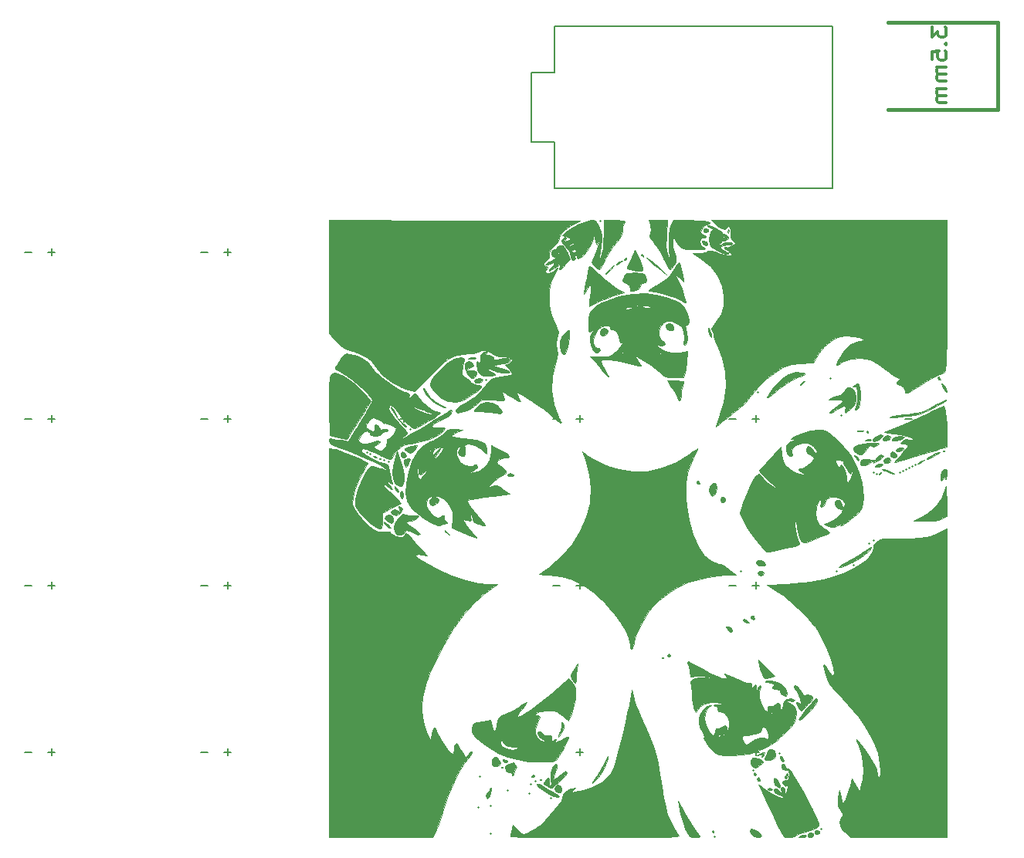
<source format=gbr>
G04 #@! TF.FileFunction,Legend,Bot*
%FSLAX46Y46*%
G04 Gerber Fmt 4.6, Leading zero omitted, Abs format (unit mm)*
G04 Created by KiCad (PCBNEW 4.0.7) date 05/28/18 22:28:37*
%MOMM*%
%LPD*%
G01*
G04 APERTURE LIST*
%ADD10C,0.100000*%
%ADD11C,0.381000*%
%ADD12C,0.150000*%
%ADD13C,0.010000*%
%ADD14C,0.304800*%
G04 APERTURE END LIST*
D10*
D11*
X122936000Y-23647400D02*
X135001000Y-23647400D01*
X135001000Y-23647400D02*
X135001000Y-33248600D01*
X135001000Y-33248600D02*
X122936000Y-33248600D01*
D12*
X116840000Y-24130000D02*
X116840000Y-41910000D01*
X116840000Y-41910000D02*
X86360000Y-41910000D01*
X86360000Y-41910000D02*
X86360000Y-36830000D01*
X86360000Y-36830000D02*
X83820000Y-36830000D01*
X83820000Y-36830000D02*
X83820000Y-29210000D01*
X83820000Y-29210000D02*
X86360000Y-29210000D01*
X86360000Y-29210000D02*
X86360000Y-24130000D01*
X86360000Y-24130000D02*
X116840000Y-24130000D01*
D13*
G36*
X128559525Y-79653332D02*
X127611155Y-80034962D01*
X126546693Y-80260442D01*
X125294241Y-80340574D01*
X124179729Y-80311316D01*
X123379720Y-80273984D01*
X122831170Y-80274168D01*
X122447958Y-80322296D01*
X122143963Y-80428797D01*
X121850341Y-80593391D01*
X121495929Y-80854066D01*
X121327175Y-81063028D01*
X121329084Y-81113500D01*
X121331730Y-81406116D01*
X121135597Y-81836898D01*
X120796153Y-82320282D01*
X120368865Y-82770707D01*
X120129249Y-82964306D01*
X119262638Y-83488899D01*
X118176091Y-84000628D01*
X116986620Y-84452532D01*
X115811233Y-84797648D01*
X115269666Y-84914696D01*
X114515832Y-85031123D01*
X113559051Y-85146005D01*
X112534778Y-85244406D01*
X111771292Y-85300406D01*
X109665918Y-85428667D01*
X110695134Y-86063040D01*
X111485214Y-86615796D01*
X112380603Y-87346433D01*
X113288523Y-88169889D01*
X114116196Y-89001106D01*
X114770846Y-89755022D01*
X114882378Y-89901984D01*
X115431402Y-90744639D01*
X115940580Y-91699206D01*
X116380257Y-92690371D01*
X116720780Y-93642822D01*
X116932492Y-94481245D01*
X116985739Y-95130327D01*
X116976379Y-95220058D01*
X116917874Y-95372992D01*
X116789190Y-95309821D01*
X116551618Y-94999323D01*
X116376325Y-94736088D01*
X116072151Y-94283244D01*
X115901081Y-94084145D01*
X115852702Y-94156710D01*
X115916602Y-94518858D01*
X116082370Y-95188506D01*
X116091904Y-95225558D01*
X116233686Y-95707369D01*
X116411885Y-96112372D01*
X116677123Y-96516273D01*
X117080020Y-96994777D01*
X117671200Y-97623590D01*
X117750039Y-97705334D01*
X118360610Y-98349870D01*
X118937107Y-98980303D01*
X119406673Y-99515756D01*
X119656846Y-99822000D01*
X120245431Y-100666430D01*
X120819692Y-101617598D01*
X121322562Y-102570931D01*
X121696970Y-103421854D01*
X121822121Y-103789734D01*
X121960168Y-104398386D01*
X122048609Y-105054287D01*
X122084428Y-105673524D01*
X122064605Y-106172185D01*
X121986121Y-106466357D01*
X121920000Y-106510667D01*
X121780494Y-106369477D01*
X121750666Y-106186039D01*
X121640427Y-105650865D01*
X121333349Y-104939747D01*
X120864888Y-104123185D01*
X120313059Y-103327750D01*
X119930524Y-102836767D01*
X119630216Y-102481459D01*
X119464183Y-102322488D01*
X119449233Y-102320989D01*
X119482745Y-102492764D01*
X119634418Y-102864212D01*
X119755396Y-103119531D01*
X120002211Y-103851194D01*
X120154382Y-104782566D01*
X120204132Y-105786021D01*
X120143685Y-106733933D01*
X120013599Y-107357334D01*
X119779333Y-108119334D01*
X118993947Y-106600608D01*
X118766251Y-107490332D01*
X118576298Y-108120220D01*
X118352873Y-108708148D01*
X118249803Y-108927028D01*
X117961053Y-109474000D01*
X117629813Y-107950000D01*
X117483533Y-108762980D01*
X117414330Y-109305754D01*
X117467881Y-109680134D01*
X117669433Y-110042056D01*
X117696961Y-110081124D01*
X117923197Y-110438387D01*
X117952310Y-110686088D01*
X117799802Y-110978266D01*
X117788911Y-110994938D01*
X117620204Y-111394001D01*
X117681372Y-111795829D01*
X117993922Y-112273249D01*
X118252378Y-112564334D01*
X118769102Y-113114667D01*
X129370666Y-113114667D01*
X129370666Y-79242295D01*
X128559525Y-79653332D01*
X128559525Y-79653332D01*
G37*
X128559525Y-79653332D02*
X127611155Y-80034962D01*
X126546693Y-80260442D01*
X125294241Y-80340574D01*
X124179729Y-80311316D01*
X123379720Y-80273984D01*
X122831170Y-80274168D01*
X122447958Y-80322296D01*
X122143963Y-80428797D01*
X121850341Y-80593391D01*
X121495929Y-80854066D01*
X121327175Y-81063028D01*
X121329084Y-81113500D01*
X121331730Y-81406116D01*
X121135597Y-81836898D01*
X120796153Y-82320282D01*
X120368865Y-82770707D01*
X120129249Y-82964306D01*
X119262638Y-83488899D01*
X118176091Y-84000628D01*
X116986620Y-84452532D01*
X115811233Y-84797648D01*
X115269666Y-84914696D01*
X114515832Y-85031123D01*
X113559051Y-85146005D01*
X112534778Y-85244406D01*
X111771292Y-85300406D01*
X109665918Y-85428667D01*
X110695134Y-86063040D01*
X111485214Y-86615796D01*
X112380603Y-87346433D01*
X113288523Y-88169889D01*
X114116196Y-89001106D01*
X114770846Y-89755022D01*
X114882378Y-89901984D01*
X115431402Y-90744639D01*
X115940580Y-91699206D01*
X116380257Y-92690371D01*
X116720780Y-93642822D01*
X116932492Y-94481245D01*
X116985739Y-95130327D01*
X116976379Y-95220058D01*
X116917874Y-95372992D01*
X116789190Y-95309821D01*
X116551618Y-94999323D01*
X116376325Y-94736088D01*
X116072151Y-94283244D01*
X115901081Y-94084145D01*
X115852702Y-94156710D01*
X115916602Y-94518858D01*
X116082370Y-95188506D01*
X116091904Y-95225558D01*
X116233686Y-95707369D01*
X116411885Y-96112372D01*
X116677123Y-96516273D01*
X117080020Y-96994777D01*
X117671200Y-97623590D01*
X117750039Y-97705334D01*
X118360610Y-98349870D01*
X118937107Y-98980303D01*
X119406673Y-99515756D01*
X119656846Y-99822000D01*
X120245431Y-100666430D01*
X120819692Y-101617598D01*
X121322562Y-102570931D01*
X121696970Y-103421854D01*
X121822121Y-103789734D01*
X121960168Y-104398386D01*
X122048609Y-105054287D01*
X122084428Y-105673524D01*
X122064605Y-106172185D01*
X121986121Y-106466357D01*
X121920000Y-106510667D01*
X121780494Y-106369477D01*
X121750666Y-106186039D01*
X121640427Y-105650865D01*
X121333349Y-104939747D01*
X120864888Y-104123185D01*
X120313059Y-103327750D01*
X119930524Y-102836767D01*
X119630216Y-102481459D01*
X119464183Y-102322488D01*
X119449233Y-102320989D01*
X119482745Y-102492764D01*
X119634418Y-102864212D01*
X119755396Y-103119531D01*
X120002211Y-103851194D01*
X120154382Y-104782566D01*
X120204132Y-105786021D01*
X120143685Y-106733933D01*
X120013599Y-107357334D01*
X119779333Y-108119334D01*
X118993947Y-106600608D01*
X118766251Y-107490332D01*
X118576298Y-108120220D01*
X118352873Y-108708148D01*
X118249803Y-108927028D01*
X117961053Y-109474000D01*
X117629813Y-107950000D01*
X117483533Y-108762980D01*
X117414330Y-109305754D01*
X117467881Y-109680134D01*
X117669433Y-110042056D01*
X117696961Y-110081124D01*
X117923197Y-110438387D01*
X117952310Y-110686088D01*
X117799802Y-110978266D01*
X117788911Y-110994938D01*
X117620204Y-111394001D01*
X117681372Y-111795829D01*
X117993922Y-112273249D01*
X118252378Y-112564334D01*
X118769102Y-113114667D01*
X129370666Y-113114667D01*
X129370666Y-79242295D01*
X128559525Y-79653332D01*
G36*
X114275194Y-112606734D02*
X114133856Y-112833067D01*
X114130666Y-112878784D01*
X114258169Y-113076839D01*
X114523559Y-113104143D01*
X114683444Y-113013445D01*
X114724323Y-112787042D01*
X114697652Y-112685471D01*
X114514634Y-112539973D01*
X114275194Y-112606734D01*
X114275194Y-112606734D01*
G37*
X114275194Y-112606734D02*
X114133856Y-112833067D01*
X114130666Y-112878784D01*
X114258169Y-113076839D01*
X114523559Y-113104143D01*
X114683444Y-113013445D01*
X114724323Y-112787042D01*
X114697652Y-112685471D01*
X114514634Y-112539973D01*
X114275194Y-112606734D01*
G36*
X113534445Y-112823274D02*
X113284000Y-112945334D01*
X113169455Y-113062696D01*
X113347490Y-113108312D01*
X113495666Y-113112074D01*
X113833551Y-113060847D01*
X113961333Y-112945334D01*
X113835974Y-112795204D01*
X113534445Y-112823274D01*
X113534445Y-112823274D01*
G37*
X113534445Y-112823274D02*
X113284000Y-112945334D01*
X113169455Y-113062696D01*
X113347490Y-113108312D01*
X113495666Y-113112074D01*
X113833551Y-113060847D01*
X113961333Y-112945334D01*
X113835974Y-112795204D01*
X113534445Y-112823274D01*
G36*
X111255406Y-105251828D02*
X111252000Y-105325334D01*
X111389206Y-105613508D01*
X111779592Y-105702903D01*
X111971666Y-105684053D01*
X112055388Y-105818778D01*
X112097487Y-106176216D01*
X112098666Y-106256667D01*
X112059641Y-106666829D01*
X111910195Y-106831579D01*
X111769993Y-106849334D01*
X111422930Y-106934785D01*
X111342765Y-107143313D01*
X111491397Y-107345214D01*
X111710151Y-107450055D01*
X111814831Y-107322068D01*
X111881626Y-107295515D01*
X111913372Y-107526667D01*
X111851456Y-107959522D01*
X111742718Y-108204000D01*
X111620589Y-108335987D01*
X111623900Y-108177917D01*
X111644747Y-108077169D01*
X111636028Y-107712091D01*
X111455326Y-107554889D01*
X111251542Y-107611617D01*
X111179768Y-107840040D01*
X111272439Y-108087277D01*
X111463128Y-108458000D01*
X111096967Y-108077000D01*
X110738666Y-107776277D01*
X110499071Y-107715649D01*
X110424737Y-107902126D01*
X110435250Y-107977343D01*
X110619814Y-108214088D01*
X111001632Y-108428882D01*
X111073312Y-108454968D01*
X111403363Y-108606478D01*
X111498085Y-108738850D01*
X111473848Y-108764211D01*
X111228611Y-108749093D01*
X110793570Y-108583634D01*
X110255698Y-108312659D01*
X109701966Y-107980996D01*
X109219345Y-107633471D01*
X109124459Y-107553300D01*
X108850576Y-107331591D01*
X108738318Y-107280268D01*
X108743632Y-107299300D01*
X108882223Y-107591296D01*
X109146114Y-108157714D01*
X109519765Y-108964985D01*
X109987634Y-109979540D01*
X110495061Y-111082667D01*
X110868049Y-111886812D01*
X111139637Y-112433912D01*
X111348125Y-112775435D01*
X111531809Y-112962849D01*
X111728990Y-113047621D01*
X111977966Y-113081218D01*
X111982543Y-113081618D01*
X112402929Y-113076633D01*
X112655715Y-112996712D01*
X112669914Y-112979990D01*
X112868236Y-112855917D01*
X113300428Y-112674229D01*
X113875472Y-112472930D01*
X113913312Y-112460809D01*
X114615875Y-112236681D01*
X115073451Y-112051507D01*
X115305475Y-111841402D01*
X115331380Y-111542480D01*
X115170598Y-111090853D01*
X114842565Y-110422637D01*
X114649230Y-110041523D01*
X114085357Y-108950580D01*
X113542014Y-107946946D01*
X113041441Y-107067494D01*
X112605876Y-106349099D01*
X112257559Y-105828638D01*
X112018728Y-105542985D01*
X111918067Y-105512896D01*
X111798855Y-105527093D01*
X111714679Y-105339648D01*
X111554326Y-105046046D01*
X111365854Y-105015678D01*
X111255406Y-105251828D01*
X111255406Y-105251828D01*
G37*
X111255406Y-105251828D02*
X111252000Y-105325334D01*
X111389206Y-105613508D01*
X111779592Y-105702903D01*
X111971666Y-105684053D01*
X112055388Y-105818778D01*
X112097487Y-106176216D01*
X112098666Y-106256667D01*
X112059641Y-106666829D01*
X111910195Y-106831579D01*
X111769993Y-106849334D01*
X111422930Y-106934785D01*
X111342765Y-107143313D01*
X111491397Y-107345214D01*
X111710151Y-107450055D01*
X111814831Y-107322068D01*
X111881626Y-107295515D01*
X111913372Y-107526667D01*
X111851456Y-107959522D01*
X111742718Y-108204000D01*
X111620589Y-108335987D01*
X111623900Y-108177917D01*
X111644747Y-108077169D01*
X111636028Y-107712091D01*
X111455326Y-107554889D01*
X111251542Y-107611617D01*
X111179768Y-107840040D01*
X111272439Y-108087277D01*
X111463128Y-108458000D01*
X111096967Y-108077000D01*
X110738666Y-107776277D01*
X110499071Y-107715649D01*
X110424737Y-107902126D01*
X110435250Y-107977343D01*
X110619814Y-108214088D01*
X111001632Y-108428882D01*
X111073312Y-108454968D01*
X111403363Y-108606478D01*
X111498085Y-108738850D01*
X111473848Y-108764211D01*
X111228611Y-108749093D01*
X110793570Y-108583634D01*
X110255698Y-108312659D01*
X109701966Y-107980996D01*
X109219345Y-107633471D01*
X109124459Y-107553300D01*
X108850576Y-107331591D01*
X108738318Y-107280268D01*
X108743632Y-107299300D01*
X108882223Y-107591296D01*
X109146114Y-108157714D01*
X109519765Y-108964985D01*
X109987634Y-109979540D01*
X110495061Y-111082667D01*
X110868049Y-111886812D01*
X111139637Y-112433912D01*
X111348125Y-112775435D01*
X111531809Y-112962849D01*
X111728990Y-113047621D01*
X111977966Y-113081218D01*
X111982543Y-113081618D01*
X112402929Y-113076633D01*
X112655715Y-112996712D01*
X112669914Y-112979990D01*
X112868236Y-112855917D01*
X113300428Y-112674229D01*
X113875472Y-112472930D01*
X113913312Y-112460809D01*
X114615875Y-112236681D01*
X115073451Y-112051507D01*
X115305475Y-111841402D01*
X115331380Y-111542480D01*
X115170598Y-111090853D01*
X114842565Y-110422637D01*
X114649230Y-110041523D01*
X114085357Y-108950580D01*
X113542014Y-107946946D01*
X113041441Y-107067494D01*
X112605876Y-106349099D01*
X112257559Y-105828638D01*
X112018728Y-105542985D01*
X111918067Y-105512896D01*
X111798855Y-105527093D01*
X111714679Y-105339648D01*
X111554326Y-105046046D01*
X111365854Y-105015678D01*
X111255406Y-105251828D01*
G36*
X107847446Y-112218154D02*
X107821929Y-112454460D01*
X107961172Y-112740564D01*
X108253037Y-112992764D01*
X108609004Y-113108834D01*
X108913334Y-113075553D01*
X109050288Y-112879701D01*
X109050666Y-112865015D01*
X108916258Y-112627850D01*
X108597960Y-112389106D01*
X108223169Y-112217272D01*
X107919277Y-112180835D01*
X107847446Y-112218154D01*
X107847446Y-112218154D01*
G37*
X107847446Y-112218154D02*
X107821929Y-112454460D01*
X107961172Y-112740564D01*
X108253037Y-112992764D01*
X108609004Y-113108834D01*
X108913334Y-113075553D01*
X109050288Y-112879701D01*
X109050666Y-112865015D01*
X108916258Y-112627850D01*
X108597960Y-112389106D01*
X108223169Y-112217272D01*
X107919277Y-112180835D01*
X107847446Y-112218154D01*
G36*
X103801333Y-113030000D02*
X103886000Y-113114667D01*
X103970666Y-113030000D01*
X103886000Y-112945334D01*
X103801333Y-113030000D01*
X103801333Y-113030000D01*
G37*
X103801333Y-113030000D02*
X103886000Y-113114667D01*
X103970666Y-113030000D01*
X103886000Y-112945334D01*
X103801333Y-113030000D01*
G36*
X99909169Y-109138530D02*
X99963997Y-109527096D01*
X100101257Y-110127527D01*
X100291265Y-110832117D01*
X100504340Y-111533160D01*
X100710798Y-112122953D01*
X100775468Y-112281924D01*
X101005386Y-112769404D01*
X101209060Y-113017551D01*
X101475039Y-113105648D01*
X101705519Y-113114667D01*
X102089098Y-113087984D01*
X102274257Y-113022681D01*
X102277333Y-113012035D01*
X102180703Y-112831476D01*
X101933639Y-112482374D01*
X101740251Y-112231280D01*
X101402054Y-111745884D01*
X100999813Y-111083683D01*
X100612042Y-110375072D01*
X100554917Y-110262776D01*
X100265645Y-109704037D01*
X100043515Y-109307520D01*
X99922075Y-109131630D01*
X99909169Y-109138530D01*
X99909169Y-109138530D01*
G37*
X99909169Y-109138530D02*
X99963997Y-109527096D01*
X100101257Y-110127527D01*
X100291265Y-110832117D01*
X100504340Y-111533160D01*
X100710798Y-112122953D01*
X100775468Y-112281924D01*
X101005386Y-112769404D01*
X101209060Y-113017551D01*
X101475039Y-113105648D01*
X101705519Y-113114667D01*
X102089098Y-113087984D01*
X102274257Y-113022681D01*
X102277333Y-113012035D01*
X102180703Y-112831476D01*
X101933639Y-112482374D01*
X101740251Y-112231280D01*
X101402054Y-111745884D01*
X100999813Y-111083683D01*
X100612042Y-110375072D01*
X100554917Y-110262776D01*
X100265645Y-109704037D01*
X100043515Y-109307520D01*
X99922075Y-109131630D01*
X99909169Y-109138530D01*
G36*
X94758833Y-97620667D02*
X94686592Y-97985224D01*
X94548460Y-98619408D01*
X94357941Y-99463620D01*
X94128541Y-100458258D01*
X93873766Y-101543721D01*
X93787743Y-101906154D01*
X93490416Y-103136722D01*
X93248515Y-104085356D01*
X93046111Y-104801187D01*
X92867277Y-105333344D01*
X92696087Y-105730959D01*
X92516614Y-106043162D01*
X92388261Y-106223184D01*
X91570259Y-107033679D01*
X90529547Y-107603011D01*
X89581680Y-107880579D01*
X89018464Y-108005171D01*
X88567703Y-108116907D01*
X88396346Y-108167938D01*
X88257309Y-108182666D01*
X88355258Y-108016869D01*
X88446217Y-107909915D01*
X88629798Y-107688046D01*
X88607247Y-107626441D01*
X88331255Y-107704322D01*
X88132595Y-107772182D01*
X87561828Y-108047222D01*
X87273289Y-108411085D01*
X87208560Y-108796667D01*
X87097542Y-109064149D01*
X86804270Y-109506362D01*
X86383812Y-110056431D01*
X85891234Y-110647483D01*
X85381605Y-111212642D01*
X84909993Y-111685034D01*
X84634230Y-111922949D01*
X84252936Y-112172625D01*
X83762780Y-112437109D01*
X83285880Y-112656486D01*
X82944354Y-112770839D01*
X82895578Y-112776000D01*
X82734522Y-112664948D01*
X82437564Y-112386744D01*
X82317004Y-112263323D01*
X81827062Y-111750646D01*
X81723586Y-112162925D01*
X81600093Y-112598326D01*
X81516605Y-112844936D01*
X81517712Y-112903368D01*
X81586541Y-112952778D01*
X81748605Y-112993912D01*
X82029420Y-113027515D01*
X82454500Y-113054330D01*
X83049359Y-113075105D01*
X83839512Y-113090582D01*
X84850473Y-113101508D01*
X86107757Y-113108627D01*
X87636879Y-113112684D01*
X89463351Y-113114424D01*
X90754543Y-113114667D01*
X92837925Y-113113259D01*
X94604565Y-113108698D01*
X96076377Y-113100482D01*
X97275274Y-113088107D01*
X98223170Y-113071070D01*
X98941979Y-113048867D01*
X99453616Y-113020994D01*
X99779994Y-112986949D01*
X99943027Y-112946227D01*
X99967940Y-112903000D01*
X99807541Y-112643637D01*
X99540426Y-112216833D01*
X99369670Y-111945438D01*
X99036459Y-111338552D01*
X98762508Y-110645158D01*
X98529820Y-109800919D01*
X98320395Y-108741499D01*
X98133527Y-107526667D01*
X97921413Y-106109852D01*
X97711343Y-104949611D01*
X97480829Y-103964738D01*
X97207386Y-103074030D01*
X96868526Y-102196283D01*
X96441764Y-101250291D01*
X96332120Y-101021374D01*
X95933649Y-100155411D01*
X95571386Y-99294127D01*
X95284349Y-98535092D01*
X95111555Y-97975875D01*
X95107639Y-97959334D01*
X94871120Y-96943334D01*
X94758833Y-97620667D01*
X94758833Y-97620667D01*
G37*
X94758833Y-97620667D02*
X94686592Y-97985224D01*
X94548460Y-98619408D01*
X94357941Y-99463620D01*
X94128541Y-100458258D01*
X93873766Y-101543721D01*
X93787743Y-101906154D01*
X93490416Y-103136722D01*
X93248515Y-104085356D01*
X93046111Y-104801187D01*
X92867277Y-105333344D01*
X92696087Y-105730959D01*
X92516614Y-106043162D01*
X92388261Y-106223184D01*
X91570259Y-107033679D01*
X90529547Y-107603011D01*
X89581680Y-107880579D01*
X89018464Y-108005171D01*
X88567703Y-108116907D01*
X88396346Y-108167938D01*
X88257309Y-108182666D01*
X88355258Y-108016869D01*
X88446217Y-107909915D01*
X88629798Y-107688046D01*
X88607247Y-107626441D01*
X88331255Y-107704322D01*
X88132595Y-107772182D01*
X87561828Y-108047222D01*
X87273289Y-108411085D01*
X87208560Y-108796667D01*
X87097542Y-109064149D01*
X86804270Y-109506362D01*
X86383812Y-110056431D01*
X85891234Y-110647483D01*
X85381605Y-111212642D01*
X84909993Y-111685034D01*
X84634230Y-111922949D01*
X84252936Y-112172625D01*
X83762780Y-112437109D01*
X83285880Y-112656486D01*
X82944354Y-112770839D01*
X82895578Y-112776000D01*
X82734522Y-112664948D01*
X82437564Y-112386744D01*
X82317004Y-112263323D01*
X81827062Y-111750646D01*
X81723586Y-112162925D01*
X81600093Y-112598326D01*
X81516605Y-112844936D01*
X81517712Y-112903368D01*
X81586541Y-112952778D01*
X81748605Y-112993912D01*
X82029420Y-113027515D01*
X82454500Y-113054330D01*
X83049359Y-113075105D01*
X83839512Y-113090582D01*
X84850473Y-113101508D01*
X86107757Y-113108627D01*
X87636879Y-113112684D01*
X89463351Y-113114424D01*
X90754543Y-113114667D01*
X92837925Y-113113259D01*
X94604565Y-113108698D01*
X96076377Y-113100482D01*
X97275274Y-113088107D01*
X98223170Y-113071070D01*
X98941979Y-113048867D01*
X99453616Y-113020994D01*
X99779994Y-112986949D01*
X99943027Y-112946227D01*
X99967940Y-112903000D01*
X99807541Y-112643637D01*
X99540426Y-112216833D01*
X99369670Y-111945438D01*
X99036459Y-111338552D01*
X98762508Y-110645158D01*
X98529820Y-109800919D01*
X98320395Y-108741499D01*
X98133527Y-107526667D01*
X97921413Y-106109852D01*
X97711343Y-104949611D01*
X97480829Y-103964738D01*
X97207386Y-103074030D01*
X96868526Y-102196283D01*
X96441764Y-101250291D01*
X96332120Y-101021374D01*
X95933649Y-100155411D01*
X95571386Y-99294127D01*
X95284349Y-98535092D01*
X95111555Y-97975875D01*
X95107639Y-97959334D01*
X94871120Y-96943334D01*
X94758833Y-97620667D01*
G36*
X61637333Y-113114667D02*
X72973969Y-113114667D01*
X73248185Y-112584392D01*
X73408077Y-112215503D01*
X73637706Y-111609147D01*
X73905736Y-110851090D01*
X74167105Y-110069421D01*
X74714496Y-108518510D01*
X75296423Y-107113786D01*
X75888209Y-105907334D01*
X76465178Y-104951240D01*
X76799577Y-104512903D01*
X77120951Y-104101643D01*
X77303256Y-103792352D01*
X77316897Y-103676453D01*
X77155447Y-103716250D01*
X76941359Y-103948750D01*
X76674508Y-104329733D01*
X76269622Y-103780942D01*
X75979088Y-103340990D01*
X75780197Y-102957551D01*
X75759856Y-102901701D01*
X75633224Y-102716401D01*
X75497441Y-102807171D01*
X75392062Y-103114936D01*
X75355926Y-103505000D01*
X75322643Y-103843246D01*
X75253476Y-103970667D01*
X75048101Y-103836927D01*
X74729547Y-103487761D01*
X74353599Y-103001249D01*
X73976043Y-102455474D01*
X73652662Y-101928514D01*
X73439242Y-101498452D01*
X73397687Y-101373166D01*
X73267483Y-101049984D01*
X73130272Y-101055574D01*
X72996672Y-101380497D01*
X72908506Y-101807914D01*
X72829527Y-102247901D01*
X72760643Y-102391687D01*
X72658322Y-102277467D01*
X72566474Y-102108000D01*
X72328333Y-101518079D01*
X72102919Y-100726748D01*
X71921448Y-99870762D01*
X71815139Y-99086872D01*
X71799933Y-98749990D01*
X71916867Y-97642338D01*
X72247543Y-96339441D01*
X72771571Y-94890756D01*
X73468562Y-93345739D01*
X74318127Y-91753844D01*
X75299877Y-90164529D01*
X75403517Y-90009162D01*
X76493130Y-88509878D01*
X77554520Y-87307590D01*
X78621250Y-86366313D01*
X79147253Y-85995197D01*
X80147172Y-85344000D01*
X79216673Y-85344000D01*
X78016678Y-85229449D01*
X76637503Y-84900653D01*
X75142348Y-84379905D01*
X73594412Y-83689493D01*
X72056892Y-82851707D01*
X71925389Y-82772397D01*
X71362518Y-82403885D01*
X71107111Y-82165068D01*
X71157332Y-82047704D01*
X71511339Y-82043551D01*
X71770122Y-82076551D01*
X72390000Y-82169569D01*
X71605240Y-81343784D01*
X71168231Y-80858058D01*
X70809748Y-80413415D01*
X70625616Y-80137000D01*
X70405825Y-79876258D01*
X70146700Y-79752761D01*
X69962712Y-79804579D01*
X69934666Y-79907217D01*
X69798439Y-80111880D01*
X69447374Y-80156262D01*
X68967900Y-80034788D01*
X68838260Y-79977930D01*
X68482707Y-79775219D01*
X68322116Y-79616224D01*
X68324309Y-79589402D01*
X68231081Y-79532984D01*
X67911351Y-79549321D01*
X67895891Y-79551541D01*
X67367355Y-79569029D01*
X66969232Y-79516604D01*
X66506318Y-79292057D01*
X65957334Y-78866693D01*
X65387753Y-78313209D01*
X64863052Y-77704304D01*
X64448707Y-77112675D01*
X64210193Y-76611022D01*
X64177333Y-76416734D01*
X64257560Y-75792524D01*
X64471108Y-74998785D01*
X64777281Y-74156526D01*
X65135380Y-73386755D01*
X65283903Y-73126477D01*
X65583015Y-72617837D01*
X65793504Y-72220006D01*
X65868095Y-72025810D01*
X65719563Y-71891481D01*
X65327523Y-71676636D01*
X64767841Y-71413439D01*
X64116380Y-71134053D01*
X63449005Y-70870642D01*
X62841581Y-70655371D01*
X62369972Y-70520402D01*
X62272333Y-70501339D01*
X61637333Y-70398355D01*
X61637333Y-113114667D01*
X61637333Y-113114667D01*
G37*
X61637333Y-113114667D02*
X72973969Y-113114667D01*
X73248185Y-112584392D01*
X73408077Y-112215503D01*
X73637706Y-111609147D01*
X73905736Y-110851090D01*
X74167105Y-110069421D01*
X74714496Y-108518510D01*
X75296423Y-107113786D01*
X75888209Y-105907334D01*
X76465178Y-104951240D01*
X76799577Y-104512903D01*
X77120951Y-104101643D01*
X77303256Y-103792352D01*
X77316897Y-103676453D01*
X77155447Y-103716250D01*
X76941359Y-103948750D01*
X76674508Y-104329733D01*
X76269622Y-103780942D01*
X75979088Y-103340990D01*
X75780197Y-102957551D01*
X75759856Y-102901701D01*
X75633224Y-102716401D01*
X75497441Y-102807171D01*
X75392062Y-103114936D01*
X75355926Y-103505000D01*
X75322643Y-103843246D01*
X75253476Y-103970667D01*
X75048101Y-103836927D01*
X74729547Y-103487761D01*
X74353599Y-103001249D01*
X73976043Y-102455474D01*
X73652662Y-101928514D01*
X73439242Y-101498452D01*
X73397687Y-101373166D01*
X73267483Y-101049984D01*
X73130272Y-101055574D01*
X72996672Y-101380497D01*
X72908506Y-101807914D01*
X72829527Y-102247901D01*
X72760643Y-102391687D01*
X72658322Y-102277467D01*
X72566474Y-102108000D01*
X72328333Y-101518079D01*
X72102919Y-100726748D01*
X71921448Y-99870762D01*
X71815139Y-99086872D01*
X71799933Y-98749990D01*
X71916867Y-97642338D01*
X72247543Y-96339441D01*
X72771571Y-94890756D01*
X73468562Y-93345739D01*
X74318127Y-91753844D01*
X75299877Y-90164529D01*
X75403517Y-90009162D01*
X76493130Y-88509878D01*
X77554520Y-87307590D01*
X78621250Y-86366313D01*
X79147253Y-85995197D01*
X80147172Y-85344000D01*
X79216673Y-85344000D01*
X78016678Y-85229449D01*
X76637503Y-84900653D01*
X75142348Y-84379905D01*
X73594412Y-83689493D01*
X72056892Y-82851707D01*
X71925389Y-82772397D01*
X71362518Y-82403885D01*
X71107111Y-82165068D01*
X71157332Y-82047704D01*
X71511339Y-82043551D01*
X71770122Y-82076551D01*
X72390000Y-82169569D01*
X71605240Y-81343784D01*
X71168231Y-80858058D01*
X70809748Y-80413415D01*
X70625616Y-80137000D01*
X70405825Y-79876258D01*
X70146700Y-79752761D01*
X69962712Y-79804579D01*
X69934666Y-79907217D01*
X69798439Y-80111880D01*
X69447374Y-80156262D01*
X68967900Y-80034788D01*
X68838260Y-79977930D01*
X68482707Y-79775219D01*
X68322116Y-79616224D01*
X68324309Y-79589402D01*
X68231081Y-79532984D01*
X67911351Y-79549321D01*
X67895891Y-79551541D01*
X67367355Y-79569029D01*
X66969232Y-79516604D01*
X66506318Y-79292057D01*
X65957334Y-78866693D01*
X65387753Y-78313209D01*
X64863052Y-77704304D01*
X64448707Y-77112675D01*
X64210193Y-76611022D01*
X64177333Y-76416734D01*
X64257560Y-75792524D01*
X64471108Y-74998785D01*
X64777281Y-74156526D01*
X65135380Y-73386755D01*
X65283903Y-73126477D01*
X65583015Y-72617837D01*
X65793504Y-72220006D01*
X65868095Y-72025810D01*
X65719563Y-71891481D01*
X65327523Y-71676636D01*
X64767841Y-71413439D01*
X64116380Y-71134053D01*
X63449005Y-70870642D01*
X62841581Y-70655371D01*
X62369972Y-70520402D01*
X62272333Y-70501339D01*
X61637333Y-70398355D01*
X61637333Y-113114667D01*
G36*
X114974571Y-112354374D02*
X114884455Y-112549383D01*
X115011870Y-112738967D01*
X115146666Y-112776000D01*
X115367467Y-112654086D01*
X115393435Y-112618367D01*
X115382436Y-112417631D01*
X115178864Y-112310389D01*
X114974571Y-112354374D01*
X114974571Y-112354374D01*
G37*
X114974571Y-112354374D02*
X114884455Y-112549383D01*
X115011870Y-112738967D01*
X115146666Y-112776000D01*
X115367467Y-112654086D01*
X115393435Y-112618367D01*
X115382436Y-112417631D01*
X115178864Y-112310389D01*
X114974571Y-112354374D01*
G36*
X79248000Y-112691334D02*
X79332666Y-112776000D01*
X79417333Y-112691334D01*
X79332666Y-112606667D01*
X79248000Y-112691334D01*
X79248000Y-112691334D01*
G37*
X79248000Y-112691334D02*
X79332666Y-112776000D01*
X79417333Y-112691334D01*
X79332666Y-112606667D01*
X79248000Y-112691334D01*
G36*
X103688444Y-112324445D02*
X103668178Y-112525404D01*
X103688444Y-112550222D01*
X103789113Y-112526978D01*
X103801333Y-112437334D01*
X103739377Y-112297953D01*
X103688444Y-112324445D01*
X103688444Y-112324445D01*
G37*
X103688444Y-112324445D02*
X103668178Y-112525404D01*
X103688444Y-112550222D01*
X103789113Y-112526978D01*
X103801333Y-112437334D01*
X103739377Y-112297953D01*
X103688444Y-112324445D01*
G36*
X115485333Y-112183334D02*
X115570000Y-112268000D01*
X115654666Y-112183334D01*
X115570000Y-112098667D01*
X115485333Y-112183334D01*
X115485333Y-112183334D01*
G37*
X115485333Y-112183334D02*
X115570000Y-112268000D01*
X115654666Y-112183334D01*
X115570000Y-112098667D01*
X115485333Y-112183334D01*
G36*
X77893333Y-109812667D02*
X77978000Y-109897334D01*
X78062666Y-109812667D01*
X77978000Y-109728000D01*
X77893333Y-109812667D01*
X77893333Y-109812667D01*
G37*
X77893333Y-109812667D02*
X77978000Y-109897334D01*
X78062666Y-109812667D01*
X77978000Y-109728000D01*
X77893333Y-109812667D01*
G36*
X79248000Y-109643334D02*
X79332666Y-109728000D01*
X79417333Y-109643334D01*
X79332666Y-109558667D01*
X79248000Y-109643334D01*
X79248000Y-109643334D01*
G37*
X79248000Y-109643334D02*
X79332666Y-109728000D01*
X79417333Y-109643334D01*
X79332666Y-109558667D01*
X79248000Y-109643334D01*
G36*
X85852000Y-108796667D02*
X85936666Y-108881334D01*
X86021333Y-108796667D01*
X85936666Y-108712000D01*
X85852000Y-108796667D01*
X85852000Y-108796667D01*
G37*
X85852000Y-108796667D02*
X85936666Y-108881334D01*
X86021333Y-108796667D01*
X85936666Y-108712000D01*
X85852000Y-108796667D01*
G36*
X79384248Y-107699059D02*
X79244731Y-107877833D01*
X79043095Y-108123201D01*
X78861321Y-108485722D01*
X78896733Y-108691613D01*
X79043836Y-108831155D01*
X79180212Y-108687745D01*
X79271386Y-108463757D01*
X79357575Y-108143234D01*
X79414628Y-107843210D01*
X79418391Y-107680717D01*
X79384248Y-107699059D01*
X79384248Y-107699059D01*
G37*
X79384248Y-107699059D02*
X79244731Y-107877833D01*
X79043095Y-108123201D01*
X78861321Y-108485722D01*
X78896733Y-108691613D01*
X79043836Y-108831155D01*
X79180212Y-108687745D01*
X79271386Y-108463757D01*
X79357575Y-108143234D01*
X79414628Y-107843210D01*
X79418391Y-107680717D01*
X79384248Y-107699059D01*
G36*
X84383650Y-107262751D02*
X84506671Y-107455481D01*
X84851227Y-107744575D01*
X85380548Y-108095106D01*
X85589680Y-108218412D01*
X86257956Y-108567053D01*
X86677271Y-108701346D01*
X86858453Y-108624205D01*
X86868000Y-108562416D01*
X86730625Y-108388471D01*
X86571666Y-108309589D01*
X86264147Y-108160734D01*
X85804369Y-107893962D01*
X85513333Y-107710483D01*
X85041327Y-107427675D01*
X84660006Y-107241898D01*
X84518933Y-107201310D01*
X84383650Y-107262751D01*
X84383650Y-107262751D01*
G37*
X84383650Y-107262751D02*
X84506671Y-107455481D01*
X84851227Y-107744575D01*
X85380548Y-108095106D01*
X85589680Y-108218412D01*
X86257956Y-108567053D01*
X86677271Y-108701346D01*
X86858453Y-108624205D01*
X86868000Y-108562416D01*
X86730625Y-108388471D01*
X86571666Y-108309589D01*
X86264147Y-108160734D01*
X85804369Y-107893962D01*
X85513333Y-107710483D01*
X85041327Y-107427675D01*
X84660006Y-107241898D01*
X84518933Y-107201310D01*
X84383650Y-107262751D01*
G36*
X83481333Y-108288667D02*
X83566000Y-108373334D01*
X83650666Y-108288667D01*
X83566000Y-108204000D01*
X83481333Y-108288667D01*
X83481333Y-108288667D01*
G37*
X83481333Y-108288667D02*
X83566000Y-108373334D01*
X83650666Y-108288667D01*
X83566000Y-108204000D01*
X83481333Y-108288667D01*
G36*
X86464515Y-107527380D02*
X86377352Y-107796759D01*
X86522254Y-108067271D01*
X86821577Y-108203029D01*
X86851134Y-108204000D01*
X87088333Y-108132475D01*
X87139070Y-107857880D01*
X87127871Y-107738334D01*
X86989535Y-107391696D01*
X86722354Y-107350202D01*
X86464515Y-107527380D01*
X86464515Y-107527380D01*
G37*
X86464515Y-107527380D02*
X86377352Y-107796759D01*
X86522254Y-108067271D01*
X86821577Y-108203029D01*
X86851134Y-108204000D01*
X87088333Y-108132475D01*
X87139070Y-107857880D01*
X87127871Y-107738334D01*
X86989535Y-107391696D01*
X86722354Y-107350202D01*
X86464515Y-107527380D01*
G36*
X109756074Y-107732229D02*
X109728000Y-107762550D01*
X109860411Y-107871737D01*
X109982000Y-107926569D01*
X110200043Y-107930089D01*
X110236000Y-107860019D01*
X110098766Y-107714478D01*
X109982000Y-107696000D01*
X109756074Y-107732229D01*
X109756074Y-107732229D01*
G37*
X109756074Y-107732229D02*
X109728000Y-107762550D01*
X109860411Y-107871737D01*
X109982000Y-107926569D01*
X110200043Y-107930089D01*
X110236000Y-107860019D01*
X110098766Y-107714478D01*
X109982000Y-107696000D01*
X109756074Y-107732229D01*
G36*
X81110666Y-107950000D02*
X81195333Y-108034667D01*
X81280000Y-107950000D01*
X81195333Y-107865334D01*
X81110666Y-107950000D01*
X81110666Y-107950000D01*
G37*
X81110666Y-107950000D02*
X81195333Y-108034667D01*
X81280000Y-107950000D01*
X81195333Y-107865334D01*
X81110666Y-107950000D01*
G36*
X110414622Y-106633261D02*
X110405333Y-106901798D01*
X110538863Y-107341493D01*
X110744000Y-107526667D01*
X111001552Y-107619329D01*
X111080345Y-107469533D01*
X111082666Y-107389536D01*
X110963553Y-107039815D01*
X110744000Y-106764667D01*
X110498834Y-106565684D01*
X110414622Y-106633261D01*
X110414622Y-106633261D01*
G37*
X110414622Y-106633261D02*
X110405333Y-106901798D01*
X110538863Y-107341493D01*
X110744000Y-107526667D01*
X111001552Y-107619329D01*
X111080345Y-107469533D01*
X111082666Y-107389536D01*
X110963553Y-107039815D01*
X110744000Y-106764667D01*
X110498834Y-106565684D01*
X110414622Y-106633261D01*
G36*
X86263006Y-105225975D02*
X86136710Y-105435281D01*
X85961159Y-106086530D01*
X85977848Y-106750109D01*
X86008181Y-107266850D01*
X85950551Y-107478097D01*
X85899591Y-107471413D01*
X85798440Y-107243970D01*
X85809783Y-106938042D01*
X85800939Y-106598932D01*
X85644393Y-106527451D01*
X85414117Y-106735189D01*
X85336238Y-106863836D01*
X85211383Y-107144968D01*
X85203280Y-107244836D01*
X85376666Y-107339104D01*
X85638036Y-107484334D01*
X85946717Y-107647657D01*
X86106119Y-107657530D01*
X86265676Y-107520073D01*
X86275333Y-107510443D01*
X86495473Y-107303980D01*
X86863965Y-106969444D01*
X87079666Y-106776405D01*
X87499556Y-106350976D01*
X87703392Y-106029656D01*
X87669622Y-105853895D01*
X87570060Y-105833334D01*
X87361147Y-105938708D01*
X87033220Y-106198128D01*
X86968669Y-106256667D01*
X86592386Y-106554390D01*
X86308199Y-106687916D01*
X86190835Y-106622728D01*
X86190666Y-106616013D01*
X86249781Y-106434400D01*
X86397393Y-106058853D01*
X86456250Y-105916396D01*
X86594643Y-105449205D01*
X86586712Y-105145497D01*
X86465238Y-105054634D01*
X86263006Y-105225975D01*
X86263006Y-105225975D01*
G37*
X86263006Y-105225975D02*
X86136710Y-105435281D01*
X85961159Y-106086530D01*
X85977848Y-106750109D01*
X86008181Y-107266850D01*
X85950551Y-107478097D01*
X85899591Y-107471413D01*
X85798440Y-107243970D01*
X85809783Y-106938042D01*
X85800939Y-106598932D01*
X85644393Y-106527451D01*
X85414117Y-106735189D01*
X85336238Y-106863836D01*
X85211383Y-107144968D01*
X85203280Y-107244836D01*
X85376666Y-107339104D01*
X85638036Y-107484334D01*
X85946717Y-107647657D01*
X86106119Y-107657530D01*
X86265676Y-107520073D01*
X86275333Y-107510443D01*
X86495473Y-107303980D01*
X86863965Y-106969444D01*
X87079666Y-106776405D01*
X87499556Y-106350976D01*
X87703392Y-106029656D01*
X87669622Y-105853895D01*
X87570060Y-105833334D01*
X87361147Y-105938708D01*
X87033220Y-106198128D01*
X86968669Y-106256667D01*
X86592386Y-106554390D01*
X86308199Y-106687916D01*
X86190835Y-106622728D01*
X86190666Y-106616013D01*
X86249781Y-106434400D01*
X86397393Y-106058853D01*
X86456250Y-105916396D01*
X86594643Y-105449205D01*
X86586712Y-105145497D01*
X86465238Y-105054634D01*
X86263006Y-105225975D01*
G36*
X83650666Y-107272667D02*
X83735333Y-107357334D01*
X83820000Y-107272667D01*
X83735333Y-107188000D01*
X83650666Y-107272667D01*
X83650666Y-107272667D01*
G37*
X83650666Y-107272667D02*
X83735333Y-107357334D01*
X83820000Y-107272667D01*
X83735333Y-107188000D01*
X83650666Y-107272667D01*
G36*
X92115916Y-104350314D02*
X92037896Y-104538868D01*
X91806930Y-105022872D01*
X91456059Y-105638439D01*
X91102704Y-106189868D01*
X90714181Y-106775555D01*
X90531638Y-107092584D01*
X90555068Y-107141117D01*
X90784462Y-106921315D01*
X91084153Y-106589030D01*
X91698178Y-105696780D01*
X92119297Y-104689742D01*
X92209470Y-104319215D01*
X92209267Y-104190008D01*
X92115916Y-104350314D01*
X92115916Y-104350314D01*
G37*
X92115916Y-104350314D02*
X92037896Y-104538868D01*
X91806930Y-105022872D01*
X91456059Y-105638439D01*
X91102704Y-106189868D01*
X90714181Y-106775555D01*
X90531638Y-107092584D01*
X90555068Y-107141117D01*
X90784462Y-106921315D01*
X91084153Y-106589030D01*
X91698178Y-105696780D01*
X92119297Y-104689742D01*
X92209470Y-104319215D01*
X92209267Y-104190008D01*
X92115916Y-104350314D01*
G36*
X108547513Y-106632202D02*
X108542666Y-106670007D01*
X108665755Y-106899341D01*
X108712000Y-106934000D01*
X108856966Y-106895612D01*
X108881333Y-106774660D01*
X108792924Y-106542976D01*
X108712000Y-106510667D01*
X108547513Y-106632202D01*
X108547513Y-106632202D01*
G37*
X108547513Y-106632202D02*
X108542666Y-106670007D01*
X108665755Y-106899341D01*
X108712000Y-106934000D01*
X108856966Y-106895612D01*
X108881333Y-106774660D01*
X108792924Y-106542976D01*
X108712000Y-106510667D01*
X108547513Y-106632202D01*
G36*
X84158666Y-106934000D02*
X84243333Y-107018667D01*
X84328000Y-106934000D01*
X84243333Y-106849334D01*
X84158666Y-106934000D01*
X84158666Y-106934000D01*
G37*
X84158666Y-106934000D02*
X84243333Y-107018667D01*
X84328000Y-106934000D01*
X84243333Y-106849334D01*
X84158666Y-106934000D01*
G36*
X84723111Y-106736445D02*
X84746355Y-106837113D01*
X84836000Y-106849334D01*
X84975380Y-106787377D01*
X84948889Y-106736445D01*
X84747930Y-106716179D01*
X84723111Y-106736445D01*
X84723111Y-106736445D01*
G37*
X84723111Y-106736445D02*
X84746355Y-106837113D01*
X84836000Y-106849334D01*
X84975380Y-106787377D01*
X84948889Y-106736445D01*
X84747930Y-106716179D01*
X84723111Y-106736445D01*
G36*
X111775908Y-106165385D02*
X111739329Y-106227034D01*
X111630979Y-106510085D01*
X111673012Y-106643724D01*
X111816444Y-106567111D01*
X111915021Y-106314648D01*
X111924184Y-106186111D01*
X111892337Y-106028621D01*
X111775908Y-106165385D01*
X111775908Y-106165385D01*
G37*
X111775908Y-106165385D02*
X111739329Y-106227034D01*
X111630979Y-106510085D01*
X111673012Y-106643724D01*
X111816444Y-106567111D01*
X111915021Y-106314648D01*
X111924184Y-106186111D01*
X111892337Y-106028621D01*
X111775908Y-106165385D01*
G36*
X83989333Y-106256667D02*
X83827792Y-106408831D01*
X83820000Y-106435994D01*
X83951012Y-106508725D01*
X83989333Y-106510667D01*
X84152159Y-106380491D01*
X84158666Y-106331340D01*
X84054927Y-106230208D01*
X83989333Y-106256667D01*
X83989333Y-106256667D01*
G37*
X83989333Y-106256667D02*
X83827792Y-106408831D01*
X83820000Y-106435994D01*
X83951012Y-106508725D01*
X83989333Y-106510667D01*
X84152159Y-106380491D01*
X84158666Y-106331340D01*
X84054927Y-106230208D01*
X83989333Y-106256667D01*
G36*
X78062666Y-106426000D02*
X78147333Y-106510667D01*
X78232000Y-106426000D01*
X78147333Y-106341334D01*
X78062666Y-106426000D01*
X78062666Y-106426000D01*
G37*
X78062666Y-106426000D02*
X78147333Y-106510667D01*
X78232000Y-106426000D01*
X78147333Y-106341334D01*
X78062666Y-106426000D01*
G36*
X108205941Y-106133679D02*
X108204000Y-106172000D01*
X108334175Y-106334826D01*
X108383327Y-106341334D01*
X108484459Y-106237594D01*
X108458000Y-106172000D01*
X108305836Y-106010459D01*
X108278673Y-106002667D01*
X108205941Y-106133679D01*
X108205941Y-106133679D01*
G37*
X108205941Y-106133679D02*
X108204000Y-106172000D01*
X108334175Y-106334826D01*
X108383327Y-106341334D01*
X108484459Y-106237594D01*
X108458000Y-106172000D01*
X108305836Y-106010459D01*
X108278673Y-106002667D01*
X108205941Y-106133679D01*
G36*
X81605704Y-104916407D02*
X81400116Y-105001326D01*
X81073915Y-105188258D01*
X80941333Y-105338665D01*
X81060854Y-105754367D01*
X81358513Y-105985934D01*
X81477443Y-106002667D01*
X81699957Y-106070852D01*
X81703333Y-106172000D01*
X81724673Y-106327683D01*
X81792117Y-106341334D01*
X81922879Y-106221376D01*
X81908874Y-106129667D01*
X81945207Y-105841439D01*
X82062735Y-105652170D01*
X82206707Y-105381747D01*
X82079137Y-105093496D01*
X82076088Y-105089316D01*
X81871619Y-104896711D01*
X81605704Y-104916407D01*
X81605704Y-104916407D01*
G37*
X81605704Y-104916407D02*
X81400116Y-105001326D01*
X81073915Y-105188258D01*
X80941333Y-105338665D01*
X81060854Y-105754367D01*
X81358513Y-105985934D01*
X81477443Y-106002667D01*
X81699957Y-106070852D01*
X81703333Y-106172000D01*
X81724673Y-106327683D01*
X81792117Y-106341334D01*
X81922879Y-106221376D01*
X81908874Y-106129667D01*
X81945207Y-105841439D01*
X82062735Y-105652170D01*
X82206707Y-105381747D01*
X82079137Y-105093496D01*
X82076088Y-105089316D01*
X81871619Y-104896711D01*
X81605704Y-104916407D01*
G36*
X108034666Y-105748667D02*
X108119333Y-105833334D01*
X108204000Y-105748667D01*
X108119333Y-105664000D01*
X108034666Y-105748667D01*
X108034666Y-105748667D01*
G37*
X108034666Y-105748667D02*
X108119333Y-105833334D01*
X108204000Y-105748667D01*
X108119333Y-105664000D01*
X108034666Y-105748667D01*
G36*
X108034688Y-104395107D02*
X108017275Y-104404749D01*
X107877829Y-104660106D01*
X107913165Y-105026457D01*
X108068533Y-105291467D01*
X108286547Y-105462955D01*
X108503599Y-105443884D01*
X108843655Y-105231065D01*
X109124647Y-104959122D01*
X109220000Y-104744232D01*
X109074549Y-104573009D01*
X108733354Y-104430887D01*
X108339154Y-104358157D01*
X108034688Y-104395107D01*
X108034688Y-104395107D01*
G37*
X108034688Y-104395107D02*
X108017275Y-104404749D01*
X107877829Y-104660106D01*
X107913165Y-105026457D01*
X108068533Y-105291467D01*
X108286547Y-105462955D01*
X108503599Y-105443884D01*
X108843655Y-105231065D01*
X109124647Y-104959122D01*
X109220000Y-104744232D01*
X109074549Y-104573009D01*
X108733354Y-104430887D01*
X108339154Y-104358157D01*
X108034688Y-104395107D01*
G36*
X80489778Y-105381778D02*
X80513022Y-105482446D01*
X80602666Y-105494667D01*
X80742047Y-105432710D01*
X80715555Y-105381778D01*
X80514596Y-105361512D01*
X80489778Y-105381778D01*
X80489778Y-105381778D01*
G37*
X80489778Y-105381778D02*
X80513022Y-105482446D01*
X80602666Y-105494667D01*
X80742047Y-105432710D01*
X80715555Y-105381778D01*
X80514596Y-105361512D01*
X80489778Y-105381778D01*
G36*
X79759771Y-104281516D02*
X79524377Y-104586902D01*
X79497516Y-104662128D01*
X79475345Y-105081183D01*
X79685474Y-105296902D01*
X80061148Y-105264884D01*
X80254372Y-105165534D01*
X80407360Y-104985674D01*
X80350568Y-104691611D01*
X80301857Y-104578798D01*
X80047315Y-104275874D01*
X79759771Y-104281516D01*
X79759771Y-104281516D01*
G37*
X79759771Y-104281516D02*
X79524377Y-104586902D01*
X79497516Y-104662128D01*
X79475345Y-105081183D01*
X79685474Y-105296902D01*
X80061148Y-105264884D01*
X80254372Y-105165534D01*
X80407360Y-104985674D01*
X80350568Y-104691611D01*
X80301857Y-104578798D01*
X80047315Y-104275874D01*
X79759771Y-104281516D01*
G36*
X80680458Y-104651392D02*
X80743343Y-104770966D01*
X80969158Y-104875399D01*
X81087000Y-104831960D01*
X81199992Y-104697013D01*
X81015961Y-104582913D01*
X80715095Y-104515230D01*
X80680458Y-104651392D01*
X80680458Y-104651392D01*
G37*
X80680458Y-104651392D02*
X80743343Y-104770966D01*
X80969158Y-104875399D01*
X81087000Y-104831960D01*
X81199992Y-104697013D01*
X81015961Y-104582913D01*
X80715095Y-104515230D01*
X80680458Y-104651392D01*
G36*
X111100885Y-104427969D02*
X111229576Y-104695234D01*
X111421976Y-104817334D01*
X111512574Y-104714884D01*
X111413572Y-104464164D01*
X111237088Y-104227659D01*
X111132695Y-104202861D01*
X111100885Y-104427969D01*
X111100885Y-104427969D01*
G37*
X111100885Y-104427969D02*
X111229576Y-104695234D01*
X111421976Y-104817334D01*
X111512574Y-104714884D01*
X111413572Y-104464164D01*
X111237088Y-104227659D01*
X111132695Y-104202861D01*
X111100885Y-104427969D01*
G36*
X87783639Y-95780488D02*
X87442253Y-96067430D01*
X86974908Y-96482374D01*
X86724628Y-96710891D01*
X86017109Y-97333553D01*
X85253963Y-97956621D01*
X84483323Y-98546297D01*
X83753323Y-99068781D01*
X83112096Y-99490274D01*
X82607774Y-99776977D01*
X82288492Y-99895091D01*
X82212327Y-99879439D01*
X82270349Y-99721621D01*
X82491635Y-99385764D01*
X82727976Y-99073035D01*
X83047713Y-98661019D01*
X83259845Y-98372401D01*
X83312000Y-98286524D01*
X83180184Y-98341393D01*
X82834829Y-98531922D01*
X82357292Y-98812936D01*
X81759818Y-99148931D01*
X81186818Y-99432308D01*
X80841383Y-99573044D01*
X80502941Y-99712911D01*
X80288412Y-99914717D01*
X80145100Y-100265592D01*
X80020313Y-100852666D01*
X80000461Y-100963518D01*
X79879766Y-101387988D01*
X79738853Y-101480646D01*
X79594775Y-101246295D01*
X79487281Y-100819097D01*
X79374779Y-100219406D01*
X78507056Y-100334278D01*
X77897761Y-100435726D01*
X77549697Y-100578398D01*
X77386037Y-100823812D01*
X77329956Y-101233486D01*
X77327648Y-101278672D01*
X77339611Y-101570846D01*
X77442470Y-101822218D01*
X77688520Y-102098739D01*
X78130059Y-102466363D01*
X78486000Y-102739487D01*
X79122024Y-103199945D01*
X79749844Y-103618427D01*
X80255340Y-103919692D01*
X80348666Y-103967603D01*
X81213208Y-104291981D01*
X82302674Y-104555295D01*
X83505726Y-104736769D01*
X84711028Y-104815626D01*
X84902220Y-104817334D01*
X85614556Y-104806791D01*
X86075684Y-104762503D01*
X86372738Y-104665480D01*
X86592854Y-104496733D01*
X86650470Y-104436334D01*
X86906544Y-104090770D01*
X87211792Y-103587826D01*
X87386685Y-103262801D01*
X82296000Y-103262801D01*
X82159224Y-103452410D01*
X81814984Y-103508366D01*
X81362411Y-103440871D01*
X80900637Y-103260124D01*
X80650549Y-103093472D01*
X80468742Y-102829392D01*
X80452986Y-102566576D01*
X80611580Y-102446670D01*
X80612660Y-102446667D01*
X80712740Y-102550884D01*
X80685140Y-102619549D01*
X80746625Y-102784143D01*
X81028025Y-102968702D01*
X81417340Y-103125902D01*
X81802571Y-103208420D01*
X82032535Y-103188868D01*
X82256037Y-103185745D01*
X82296000Y-103262801D01*
X87386685Y-103262801D01*
X87511643Y-103030578D01*
X87751524Y-102522098D01*
X87876863Y-102165460D01*
X87884000Y-102106491D01*
X87755082Y-102081073D01*
X87423396Y-102209328D01*
X87120890Y-102371603D01*
X86684186Y-102615577D01*
X86477398Y-102687146D01*
X86445956Y-102597647D01*
X86475261Y-102505741D01*
X86532393Y-102294739D01*
X86408652Y-102344899D01*
X86305071Y-102426700D01*
X86096310Y-102561060D01*
X86047301Y-102429506D01*
X86061700Y-102257366D01*
X86046597Y-101971736D01*
X85847538Y-101893219D01*
X85639701Y-101908535D01*
X85219432Y-101860702D01*
X85071251Y-101696868D01*
X84883653Y-101482622D01*
X84645935Y-101442797D01*
X84504015Y-101591322D01*
X84499926Y-101642334D01*
X84665132Y-102086547D01*
X85145727Y-102413705D01*
X85179447Y-102427498D01*
X85451626Y-102548125D01*
X85419946Y-102594952D01*
X85243244Y-102605267D01*
X84809949Y-102462652D01*
X84438848Y-102061163D01*
X84255896Y-101654763D01*
X84265021Y-101189907D01*
X84503817Y-100484763D01*
X84798848Y-99864334D01*
X84709546Y-99767140D01*
X84475159Y-99737334D01*
X84206853Y-99715800D01*
X84234481Y-99596005D01*
X84373415Y-99450014D01*
X84773013Y-99241113D01*
X85448704Y-99156282D01*
X85577216Y-99153681D01*
X86181727Y-99180833D01*
X86626122Y-99316730D01*
X87085386Y-99621108D01*
X87190780Y-99704532D01*
X87887863Y-100264397D01*
X88198212Y-99535199D01*
X88397875Y-98933671D01*
X88563678Y-98206279D01*
X88623063Y-97815569D01*
X88670553Y-97193245D01*
X88621827Y-96759530D01*
X88455030Y-96372626D01*
X88381639Y-96249235D01*
X88137552Y-95886097D01*
X87965225Y-95686556D01*
X87938484Y-95673334D01*
X87783639Y-95780488D01*
X87783639Y-95780488D01*
G37*
X87783639Y-95780488D02*
X87442253Y-96067430D01*
X86974908Y-96482374D01*
X86724628Y-96710891D01*
X86017109Y-97333553D01*
X85253963Y-97956621D01*
X84483323Y-98546297D01*
X83753323Y-99068781D01*
X83112096Y-99490274D01*
X82607774Y-99776977D01*
X82288492Y-99895091D01*
X82212327Y-99879439D01*
X82270349Y-99721621D01*
X82491635Y-99385764D01*
X82727976Y-99073035D01*
X83047713Y-98661019D01*
X83259845Y-98372401D01*
X83312000Y-98286524D01*
X83180184Y-98341393D01*
X82834829Y-98531922D01*
X82357292Y-98812936D01*
X81759818Y-99148931D01*
X81186818Y-99432308D01*
X80841383Y-99573044D01*
X80502941Y-99712911D01*
X80288412Y-99914717D01*
X80145100Y-100265592D01*
X80020313Y-100852666D01*
X80000461Y-100963518D01*
X79879766Y-101387988D01*
X79738853Y-101480646D01*
X79594775Y-101246295D01*
X79487281Y-100819097D01*
X79374779Y-100219406D01*
X78507056Y-100334278D01*
X77897761Y-100435726D01*
X77549697Y-100578398D01*
X77386037Y-100823812D01*
X77329956Y-101233486D01*
X77327648Y-101278672D01*
X77339611Y-101570846D01*
X77442470Y-101822218D01*
X77688520Y-102098739D01*
X78130059Y-102466363D01*
X78486000Y-102739487D01*
X79122024Y-103199945D01*
X79749844Y-103618427D01*
X80255340Y-103919692D01*
X80348666Y-103967603D01*
X81213208Y-104291981D01*
X82302674Y-104555295D01*
X83505726Y-104736769D01*
X84711028Y-104815626D01*
X84902220Y-104817334D01*
X85614556Y-104806791D01*
X86075684Y-104762503D01*
X86372738Y-104665480D01*
X86592854Y-104496733D01*
X86650470Y-104436334D01*
X86906544Y-104090770D01*
X87211792Y-103587826D01*
X87386685Y-103262801D01*
X82296000Y-103262801D01*
X82159224Y-103452410D01*
X81814984Y-103508366D01*
X81362411Y-103440871D01*
X80900637Y-103260124D01*
X80650549Y-103093472D01*
X80468742Y-102829392D01*
X80452986Y-102566576D01*
X80611580Y-102446670D01*
X80612660Y-102446667D01*
X80712740Y-102550884D01*
X80685140Y-102619549D01*
X80746625Y-102784143D01*
X81028025Y-102968702D01*
X81417340Y-103125902D01*
X81802571Y-103208420D01*
X82032535Y-103188868D01*
X82256037Y-103185745D01*
X82296000Y-103262801D01*
X87386685Y-103262801D01*
X87511643Y-103030578D01*
X87751524Y-102522098D01*
X87876863Y-102165460D01*
X87884000Y-102106491D01*
X87755082Y-102081073D01*
X87423396Y-102209328D01*
X87120890Y-102371603D01*
X86684186Y-102615577D01*
X86477398Y-102687146D01*
X86445956Y-102597647D01*
X86475261Y-102505741D01*
X86532393Y-102294739D01*
X86408652Y-102344899D01*
X86305071Y-102426700D01*
X86096310Y-102561060D01*
X86047301Y-102429506D01*
X86061700Y-102257366D01*
X86046597Y-101971736D01*
X85847538Y-101893219D01*
X85639701Y-101908535D01*
X85219432Y-101860702D01*
X85071251Y-101696868D01*
X84883653Y-101482622D01*
X84645935Y-101442797D01*
X84504015Y-101591322D01*
X84499926Y-101642334D01*
X84665132Y-102086547D01*
X85145727Y-102413705D01*
X85179447Y-102427498D01*
X85451626Y-102548125D01*
X85419946Y-102594952D01*
X85243244Y-102605267D01*
X84809949Y-102462652D01*
X84438848Y-102061163D01*
X84255896Y-101654763D01*
X84265021Y-101189907D01*
X84503817Y-100484763D01*
X84798848Y-99864334D01*
X84709546Y-99767140D01*
X84475159Y-99737334D01*
X84206853Y-99715800D01*
X84234481Y-99596005D01*
X84373415Y-99450014D01*
X84773013Y-99241113D01*
X85448704Y-99156282D01*
X85577216Y-99153681D01*
X86181727Y-99180833D01*
X86626122Y-99316730D01*
X87085386Y-99621108D01*
X87190780Y-99704532D01*
X87887863Y-100264397D01*
X88198212Y-99535199D01*
X88397875Y-98933671D01*
X88563678Y-98206279D01*
X88623063Y-97815569D01*
X88670553Y-97193245D01*
X88621827Y-96759530D01*
X88455030Y-96372626D01*
X88381639Y-96249235D01*
X88137552Y-95886097D01*
X87965225Y-95686556D01*
X87938484Y-95673334D01*
X87783639Y-95780488D01*
G36*
X109950869Y-103415491D02*
X109743212Y-103650009D01*
X109629572Y-103892816D01*
X109471932Y-104292354D01*
X109391850Y-104538857D01*
X109389333Y-104557895D01*
X109533938Y-104623267D01*
X109890378Y-104607390D01*
X110278333Y-104531274D01*
X110520375Y-104325314D01*
X110588053Y-103975409D01*
X110488469Y-103623558D01*
X110228728Y-103411761D01*
X110222239Y-103410004D01*
X109950869Y-103415491D01*
X109950869Y-103415491D01*
G37*
X109950869Y-103415491D02*
X109743212Y-103650009D01*
X109629572Y-103892816D01*
X109471932Y-104292354D01*
X109391850Y-104538857D01*
X109389333Y-104557895D01*
X109533938Y-104623267D01*
X109890378Y-104607390D01*
X110278333Y-104531274D01*
X110520375Y-104325314D01*
X110588053Y-103975409D01*
X110488469Y-103623558D01*
X110228728Y-103411761D01*
X110222239Y-103410004D01*
X109950869Y-103415491D01*
G36*
X108881078Y-103906920D02*
X108596480Y-104078255D01*
X108599570Y-104111047D01*
X108860205Y-104044256D01*
X109141436Y-104009456D01*
X109146545Y-104121859D01*
X109099858Y-104292657D01*
X109130654Y-104309334D01*
X109269131Y-104175612D01*
X109330900Y-104048030D01*
X109383832Y-103774908D01*
X109225300Y-103739599D01*
X108881078Y-103906920D01*
X108881078Y-103906920D01*
G37*
X108881078Y-103906920D02*
X108596480Y-104078255D01*
X108599570Y-104111047D01*
X108860205Y-104044256D01*
X109141436Y-104009456D01*
X109146545Y-104121859D01*
X109099858Y-104292657D01*
X109130654Y-104309334D01*
X109269131Y-104175612D01*
X109330900Y-104048030D01*
X109383832Y-103774908D01*
X109225300Y-103739599D01*
X108881078Y-103906920D01*
G36*
X100960520Y-93852495D02*
X100977434Y-93926002D01*
X101063170Y-94301334D01*
X101157422Y-94800193D01*
X101164837Y-94843859D01*
X101267246Y-95453718D01*
X102068623Y-95380136D01*
X102648526Y-95372413D01*
X103155913Y-95440235D01*
X103293333Y-95483677D01*
X103504797Y-95585156D01*
X103445134Y-95612365D01*
X103085358Y-95572924D01*
X102998913Y-95561064D01*
X102320259Y-95550263D01*
X101764379Y-95675386D01*
X101438438Y-95841240D01*
X101309100Y-96055066D01*
X101316493Y-96443234D01*
X101333107Y-96585722D01*
X101401578Y-97168481D01*
X101480926Y-97878882D01*
X101521160Y-98252998D01*
X101619579Y-98892952D01*
X101744191Y-99259498D01*
X101882656Y-99329655D01*
X101999903Y-99144663D01*
X102304294Y-98767245D01*
X102829870Y-98467864D01*
X103462256Y-98278803D01*
X104087074Y-98232344D01*
X104589948Y-98360769D01*
X104648000Y-98397258D01*
X104749814Y-98509782D01*
X104571368Y-98530595D01*
X104351666Y-98508659D01*
X103979066Y-98500267D01*
X103803366Y-98569533D01*
X103801333Y-98581327D01*
X103939389Y-98704655D01*
X104062756Y-98721334D01*
X104263151Y-98851405D01*
X104274423Y-99017667D01*
X104349750Y-99271220D01*
X104498049Y-99316552D01*
X104960325Y-99470971D01*
X105307032Y-99860793D01*
X105492286Y-100390003D01*
X105470207Y-100962583D01*
X105391342Y-101185929D01*
X105261716Y-101424738D01*
X105236214Y-101378428D01*
X105249234Y-101317917D01*
X105241059Y-100953936D01*
X105044916Y-100821605D01*
X104743398Y-100972836D01*
X104726467Y-100989342D01*
X104414638Y-101158238D01*
X104219766Y-101151355D01*
X104029723Y-101176057D01*
X103970724Y-101481493D01*
X103970666Y-101497217D01*
X103909299Y-101854336D01*
X103729699Y-101897007D01*
X103438623Y-101625539D01*
X103319406Y-101467283D01*
X102978093Y-100813909D01*
X102820408Y-100127310D01*
X102845957Y-99492400D01*
X103054344Y-98994091D01*
X103331986Y-98760313D01*
X103558017Y-98620441D01*
X103467360Y-98564814D01*
X103443424Y-98563461D01*
X103083570Y-98693113D01*
X102695198Y-99043141D01*
X102364526Y-99515283D01*
X102179032Y-100004460D01*
X102163445Y-100489219D01*
X102331187Y-101009920D01*
X102501665Y-101340149D01*
X102712283Y-101767417D01*
X102795627Y-102046192D01*
X102765278Y-102108000D01*
X102747888Y-102223154D01*
X102896608Y-102516395D01*
X103156311Y-102909396D01*
X103471871Y-103323826D01*
X103788161Y-103681357D01*
X104011295Y-103878465D01*
X104442941Y-104036600D01*
X105112681Y-104116539D01*
X105929420Y-104119635D01*
X106802060Y-104047241D01*
X107639505Y-103900711D01*
X107950000Y-103819965D01*
X109021367Y-103450770D01*
X109929940Y-102990640D01*
X110799228Y-102367564D01*
X111029937Y-102164184D01*
X109792058Y-102164184D01*
X109720490Y-102358399D01*
X109592759Y-102324021D01*
X109553644Y-102269207D01*
X109296480Y-102140773D01*
X108866390Y-102170507D01*
X108374424Y-102332038D01*
X107931629Y-102598996D01*
X107846187Y-102674686D01*
X107465399Y-102918910D01*
X107179315Y-102841381D01*
X107006575Y-102450360D01*
X106981721Y-102291552D01*
X106982630Y-102042149D01*
X107118051Y-101918793D01*
X107471658Y-101872937D01*
X107717197Y-101864820D01*
X107794549Y-101854000D01*
X104986666Y-101854000D01*
X104902000Y-101938667D01*
X104836406Y-101873073D01*
X104589792Y-101873073D01*
X104563333Y-101938667D01*
X104411169Y-102100208D01*
X104384006Y-102108000D01*
X104311275Y-101976988D01*
X104309333Y-101938667D01*
X104439509Y-101775841D01*
X104488660Y-101769334D01*
X104589792Y-101873073D01*
X104836406Y-101873073D01*
X104817333Y-101854000D01*
X104902000Y-101769334D01*
X104986666Y-101854000D01*
X107794549Y-101854000D01*
X108402093Y-101769017D01*
X108862631Y-101536994D01*
X109049022Y-101195221D01*
X109050666Y-101155933D01*
X109136954Y-100936461D01*
X109337801Y-100951917D01*
X109566187Y-101165087D01*
X109704289Y-101435438D01*
X109791860Y-101827741D01*
X109792058Y-102164184D01*
X111029937Y-102164184D01*
X111498729Y-101750925D01*
X112162553Y-101078748D01*
X112577726Y-100526176D01*
X112779082Y-100064553D01*
X112859764Y-99483334D01*
X110236000Y-99483334D01*
X110151333Y-99568000D01*
X110066666Y-99483334D01*
X110151333Y-99398667D01*
X110236000Y-99483334D01*
X112859764Y-99483334D01*
X112884730Y-99303486D01*
X112732062Y-98759248D01*
X112319973Y-98428360D01*
X112252439Y-98402616D01*
X111907346Y-98246518D01*
X111763922Y-98118431D01*
X111853150Y-98073106D01*
X112097151Y-98128186D01*
X112471072Y-98157441D01*
X112647485Y-98100854D01*
X112684273Y-97980315D01*
X112384261Y-97878615D01*
X112352666Y-97872596D01*
X111840644Y-97907796D01*
X111515664Y-98203065D01*
X111426719Y-98584340D01*
X111316895Y-98901860D01*
X111223224Y-98993118D01*
X111094922Y-99001482D01*
X111128492Y-98846159D01*
X111133509Y-98542177D01*
X110965722Y-98351223D01*
X110736088Y-98350915D01*
X110609751Y-98483294D01*
X110327300Y-98693498D01*
X110084058Y-98676817D01*
X109798317Y-98670621D01*
X109744039Y-98778467D01*
X109756512Y-99202848D01*
X109647536Y-99313860D01*
X109411405Y-99116407D01*
X109385910Y-99086304D01*
X109025353Y-98472244D01*
X108892280Y-98003516D01*
X104574557Y-98003516D01*
X104408111Y-98030632D01*
X104188483Y-97999499D01*
X104185861Y-97941695D01*
X104412495Y-97901272D01*
X104510416Y-97928326D01*
X104574557Y-98003516D01*
X108892280Y-98003516D01*
X108820978Y-97752371D01*
X108806607Y-97071435D01*
X108861623Y-96842420D01*
X108970011Y-96459809D01*
X108931212Y-96377862D01*
X108756216Y-96597787D01*
X108623951Y-96816334D01*
X108355753Y-97282000D01*
X108452436Y-96816334D01*
X108470708Y-96474361D01*
X108376559Y-96350667D01*
X108209526Y-96477547D01*
X108204000Y-96520000D01*
X108079030Y-96684453D01*
X108039981Y-96689334D01*
X107946811Y-96565211D01*
X107973431Y-96435334D01*
X107943874Y-96222047D01*
X107756450Y-96177314D01*
X107441432Y-96111523D01*
X106935165Y-95944220D01*
X106426000Y-95743960D01*
X105858294Y-95504208D01*
X105392833Y-95307895D01*
X105156000Y-95208275D01*
X104992400Y-95163686D01*
X105066146Y-95301945D01*
X105134400Y-95387629D01*
X105272886Y-95605855D01*
X105144422Y-95670893D01*
X105044957Y-95673334D01*
X104717734Y-95595435D01*
X104177229Y-95386792D01*
X103504036Y-95084982D01*
X102778747Y-94727585D01*
X102081956Y-94352178D01*
X101614409Y-94073763D01*
X101194159Y-93822303D01*
X100994846Y-93752873D01*
X100960520Y-93852495D01*
X100960520Y-93852495D01*
G37*
X100960520Y-93852495D02*
X100977434Y-93926002D01*
X101063170Y-94301334D01*
X101157422Y-94800193D01*
X101164837Y-94843859D01*
X101267246Y-95453718D01*
X102068623Y-95380136D01*
X102648526Y-95372413D01*
X103155913Y-95440235D01*
X103293333Y-95483677D01*
X103504797Y-95585156D01*
X103445134Y-95612365D01*
X103085358Y-95572924D01*
X102998913Y-95561064D01*
X102320259Y-95550263D01*
X101764379Y-95675386D01*
X101438438Y-95841240D01*
X101309100Y-96055066D01*
X101316493Y-96443234D01*
X101333107Y-96585722D01*
X101401578Y-97168481D01*
X101480926Y-97878882D01*
X101521160Y-98252998D01*
X101619579Y-98892952D01*
X101744191Y-99259498D01*
X101882656Y-99329655D01*
X101999903Y-99144663D01*
X102304294Y-98767245D01*
X102829870Y-98467864D01*
X103462256Y-98278803D01*
X104087074Y-98232344D01*
X104589948Y-98360769D01*
X104648000Y-98397258D01*
X104749814Y-98509782D01*
X104571368Y-98530595D01*
X104351666Y-98508659D01*
X103979066Y-98500267D01*
X103803366Y-98569533D01*
X103801333Y-98581327D01*
X103939389Y-98704655D01*
X104062756Y-98721334D01*
X104263151Y-98851405D01*
X104274423Y-99017667D01*
X104349750Y-99271220D01*
X104498049Y-99316552D01*
X104960325Y-99470971D01*
X105307032Y-99860793D01*
X105492286Y-100390003D01*
X105470207Y-100962583D01*
X105391342Y-101185929D01*
X105261716Y-101424738D01*
X105236214Y-101378428D01*
X105249234Y-101317917D01*
X105241059Y-100953936D01*
X105044916Y-100821605D01*
X104743398Y-100972836D01*
X104726467Y-100989342D01*
X104414638Y-101158238D01*
X104219766Y-101151355D01*
X104029723Y-101176057D01*
X103970724Y-101481493D01*
X103970666Y-101497217D01*
X103909299Y-101854336D01*
X103729699Y-101897007D01*
X103438623Y-101625539D01*
X103319406Y-101467283D01*
X102978093Y-100813909D01*
X102820408Y-100127310D01*
X102845957Y-99492400D01*
X103054344Y-98994091D01*
X103331986Y-98760313D01*
X103558017Y-98620441D01*
X103467360Y-98564814D01*
X103443424Y-98563461D01*
X103083570Y-98693113D01*
X102695198Y-99043141D01*
X102364526Y-99515283D01*
X102179032Y-100004460D01*
X102163445Y-100489219D01*
X102331187Y-101009920D01*
X102501665Y-101340149D01*
X102712283Y-101767417D01*
X102795627Y-102046192D01*
X102765278Y-102108000D01*
X102747888Y-102223154D01*
X102896608Y-102516395D01*
X103156311Y-102909396D01*
X103471871Y-103323826D01*
X103788161Y-103681357D01*
X104011295Y-103878465D01*
X104442941Y-104036600D01*
X105112681Y-104116539D01*
X105929420Y-104119635D01*
X106802060Y-104047241D01*
X107639505Y-103900711D01*
X107950000Y-103819965D01*
X109021367Y-103450770D01*
X109929940Y-102990640D01*
X110799228Y-102367564D01*
X111029937Y-102164184D01*
X109792058Y-102164184D01*
X109720490Y-102358399D01*
X109592759Y-102324021D01*
X109553644Y-102269207D01*
X109296480Y-102140773D01*
X108866390Y-102170507D01*
X108374424Y-102332038D01*
X107931629Y-102598996D01*
X107846187Y-102674686D01*
X107465399Y-102918910D01*
X107179315Y-102841381D01*
X107006575Y-102450360D01*
X106981721Y-102291552D01*
X106982630Y-102042149D01*
X107118051Y-101918793D01*
X107471658Y-101872937D01*
X107717197Y-101864820D01*
X107794549Y-101854000D01*
X104986666Y-101854000D01*
X104902000Y-101938667D01*
X104836406Y-101873073D01*
X104589792Y-101873073D01*
X104563333Y-101938667D01*
X104411169Y-102100208D01*
X104384006Y-102108000D01*
X104311275Y-101976988D01*
X104309333Y-101938667D01*
X104439509Y-101775841D01*
X104488660Y-101769334D01*
X104589792Y-101873073D01*
X104836406Y-101873073D01*
X104817333Y-101854000D01*
X104902000Y-101769334D01*
X104986666Y-101854000D01*
X107794549Y-101854000D01*
X108402093Y-101769017D01*
X108862631Y-101536994D01*
X109049022Y-101195221D01*
X109050666Y-101155933D01*
X109136954Y-100936461D01*
X109337801Y-100951917D01*
X109566187Y-101165087D01*
X109704289Y-101435438D01*
X109791860Y-101827741D01*
X109792058Y-102164184D01*
X111029937Y-102164184D01*
X111498729Y-101750925D01*
X112162553Y-101078748D01*
X112577726Y-100526176D01*
X112779082Y-100064553D01*
X112859764Y-99483334D01*
X110236000Y-99483334D01*
X110151333Y-99568000D01*
X110066666Y-99483334D01*
X110151333Y-99398667D01*
X110236000Y-99483334D01*
X112859764Y-99483334D01*
X112884730Y-99303486D01*
X112732062Y-98759248D01*
X112319973Y-98428360D01*
X112252439Y-98402616D01*
X111907346Y-98246518D01*
X111763922Y-98118431D01*
X111853150Y-98073106D01*
X112097151Y-98128186D01*
X112471072Y-98157441D01*
X112647485Y-98100854D01*
X112684273Y-97980315D01*
X112384261Y-97878615D01*
X112352666Y-97872596D01*
X111840644Y-97907796D01*
X111515664Y-98203065D01*
X111426719Y-98584340D01*
X111316895Y-98901860D01*
X111223224Y-98993118D01*
X111094922Y-99001482D01*
X111128492Y-98846159D01*
X111133509Y-98542177D01*
X110965722Y-98351223D01*
X110736088Y-98350915D01*
X110609751Y-98483294D01*
X110327300Y-98693498D01*
X110084058Y-98676817D01*
X109798317Y-98670621D01*
X109744039Y-98778467D01*
X109756512Y-99202848D01*
X109647536Y-99313860D01*
X109411405Y-99116407D01*
X109385910Y-99086304D01*
X109025353Y-98472244D01*
X108892280Y-98003516D01*
X104574557Y-98003516D01*
X104408111Y-98030632D01*
X104188483Y-97999499D01*
X104185861Y-97941695D01*
X104412495Y-97901272D01*
X104510416Y-97928326D01*
X104574557Y-98003516D01*
X108892280Y-98003516D01*
X108820978Y-97752371D01*
X108806607Y-97071435D01*
X108861623Y-96842420D01*
X108970011Y-96459809D01*
X108931212Y-96377862D01*
X108756216Y-96597787D01*
X108623951Y-96816334D01*
X108355753Y-97282000D01*
X108452436Y-96816334D01*
X108470708Y-96474361D01*
X108376559Y-96350667D01*
X108209526Y-96477547D01*
X108204000Y-96520000D01*
X108079030Y-96684453D01*
X108039981Y-96689334D01*
X107946811Y-96565211D01*
X107973431Y-96435334D01*
X107943874Y-96222047D01*
X107756450Y-96177314D01*
X107441432Y-96111523D01*
X106935165Y-95944220D01*
X106426000Y-95743960D01*
X105858294Y-95504208D01*
X105392833Y-95307895D01*
X105156000Y-95208275D01*
X104992400Y-95163686D01*
X105066146Y-95301945D01*
X105134400Y-95387629D01*
X105272886Y-95605855D01*
X105144422Y-95670893D01*
X105044957Y-95673334D01*
X104717734Y-95595435D01*
X104177229Y-95386792D01*
X103504036Y-95084982D01*
X102778747Y-94727585D01*
X102081956Y-94352178D01*
X101614409Y-94073763D01*
X101194159Y-93822303D01*
X100994846Y-93752873D01*
X100960520Y-93852495D01*
G36*
X110913333Y-103886000D02*
X110998000Y-103970667D01*
X111082666Y-103886000D01*
X110998000Y-103801334D01*
X110913333Y-103886000D01*
X110913333Y-103886000D01*
G37*
X110913333Y-103886000D02*
X110998000Y-103970667D01*
X111082666Y-103886000D01*
X110998000Y-103801334D01*
X110913333Y-103886000D01*
G36*
X87115376Y-100589454D02*
X87128655Y-100624949D01*
X87131314Y-100940183D01*
X87012264Y-101392177D01*
X86971839Y-101495567D01*
X86807419Y-101937003D01*
X86794193Y-102087982D01*
X86915335Y-101952095D01*
X87154019Y-101532935D01*
X87198212Y-101447240D01*
X87396197Y-101018829D01*
X87430260Y-100772729D01*
X87310849Y-100600924D01*
X87282443Y-100576622D01*
X87101667Y-100456009D01*
X87115376Y-100589454D01*
X87115376Y-100589454D01*
G37*
X87115376Y-100589454D02*
X87128655Y-100624949D01*
X87131314Y-100940183D01*
X87012264Y-101392177D01*
X86971839Y-101495567D01*
X86807419Y-101937003D01*
X86794193Y-102087982D01*
X86915335Y-101952095D01*
X87154019Y-101532935D01*
X87198212Y-101447240D01*
X87396197Y-101018829D01*
X87430260Y-100772729D01*
X87310849Y-100600924D01*
X87282443Y-100576622D01*
X87101667Y-100456009D01*
X87115376Y-100589454D01*
G36*
X114842337Y-97996680D02*
X114545123Y-98312320D01*
X114168078Y-98745990D01*
X113774017Y-99222092D01*
X113425751Y-99665029D01*
X113186096Y-99999204D01*
X113114666Y-100139977D01*
X113193559Y-100248021D01*
X113439781Y-100117985D01*
X113867645Y-99739497D01*
X114369669Y-99230604D01*
X114909787Y-98613979D01*
X115181698Y-98179675D01*
X115182886Y-97933132D01*
X114996906Y-97874667D01*
X114842337Y-97996680D01*
X114842337Y-97996680D01*
G37*
X114842337Y-97996680D02*
X114545123Y-98312320D01*
X114168078Y-98745990D01*
X113774017Y-99222092D01*
X113425751Y-99665029D01*
X113186096Y-99999204D01*
X113114666Y-100139977D01*
X113193559Y-100248021D01*
X113439781Y-100117985D01*
X113867645Y-99739497D01*
X114369669Y-99230604D01*
X114909787Y-98613979D01*
X115181698Y-98179675D01*
X115182886Y-97933132D01*
X114996906Y-97874667D01*
X114842337Y-97996680D01*
G36*
X112632289Y-96524731D02*
X112791995Y-96866800D01*
X112923581Y-97092680D01*
X113147541Y-97526101D01*
X113311939Y-97951542D01*
X113397379Y-98292671D01*
X113384466Y-98473155D01*
X113262116Y-98425000D01*
X112986434Y-98222528D01*
X112884193Y-98294854D01*
X112977441Y-98613830D01*
X113030000Y-98721334D01*
X113240093Y-99063327D01*
X113403438Y-99222278D01*
X113415348Y-99223780D01*
X113583153Y-99101873D01*
X113890750Y-98792143D01*
X114177525Y-98470160D01*
X114529174Y-98047921D01*
X114681570Y-97803926D01*
X114658139Y-97661252D01*
X114482305Y-97542978D01*
X114463034Y-97532629D01*
X114093128Y-97431459D01*
X113887522Y-97526991D01*
X113701797Y-97582880D01*
X113530730Y-97368812D01*
X113451788Y-97193604D01*
X113207580Y-96778417D01*
X112922109Y-96507571D01*
X112675684Y-96414170D01*
X112632289Y-96524731D01*
X112632289Y-96524731D01*
G37*
X112632289Y-96524731D02*
X112791995Y-96866800D01*
X112923581Y-97092680D01*
X113147541Y-97526101D01*
X113311939Y-97951542D01*
X113397379Y-98292671D01*
X113384466Y-98473155D01*
X113262116Y-98425000D01*
X112986434Y-98222528D01*
X112884193Y-98294854D01*
X112977441Y-98613830D01*
X113030000Y-98721334D01*
X113240093Y-99063327D01*
X113403438Y-99222278D01*
X113415348Y-99223780D01*
X113583153Y-99101873D01*
X113890750Y-98792143D01*
X114177525Y-98470160D01*
X114529174Y-98047921D01*
X114681570Y-97803926D01*
X114658139Y-97661252D01*
X114482305Y-97542978D01*
X114463034Y-97532629D01*
X114093128Y-97431459D01*
X113887522Y-97526991D01*
X113701797Y-97582880D01*
X113530730Y-97368812D01*
X113451788Y-97193604D01*
X113207580Y-96778417D01*
X112922109Y-96507571D01*
X112675684Y-96414170D01*
X112632289Y-96524731D01*
G36*
X109616203Y-95892411D02*
X109495720Y-95976857D01*
X109527304Y-96087842D01*
X109685433Y-96072766D01*
X110042594Y-96108744D01*
X110320666Y-96252506D01*
X110500598Y-96441347D01*
X110447666Y-96514615D01*
X110237144Y-96587018D01*
X110270535Y-96725660D01*
X110491826Y-96839494D01*
X110659333Y-96858667D01*
X110977721Y-96905611D01*
X111082666Y-96995636D01*
X111194393Y-97305235D01*
X111445150Y-97532209D01*
X111708302Y-97568300D01*
X111735787Y-97553981D01*
X111883178Y-97289600D01*
X111775042Y-96897468D01*
X111433022Y-96444442D01*
X111350400Y-96363569D01*
X110971240Y-96121789D01*
X110479123Y-95946678D01*
X109989096Y-95862222D01*
X109616203Y-95892411D01*
X109616203Y-95892411D01*
G37*
X109616203Y-95892411D02*
X109495720Y-95976857D01*
X109527304Y-96087842D01*
X109685433Y-96072766D01*
X110042594Y-96108744D01*
X110320666Y-96252506D01*
X110500598Y-96441347D01*
X110447666Y-96514615D01*
X110237144Y-96587018D01*
X110270535Y-96725660D01*
X110491826Y-96839494D01*
X110659333Y-96858667D01*
X110977721Y-96905611D01*
X111082666Y-96995636D01*
X111194393Y-97305235D01*
X111445150Y-97532209D01*
X111708302Y-97568300D01*
X111735787Y-97553981D01*
X111883178Y-97289600D01*
X111775042Y-96897468D01*
X111433022Y-96444442D01*
X111350400Y-96363569D01*
X110971240Y-96121789D01*
X110479123Y-95946678D01*
X109989096Y-95862222D01*
X109616203Y-95892411D01*
G36*
X88481924Y-94709684D02*
X88213075Y-95117170D01*
X88127534Y-95378156D01*
X88203911Y-95615945D01*
X88298325Y-95768017D01*
X88548696Y-96102757D01*
X88681643Y-96127962D01*
X88728628Y-95838283D01*
X88730666Y-95694500D01*
X88762468Y-95166558D01*
X88833502Y-94636167D01*
X88936338Y-94064667D01*
X88481924Y-94709684D01*
X88481924Y-94709684D01*
G37*
X88481924Y-94709684D02*
X88213075Y-95117170D01*
X88127534Y-95378156D01*
X88203911Y-95615945D01*
X88298325Y-95768017D01*
X88548696Y-96102757D01*
X88681643Y-96127962D01*
X88728628Y-95838283D01*
X88730666Y-95694500D01*
X88762468Y-95166558D01*
X88833502Y-94636167D01*
X88936338Y-94064667D01*
X88481924Y-94709684D01*
G36*
X108683763Y-93785073D02*
X108771920Y-94160891D01*
X108935162Y-94657182D01*
X109137148Y-95176336D01*
X109302126Y-95535469D01*
X109389333Y-95653148D01*
X109598800Y-95606844D01*
X109982000Y-95523770D01*
X110490000Y-95414276D01*
X109662495Y-94527805D01*
X109238143Y-94091978D01*
X108896704Y-93775608D01*
X108707107Y-93642201D01*
X108700323Y-93641334D01*
X108683763Y-93785073D01*
X108683763Y-93785073D01*
G37*
X108683763Y-93785073D02*
X108771920Y-94160891D01*
X108935162Y-94657182D01*
X109137148Y-95176336D01*
X109302126Y-95535469D01*
X109389333Y-95653148D01*
X109598800Y-95606844D01*
X109982000Y-95523770D01*
X110490000Y-95414276D01*
X109662495Y-94527805D01*
X109238143Y-94091978D01*
X108896704Y-93775608D01*
X108707107Y-93642201D01*
X108700323Y-93641334D01*
X108683763Y-93785073D01*
G36*
X98100444Y-93359111D02*
X98123689Y-93459780D01*
X98213333Y-93472000D01*
X98352714Y-93410044D01*
X98326222Y-93359111D01*
X98125263Y-93338845D01*
X98100444Y-93359111D01*
X98100444Y-93359111D01*
G37*
X98100444Y-93359111D02*
X98123689Y-93459780D01*
X98213333Y-93472000D01*
X98352714Y-93410044D01*
X98326222Y-93359111D01*
X98125263Y-93338845D01*
X98100444Y-93359111D01*
G36*
X98726254Y-93092859D02*
X98721333Y-93133334D01*
X98850192Y-93297746D01*
X98890666Y-93302667D01*
X99055079Y-93173808D01*
X99060000Y-93133334D01*
X98931141Y-92968921D01*
X98890666Y-92964000D01*
X98726254Y-93092859D01*
X98726254Y-93092859D01*
G37*
X98726254Y-93092859D02*
X98721333Y-93133334D01*
X98850192Y-93297746D01*
X98890666Y-93302667D01*
X99055079Y-93173808D01*
X99060000Y-93133334D01*
X98931141Y-92968921D01*
X98890666Y-92964000D01*
X98726254Y-93092859D01*
G36*
X101854317Y-70537602D02*
X101505212Y-70784062D01*
X101135798Y-71061338D01*
X99732532Y-71941375D01*
X98186500Y-72560644D01*
X96563589Y-72905046D01*
X94929687Y-72960484D01*
X93380577Y-72720686D01*
X92226695Y-72352754D01*
X91133710Y-71879295D01*
X90224037Y-71355308D01*
X90029386Y-71215092D01*
X89460515Y-70781193D01*
X89773164Y-71707290D01*
X90177946Y-73261403D01*
X90356480Y-74808055D01*
X90297833Y-76243601D01*
X90270837Y-76425148D01*
X89873378Y-77930418D01*
X89195963Y-79442747D01*
X88287287Y-80887447D01*
X87196045Y-82189827D01*
X85970933Y-83275198D01*
X85660621Y-83496305D01*
X85172687Y-83832828D01*
X84818118Y-84087235D01*
X84667761Y-84208571D01*
X84666666Y-84211192D01*
X84821216Y-84238286D01*
X85226196Y-84270819D01*
X85788055Y-84301458D01*
X87125059Y-84454951D01*
X88347311Y-84807444D01*
X89508515Y-85387229D01*
X90662374Y-86222602D01*
X91862593Y-87341854D01*
X92171849Y-87664726D01*
X92931034Y-88552553D01*
X93596255Y-89484015D01*
X94130057Y-90393998D01*
X94494985Y-91217389D01*
X94653583Y-91889075D01*
X94657333Y-91985556D01*
X94700523Y-92362629D01*
X94805500Y-92441448D01*
X94935375Y-92247735D01*
X95053258Y-91807209D01*
X95071385Y-91696873D01*
X95276195Y-90930027D01*
X95655026Y-90024689D01*
X96151814Y-89090878D01*
X96710496Y-88238609D01*
X97049475Y-87815126D01*
X97816240Y-87072503D01*
X98791314Y-86319429D01*
X99858378Y-85641946D01*
X100330000Y-85388485D01*
X101132104Y-85063195D01*
X102146833Y-84766127D01*
X103248142Y-84525602D01*
X104309989Y-84369936D01*
X105061239Y-84325481D01*
X106256666Y-84322962D01*
X105579333Y-83747218D01*
X105084350Y-83389226D01*
X104594360Y-83132072D01*
X104396771Y-83068725D01*
X103576341Y-82745672D01*
X102831609Y-82165919D01*
X102263651Y-81410482D01*
X102217021Y-81321559D01*
X101534626Y-79777374D01*
X101091260Y-78289747D01*
X100850742Y-76717870D01*
X100792183Y-75776667D01*
X100767223Y-74848916D01*
X100777210Y-74162218D01*
X100831232Y-73619948D01*
X100938380Y-73125481D01*
X101086902Y-72644000D01*
X101329155Y-71982158D01*
X101588205Y-71367998D01*
X101776150Y-70993000D01*
X101962905Y-70641334D01*
X102027979Y-70452775D01*
X102019088Y-70442667D01*
X101854317Y-70537602D01*
X101854317Y-70537602D01*
G37*
X101854317Y-70537602D02*
X101505212Y-70784062D01*
X101135798Y-71061338D01*
X99732532Y-71941375D01*
X98186500Y-72560644D01*
X96563589Y-72905046D01*
X94929687Y-72960484D01*
X93380577Y-72720686D01*
X92226695Y-72352754D01*
X91133710Y-71879295D01*
X90224037Y-71355308D01*
X90029386Y-71215092D01*
X89460515Y-70781193D01*
X89773164Y-71707290D01*
X90177946Y-73261403D01*
X90356480Y-74808055D01*
X90297833Y-76243601D01*
X90270837Y-76425148D01*
X89873378Y-77930418D01*
X89195963Y-79442747D01*
X88287287Y-80887447D01*
X87196045Y-82189827D01*
X85970933Y-83275198D01*
X85660621Y-83496305D01*
X85172687Y-83832828D01*
X84818118Y-84087235D01*
X84667761Y-84208571D01*
X84666666Y-84211192D01*
X84821216Y-84238286D01*
X85226196Y-84270819D01*
X85788055Y-84301458D01*
X87125059Y-84454951D01*
X88347311Y-84807444D01*
X89508515Y-85387229D01*
X90662374Y-86222602D01*
X91862593Y-87341854D01*
X92171849Y-87664726D01*
X92931034Y-88552553D01*
X93596255Y-89484015D01*
X94130057Y-90393998D01*
X94494985Y-91217389D01*
X94653583Y-91889075D01*
X94657333Y-91985556D01*
X94700523Y-92362629D01*
X94805500Y-92441448D01*
X94935375Y-92247735D01*
X95053258Y-91807209D01*
X95071385Y-91696873D01*
X95276195Y-90930027D01*
X95655026Y-90024689D01*
X96151814Y-89090878D01*
X96710496Y-88238609D01*
X97049475Y-87815126D01*
X97816240Y-87072503D01*
X98791314Y-86319429D01*
X99858378Y-85641946D01*
X100330000Y-85388485D01*
X101132104Y-85063195D01*
X102146833Y-84766127D01*
X103248142Y-84525602D01*
X104309989Y-84369936D01*
X105061239Y-84325481D01*
X106256666Y-84322962D01*
X105579333Y-83747218D01*
X105084350Y-83389226D01*
X104594360Y-83132072D01*
X104396771Y-83068725D01*
X103576341Y-82745672D01*
X102831609Y-82165919D01*
X102263651Y-81410482D01*
X102217021Y-81321559D01*
X101534626Y-79777374D01*
X101091260Y-78289747D01*
X100850742Y-76717870D01*
X100792183Y-75776667D01*
X100767223Y-74848916D01*
X100777210Y-74162218D01*
X100831232Y-73619948D01*
X100938380Y-73125481D01*
X101086902Y-72644000D01*
X101329155Y-71982158D01*
X101588205Y-71367998D01*
X101776150Y-70993000D01*
X101962905Y-70641334D01*
X102027979Y-70452775D01*
X102019088Y-70442667D01*
X101854317Y-70537602D01*
G36*
X105212051Y-89972899D02*
X105209233Y-89975656D01*
X105218298Y-90162005D01*
X105389955Y-90410153D01*
X105615607Y-90579034D01*
X105684734Y-90593334D01*
X105815898Y-90455523D01*
X105833333Y-90334019D01*
X105711242Y-90082418D01*
X105451087Y-89931578D01*
X105212051Y-89972899D01*
X105212051Y-89972899D01*
G37*
X105212051Y-89972899D02*
X105209233Y-89975656D01*
X105218298Y-90162005D01*
X105389955Y-90410153D01*
X105615607Y-90579034D01*
X105684734Y-90593334D01*
X105815898Y-90455523D01*
X105833333Y-90334019D01*
X105711242Y-90082418D01*
X105451087Y-89931578D01*
X105212051Y-89972899D01*
G36*
X107026422Y-89199724D02*
X107096370Y-89396734D01*
X107344552Y-89552614D01*
X107494327Y-89571948D01*
X107672447Y-89542137D01*
X107582986Y-89420552D01*
X107454361Y-89319698D01*
X107154293Y-89153115D01*
X107026422Y-89199724D01*
X107026422Y-89199724D01*
G37*
X107026422Y-89199724D02*
X107096370Y-89396734D01*
X107344552Y-89552614D01*
X107494327Y-89571948D01*
X107672447Y-89542137D01*
X107582986Y-89420552D01*
X107454361Y-89319698D01*
X107154293Y-89153115D01*
X107026422Y-89199724D01*
G36*
X107890355Y-88934388D02*
X107984510Y-89086910D01*
X108196706Y-89170264D01*
X108272316Y-89095789D01*
X108257345Y-88866421D01*
X108195496Y-88810078D01*
X107955100Y-88770584D01*
X107890355Y-88934388D01*
X107890355Y-88934388D01*
G37*
X107890355Y-88934388D02*
X107984510Y-89086910D01*
X108196706Y-89170264D01*
X108272316Y-89095789D01*
X108257345Y-88866421D01*
X108195496Y-88810078D01*
X107955100Y-88770584D01*
X107890355Y-88934388D01*
G36*
X108649400Y-84013789D02*
X108708115Y-84245533D01*
X108767023Y-84303398D01*
X109015486Y-84404329D01*
X109216604Y-84247425D01*
X109331811Y-84023898D01*
X109153332Y-83888185D01*
X109143022Y-83884186D01*
X108822478Y-83862001D01*
X108649400Y-84013789D01*
X108649400Y-84013789D01*
G37*
X108649400Y-84013789D02*
X108708115Y-84245533D01*
X108767023Y-84303398D01*
X109015486Y-84404329D01*
X109216604Y-84247425D01*
X109331811Y-84023898D01*
X109153332Y-83888185D01*
X109143022Y-83884186D01*
X108822478Y-83862001D01*
X108649400Y-84013789D01*
G36*
X117178666Y-83904667D02*
X117263333Y-83989334D01*
X117348000Y-83904667D01*
X117263333Y-83820000D01*
X117178666Y-83904667D01*
X117178666Y-83904667D01*
G37*
X117178666Y-83904667D02*
X117263333Y-83989334D01*
X117348000Y-83904667D01*
X117263333Y-83820000D01*
X117178666Y-83904667D01*
G36*
X106680000Y-83904667D02*
X106764666Y-83989334D01*
X106849333Y-83904667D01*
X106764666Y-83820000D01*
X106680000Y-83904667D01*
X106680000Y-83904667D01*
G37*
X106680000Y-83904667D02*
X106764666Y-83989334D01*
X106849333Y-83904667D01*
X106764666Y-83820000D01*
X106680000Y-83904667D01*
G36*
X120951903Y-81289282D02*
X120634871Y-81468504D01*
X120229557Y-81750380D01*
X119605476Y-82175955D01*
X118862231Y-82629455D01*
X118324557Y-82925983D01*
X117782792Y-83225274D01*
X117530878Y-83404628D01*
X117542270Y-83464898D01*
X117790425Y-83406939D01*
X118248799Y-83231604D01*
X118890850Y-82939747D01*
X118961444Y-82905499D01*
X119714411Y-82497241D01*
X120353917Y-82073454D01*
X120820942Y-81679580D01*
X121056469Y-81361057D01*
X121073333Y-81279492D01*
X120951903Y-81289282D01*
X120951903Y-81289282D01*
G37*
X120951903Y-81289282D02*
X120634871Y-81468504D01*
X120229557Y-81750380D01*
X119605476Y-82175955D01*
X118862231Y-82629455D01*
X118324557Y-82925983D01*
X117782792Y-83225274D01*
X117530878Y-83404628D01*
X117542270Y-83464898D01*
X117790425Y-83406939D01*
X118248799Y-83231604D01*
X118890850Y-82939747D01*
X118961444Y-82905499D01*
X119714411Y-82497241D01*
X120353917Y-82073454D01*
X120820942Y-81679580D01*
X121056469Y-81361057D01*
X121073333Y-81279492D01*
X120951903Y-81289282D01*
G36*
X119041333Y-83227334D02*
X119126000Y-83312000D01*
X119210666Y-83227334D01*
X119126000Y-83142667D01*
X119041333Y-83227334D01*
X119041333Y-83227334D01*
G37*
X119041333Y-83227334D02*
X119126000Y-83312000D01*
X119210666Y-83227334D01*
X119126000Y-83142667D01*
X119041333Y-83227334D01*
G36*
X108762468Y-82665336D02*
X108494648Y-82816524D01*
X108486788Y-83041291D01*
X108713247Y-83231209D01*
X108907675Y-83279371D01*
X109275369Y-83264721D01*
X109456144Y-83171558D01*
X109436810Y-82948257D01*
X109203183Y-82747777D01*
X108873619Y-82656489D01*
X108762468Y-82665336D01*
X108762468Y-82665336D01*
G37*
X108762468Y-82665336D02*
X108494648Y-82816524D01*
X108486788Y-83041291D01*
X108713247Y-83231209D01*
X108907675Y-83279371D01*
X109275369Y-83264721D01*
X109456144Y-83171558D01*
X109436810Y-82948257D01*
X109203183Y-82747777D01*
X108873619Y-82656489D01*
X108762468Y-82665336D01*
G36*
X114513941Y-68490105D02*
X114159635Y-68582423D01*
X113400180Y-68808506D01*
X112812645Y-69024504D01*
X112433660Y-69211502D01*
X112299858Y-69350590D01*
X112447870Y-69422853D01*
X112522000Y-69427909D01*
X112668265Y-69469220D01*
X112514482Y-69584109D01*
X112299886Y-69683513D01*
X111931034Y-69881299D01*
X111788996Y-70126803D01*
X111791709Y-70562340D01*
X111791886Y-70564477D01*
X111886689Y-71033707D01*
X112092992Y-71242938D01*
X112163564Y-71262354D01*
X112382400Y-71253915D01*
X112408291Y-71048807D01*
X112371890Y-70882305D01*
X112345846Y-70556972D01*
X112515282Y-70310541D01*
X112814992Y-70104176D01*
X113534529Y-69807843D01*
X114179736Y-69835478D01*
X114731030Y-70180970D01*
X115048233Y-70566501D01*
X115140604Y-70840299D01*
X114991514Y-70950392D01*
X114977333Y-70950667D01*
X114826124Y-70813940D01*
X114808000Y-70702625D01*
X114687869Y-70454385D01*
X114422242Y-70250534D01*
X114153262Y-70183265D01*
X114068264Y-70222847D01*
X113950409Y-70540540D01*
X114078989Y-70887824D01*
X114384666Y-71120000D01*
X114699880Y-71324109D01*
X114808000Y-71533038D01*
X114675100Y-71767744D01*
X114347948Y-72075919D01*
X113933868Y-72376926D01*
X113540181Y-72590130D01*
X113329358Y-72644000D01*
X113126478Y-72718284D01*
X113177018Y-72882426D01*
X113446233Y-73048362D01*
X113495666Y-73065533D01*
X113737361Y-73167386D01*
X113668537Y-73241898D01*
X113593104Y-73264572D01*
X113213092Y-73231954D01*
X112704818Y-73025742D01*
X112182518Y-72708747D01*
X111760433Y-72343781D01*
X111640187Y-72190791D01*
X111434508Y-71734966D01*
X111282387Y-71148984D01*
X111256710Y-70976257D01*
X111167333Y-70210576D01*
X108826403Y-72828328D01*
X109165934Y-73286497D01*
X109505250Y-73663475D01*
X109979835Y-74098657D01*
X110222563Y-74295000D01*
X110590923Y-74596600D01*
X110787859Y-74796495D01*
X110790062Y-74845334D01*
X110528714Y-74737076D01*
X110124112Y-74461621D01*
X109670764Y-74092945D01*
X109263177Y-73705027D01*
X109106499Y-73527491D01*
X108849063Y-73230520D01*
X108689795Y-73177495D01*
X108516448Y-73346992D01*
X108469984Y-73406000D01*
X108156704Y-73893370D01*
X107791904Y-74590384D01*
X107428059Y-75384384D01*
X107117643Y-76162709D01*
X106953043Y-76662839D01*
X106699934Y-77549010D01*
X107273933Y-78694839D01*
X107576100Y-79223932D01*
X107978188Y-79828567D01*
X108430016Y-80444991D01*
X108881404Y-81009452D01*
X109282174Y-81458199D01*
X109582145Y-81727480D01*
X109699211Y-81776086D01*
X109905260Y-81737972D01*
X110361349Y-81645972D01*
X110986248Y-81516598D01*
X111314960Y-81447621D01*
X112154410Y-81270298D01*
X112711772Y-81138847D01*
X113035206Y-81024088D01*
X113172871Y-80896843D01*
X113172924Y-80727932D01*
X113083526Y-80488177D01*
X113046610Y-80398438D01*
X112885426Y-79900491D01*
X112768916Y-79355445D01*
X112709403Y-78859999D01*
X112719211Y-78510855D01*
X112792113Y-78401334D01*
X112893033Y-78550337D01*
X112943877Y-78917126D01*
X112945333Y-78999439D01*
X113010502Y-79580780D01*
X113178414Y-80133612D01*
X113407673Y-80561036D01*
X113656887Y-80766155D01*
X113702556Y-80772000D01*
X113975573Y-80711458D01*
X114435853Y-80554133D01*
X114996220Y-80336477D01*
X115569499Y-80094942D01*
X116068514Y-79865982D01*
X116406089Y-79686048D01*
X116501333Y-79601696D01*
X116367099Y-79460545D01*
X116034043Y-79244532D01*
X115928585Y-79185902D01*
X115348591Y-78717763D01*
X115040849Y-78068851D01*
X114977333Y-77470000D01*
X115033627Y-76956093D01*
X115175266Y-76473165D01*
X115361383Y-76130460D01*
X115515740Y-76030667D01*
X115586153Y-76170158D01*
X115549328Y-76476077D01*
X115508141Y-76791458D01*
X115627969Y-76855516D01*
X115673102Y-76843045D01*
X115897129Y-76627830D01*
X115965285Y-76439968D01*
X116178424Y-76019508D01*
X116577730Y-75775717D01*
X117070369Y-75702166D01*
X117563506Y-75792427D01*
X117964305Y-76040073D01*
X118179932Y-76438674D01*
X118194666Y-76594334D01*
X118107904Y-76837642D01*
X118017910Y-76877334D01*
X117890562Y-76743850D01*
X117890910Y-76603461D01*
X117817564Y-76309182D01*
X117574043Y-76098061D01*
X117291799Y-76060237D01*
X117188873Y-76122060D01*
X117070468Y-76428677D01*
X117163092Y-76762968D01*
X117405394Y-76979707D01*
X117559377Y-76999081D01*
X117868878Y-77051125D01*
X117972912Y-77157067D01*
X117901762Y-77401604D01*
X117621312Y-77739736D01*
X117215777Y-78096104D01*
X116769371Y-78395351D01*
X116416666Y-78549649D01*
X115908666Y-78691790D01*
X116392057Y-78920485D01*
X116778850Y-79055861D01*
X117109907Y-78999398D01*
X117373667Y-78863239D01*
X117669611Y-78722744D01*
X117767882Y-78738876D01*
X117755706Y-78765285D01*
X117711136Y-78888358D01*
X117836608Y-78860333D01*
X118162674Y-78664965D01*
X118719885Y-78286010D01*
X118917871Y-78147334D01*
X119587700Y-77605106D01*
X119991516Y-77065827D01*
X120185277Y-76427415D01*
X120226667Y-75759733D01*
X120063809Y-74117353D01*
X119717527Y-73017033D01*
X119029432Y-73017033D01*
X118973361Y-73378050D01*
X118821271Y-73777922D01*
X118634109Y-74082597D01*
X118506153Y-74168000D01*
X118406942Y-74020559D01*
X118364044Y-73664537D01*
X118364000Y-73651591D01*
X118347704Y-73547111D01*
X113227555Y-73547111D01*
X113204311Y-73647780D01*
X113114666Y-73660000D01*
X112975286Y-73598044D01*
X113001778Y-73547111D01*
X113202737Y-73526845D01*
X113227555Y-73547111D01*
X118347704Y-73547111D01*
X118283030Y-73132491D01*
X118087927Y-72601357D01*
X118084339Y-72594378D01*
X117891910Y-72262081D01*
X117776711Y-72208535D01*
X117695496Y-72364830D01*
X117601879Y-72546211D01*
X117494706Y-72456798D01*
X117382490Y-72228742D01*
X117217686Y-71831168D01*
X117232520Y-71661091D01*
X117457132Y-71642124D01*
X117607264Y-71659086D01*
X117912411Y-71727033D01*
X117995970Y-71797334D01*
X118048603Y-71980794D01*
X118227112Y-72354642D01*
X118366056Y-72611457D01*
X118617946Y-73026431D01*
X118772437Y-73171492D01*
X118875693Y-73083461D01*
X118896782Y-73034790D01*
X118992825Y-72830435D01*
X119025575Y-72940008D01*
X119029432Y-73017033D01*
X119717527Y-73017033D01*
X119574850Y-72563675D01*
X118759208Y-71097400D01*
X117616301Y-69717228D01*
X117448390Y-69548719D01*
X116792421Y-68933406D01*
X116264239Y-68547286D01*
X115770596Y-68362961D01*
X115218246Y-68353033D01*
X114513941Y-68490105D01*
X114513941Y-68490105D01*
G37*
X114513941Y-68490105D02*
X114159635Y-68582423D01*
X113400180Y-68808506D01*
X112812645Y-69024504D01*
X112433660Y-69211502D01*
X112299858Y-69350590D01*
X112447870Y-69422853D01*
X112522000Y-69427909D01*
X112668265Y-69469220D01*
X112514482Y-69584109D01*
X112299886Y-69683513D01*
X111931034Y-69881299D01*
X111788996Y-70126803D01*
X111791709Y-70562340D01*
X111791886Y-70564477D01*
X111886689Y-71033707D01*
X112092992Y-71242938D01*
X112163564Y-71262354D01*
X112382400Y-71253915D01*
X112408291Y-71048807D01*
X112371890Y-70882305D01*
X112345846Y-70556972D01*
X112515282Y-70310541D01*
X112814992Y-70104176D01*
X113534529Y-69807843D01*
X114179736Y-69835478D01*
X114731030Y-70180970D01*
X115048233Y-70566501D01*
X115140604Y-70840299D01*
X114991514Y-70950392D01*
X114977333Y-70950667D01*
X114826124Y-70813940D01*
X114808000Y-70702625D01*
X114687869Y-70454385D01*
X114422242Y-70250534D01*
X114153262Y-70183265D01*
X114068264Y-70222847D01*
X113950409Y-70540540D01*
X114078989Y-70887824D01*
X114384666Y-71120000D01*
X114699880Y-71324109D01*
X114808000Y-71533038D01*
X114675100Y-71767744D01*
X114347948Y-72075919D01*
X113933868Y-72376926D01*
X113540181Y-72590130D01*
X113329358Y-72644000D01*
X113126478Y-72718284D01*
X113177018Y-72882426D01*
X113446233Y-73048362D01*
X113495666Y-73065533D01*
X113737361Y-73167386D01*
X113668537Y-73241898D01*
X113593104Y-73264572D01*
X113213092Y-73231954D01*
X112704818Y-73025742D01*
X112182518Y-72708747D01*
X111760433Y-72343781D01*
X111640187Y-72190791D01*
X111434508Y-71734966D01*
X111282387Y-71148984D01*
X111256710Y-70976257D01*
X111167333Y-70210576D01*
X108826403Y-72828328D01*
X109165934Y-73286497D01*
X109505250Y-73663475D01*
X109979835Y-74098657D01*
X110222563Y-74295000D01*
X110590923Y-74596600D01*
X110787859Y-74796495D01*
X110790062Y-74845334D01*
X110528714Y-74737076D01*
X110124112Y-74461621D01*
X109670764Y-74092945D01*
X109263177Y-73705027D01*
X109106499Y-73527491D01*
X108849063Y-73230520D01*
X108689795Y-73177495D01*
X108516448Y-73346992D01*
X108469984Y-73406000D01*
X108156704Y-73893370D01*
X107791904Y-74590384D01*
X107428059Y-75384384D01*
X107117643Y-76162709D01*
X106953043Y-76662839D01*
X106699934Y-77549010D01*
X107273933Y-78694839D01*
X107576100Y-79223932D01*
X107978188Y-79828567D01*
X108430016Y-80444991D01*
X108881404Y-81009452D01*
X109282174Y-81458199D01*
X109582145Y-81727480D01*
X109699211Y-81776086D01*
X109905260Y-81737972D01*
X110361349Y-81645972D01*
X110986248Y-81516598D01*
X111314960Y-81447621D01*
X112154410Y-81270298D01*
X112711772Y-81138847D01*
X113035206Y-81024088D01*
X113172871Y-80896843D01*
X113172924Y-80727932D01*
X113083526Y-80488177D01*
X113046610Y-80398438D01*
X112885426Y-79900491D01*
X112768916Y-79355445D01*
X112709403Y-78859999D01*
X112719211Y-78510855D01*
X112792113Y-78401334D01*
X112893033Y-78550337D01*
X112943877Y-78917126D01*
X112945333Y-78999439D01*
X113010502Y-79580780D01*
X113178414Y-80133612D01*
X113407673Y-80561036D01*
X113656887Y-80766155D01*
X113702556Y-80772000D01*
X113975573Y-80711458D01*
X114435853Y-80554133D01*
X114996220Y-80336477D01*
X115569499Y-80094942D01*
X116068514Y-79865982D01*
X116406089Y-79686048D01*
X116501333Y-79601696D01*
X116367099Y-79460545D01*
X116034043Y-79244532D01*
X115928585Y-79185902D01*
X115348591Y-78717763D01*
X115040849Y-78068851D01*
X114977333Y-77470000D01*
X115033627Y-76956093D01*
X115175266Y-76473165D01*
X115361383Y-76130460D01*
X115515740Y-76030667D01*
X115586153Y-76170158D01*
X115549328Y-76476077D01*
X115508141Y-76791458D01*
X115627969Y-76855516D01*
X115673102Y-76843045D01*
X115897129Y-76627830D01*
X115965285Y-76439968D01*
X116178424Y-76019508D01*
X116577730Y-75775717D01*
X117070369Y-75702166D01*
X117563506Y-75792427D01*
X117964305Y-76040073D01*
X118179932Y-76438674D01*
X118194666Y-76594334D01*
X118107904Y-76837642D01*
X118017910Y-76877334D01*
X117890562Y-76743850D01*
X117890910Y-76603461D01*
X117817564Y-76309182D01*
X117574043Y-76098061D01*
X117291799Y-76060237D01*
X117188873Y-76122060D01*
X117070468Y-76428677D01*
X117163092Y-76762968D01*
X117405394Y-76979707D01*
X117559377Y-76999081D01*
X117868878Y-77051125D01*
X117972912Y-77157067D01*
X117901762Y-77401604D01*
X117621312Y-77739736D01*
X117215777Y-78096104D01*
X116769371Y-78395351D01*
X116416666Y-78549649D01*
X115908666Y-78691790D01*
X116392057Y-78920485D01*
X116778850Y-79055861D01*
X117109907Y-78999398D01*
X117373667Y-78863239D01*
X117669611Y-78722744D01*
X117767882Y-78738876D01*
X117755706Y-78765285D01*
X117711136Y-78888358D01*
X117836608Y-78860333D01*
X118162674Y-78664965D01*
X118719885Y-78286010D01*
X118917871Y-78147334D01*
X119587700Y-77605106D01*
X119991516Y-77065827D01*
X120185277Y-76427415D01*
X120226667Y-75759733D01*
X120063809Y-74117353D01*
X119717527Y-73017033D01*
X119029432Y-73017033D01*
X118973361Y-73378050D01*
X118821271Y-73777922D01*
X118634109Y-74082597D01*
X118506153Y-74168000D01*
X118406942Y-74020559D01*
X118364044Y-73664537D01*
X118364000Y-73651591D01*
X118347704Y-73547111D01*
X113227555Y-73547111D01*
X113204311Y-73647780D01*
X113114666Y-73660000D01*
X112975286Y-73598044D01*
X113001778Y-73547111D01*
X113202737Y-73526845D01*
X113227555Y-73547111D01*
X118347704Y-73547111D01*
X118283030Y-73132491D01*
X118087927Y-72601357D01*
X118084339Y-72594378D01*
X117891910Y-72262081D01*
X117776711Y-72208535D01*
X117695496Y-72364830D01*
X117601879Y-72546211D01*
X117494706Y-72456798D01*
X117382490Y-72228742D01*
X117217686Y-71831168D01*
X117232520Y-71661091D01*
X117457132Y-71642124D01*
X117607264Y-71659086D01*
X117912411Y-71727033D01*
X117995970Y-71797334D01*
X118048603Y-71980794D01*
X118227112Y-72354642D01*
X118366056Y-72611457D01*
X118617946Y-73026431D01*
X118772437Y-73171492D01*
X118875693Y-73083461D01*
X118896782Y-73034790D01*
X118992825Y-72830435D01*
X119025575Y-72940008D01*
X119029432Y-73017033D01*
X119717527Y-73017033D01*
X119574850Y-72563675D01*
X118759208Y-71097400D01*
X117616301Y-69717228D01*
X117448390Y-69548719D01*
X116792421Y-68933406D01*
X116264239Y-68547286D01*
X115770596Y-68362961D01*
X115218246Y-68353033D01*
X114513941Y-68490105D01*
G36*
X120734666Y-80856667D02*
X120819333Y-80941334D01*
X120904000Y-80856667D01*
X120819333Y-80772000D01*
X120734666Y-80856667D01*
X120734666Y-80856667D01*
G37*
X120734666Y-80856667D02*
X120819333Y-80941334D01*
X120904000Y-80856667D01*
X120819333Y-80772000D01*
X120734666Y-80856667D01*
G36*
X121242666Y-80518000D02*
X121327333Y-80602667D01*
X121412000Y-80518000D01*
X121327333Y-80433334D01*
X121242666Y-80518000D01*
X121242666Y-80518000D01*
G37*
X121242666Y-80518000D02*
X121327333Y-80602667D01*
X121412000Y-80518000D01*
X121327333Y-80433334D01*
X121242666Y-80518000D01*
G36*
X74662363Y-68408617D02*
X74260744Y-68741657D01*
X74228091Y-68773153D01*
X73723831Y-69165778D01*
X73087797Y-69538028D01*
X72770431Y-69683075D01*
X71933684Y-70158701D01*
X71260149Y-70859991D01*
X70735447Y-71811834D01*
X70345197Y-73039116D01*
X70113607Y-74281214D01*
X70041842Y-75336014D01*
X70173847Y-76158050D01*
X70521134Y-76793361D01*
X70814677Y-77085344D01*
X71258460Y-77459266D01*
X71648536Y-77799656D01*
X71712666Y-77857723D01*
X72100260Y-78145747D01*
X72621357Y-78452860D01*
X73159380Y-78718886D01*
X73597751Y-78883645D01*
X73749881Y-78909334D01*
X73971900Y-78819101D01*
X73998666Y-78745315D01*
X74121405Y-78648825D01*
X74235538Y-78672192D01*
X74509402Y-78653232D01*
X74584199Y-78582211D01*
X74555661Y-78425059D01*
X74447846Y-78401334D01*
X74271987Y-78280775D01*
X74288269Y-78062667D01*
X74283777Y-77778906D01*
X74098295Y-77752589D01*
X73866621Y-77923779D01*
X73574225Y-78013135D01*
X73205563Y-77862517D01*
X72829269Y-77538055D01*
X72513974Y-77105878D01*
X72328310Y-76632118D01*
X72305333Y-76419407D01*
X72420308Y-76028415D01*
X72690448Y-75748103D01*
X72881066Y-75692000D01*
X72931606Y-75782924D01*
X72847200Y-75895200D01*
X72666457Y-76198678D01*
X72644000Y-76323848D01*
X72761234Y-76583101D01*
X73046075Y-76628616D01*
X73398228Y-76453837D01*
X73481415Y-76378585D01*
X73706168Y-76116119D01*
X73685481Y-75977824D01*
X73579174Y-75924043D01*
X73327092Y-75773944D01*
X73353950Y-75670338D01*
X73600018Y-75659579D01*
X73840460Y-75721253D01*
X74268837Y-75983361D01*
X74690394Y-76414268D01*
X74788053Y-76549678D01*
X75045863Y-77008505D01*
X75158984Y-77456786D01*
X75164026Y-78054233D01*
X75157926Y-78163258D01*
X75099333Y-79129381D01*
X76428017Y-79696691D01*
X77042392Y-79954304D01*
X77532006Y-80150801D01*
X77818416Y-80255046D01*
X77857163Y-80264000D01*
X77813623Y-80160435D01*
X77585020Y-79900205D01*
X77459812Y-79773454D01*
X77039401Y-79297426D01*
X76673361Y-78785890D01*
X76641695Y-78733080D01*
X76321391Y-78183253D01*
X76789151Y-78300653D01*
X77114271Y-78356407D01*
X77196974Y-78236398D01*
X77145001Y-77972172D01*
X77108137Y-77662157D01*
X77209213Y-77635139D01*
X77349064Y-77873849D01*
X77385333Y-78130524D01*
X77464436Y-78416671D01*
X77755582Y-78614554D01*
X78039979Y-78713197D01*
X78511429Y-78846416D01*
X78746109Y-78869133D01*
X78745559Y-78746557D01*
X78511318Y-78443895D01*
X78073420Y-77957529D01*
X77610808Y-77424295D01*
X77215010Y-76920054D01*
X76967582Y-76549066D01*
X76959040Y-76532943D01*
X76714554Y-76060160D01*
X77854277Y-75877684D01*
X78652261Y-75760885D01*
X79564355Y-75643307D01*
X80241893Y-75566604D01*
X81489785Y-75438000D01*
X80711201Y-74879760D01*
X80235647Y-74563438D01*
X79920461Y-74436693D01*
X79669194Y-74468325D01*
X79575805Y-74512480D01*
X79266519Y-74625213D01*
X79124594Y-74609039D01*
X79172033Y-74481502D01*
X79308430Y-74407869D01*
X79551078Y-74220435D01*
X79592803Y-74107550D01*
X79736753Y-73926042D01*
X80094335Y-73688008D01*
X80312469Y-73575334D01*
X80747752Y-73322114D01*
X81024688Y-73072794D01*
X81069428Y-72982667D01*
X80965366Y-72743551D01*
X80652311Y-72441829D01*
X80488052Y-72325761D01*
X80112685Y-72068531D01*
X79989856Y-71908142D01*
X80081919Y-71766827D01*
X80180655Y-71690761D01*
X80589330Y-71499705D01*
X80846698Y-71456074D01*
X81288407Y-71406114D01*
X81404674Y-71266274D01*
X81196144Y-71038120D01*
X80663460Y-70723218D01*
X80514396Y-70648148D01*
X79417333Y-70107162D01*
X79417333Y-70805261D01*
X79266556Y-71666151D01*
X78828573Y-72356576D01*
X78124909Y-72845274D01*
X77967477Y-72911019D01*
X77503853Y-73060671D01*
X77180098Y-73114639D01*
X77104073Y-73096518D01*
X77163382Y-72971489D01*
X77446515Y-72822262D01*
X77772475Y-72616281D01*
X77793375Y-72577874D01*
X72533796Y-72577874D01*
X72406043Y-72787359D01*
X72193630Y-73106051D01*
X71846138Y-73587177D01*
X71618723Y-73786497D01*
X71469904Y-73719854D01*
X71363192Y-73423224D01*
X71312059Y-72925214D01*
X71336905Y-72618890D01*
X71389636Y-72418073D01*
X71421408Y-72529184D01*
X71435606Y-72771000D01*
X71506728Y-73182952D01*
X71686878Y-73292532D01*
X71997110Y-73101944D01*
X72244085Y-72855667D01*
X72478274Y-72608266D01*
X72533796Y-72577874D01*
X77793375Y-72577874D01*
X77893333Y-72394191D01*
X77850040Y-72173065D01*
X77670656Y-72182344D01*
X77414906Y-72326163D01*
X77025535Y-72389007D01*
X76539715Y-72226817D01*
X76059791Y-71888741D01*
X75750188Y-71526687D01*
X75589058Y-71064419D01*
X75630659Y-70589603D01*
X75728371Y-70430278D01*
X74138594Y-70430278D01*
X73991670Y-70712335D01*
X73736049Y-71061683D01*
X73403068Y-71473017D01*
X73250440Y-71603261D01*
X73283486Y-71454166D01*
X73507528Y-71027483D01*
X73527214Y-70993000D01*
X73891006Y-70358000D01*
X73420849Y-70781334D01*
X73118619Y-71039072D01*
X72999707Y-71074738D01*
X73003178Y-70900861D01*
X73009013Y-70866000D01*
X73083813Y-70696667D01*
X72813333Y-70696667D01*
X72728666Y-70781334D01*
X72644000Y-70696667D01*
X72728666Y-70612000D01*
X72813333Y-70696667D01*
X73083813Y-70696667D01*
X73187703Y-70461485D01*
X73578267Y-70289494D01*
X73787000Y-70275926D01*
X74069144Y-70303734D01*
X74138594Y-70430278D01*
X75728371Y-70430278D01*
X75850549Y-70231062D01*
X76013754Y-70137586D01*
X76143525Y-70138376D01*
X76058555Y-70329176D01*
X75976243Y-70450875D01*
X75803678Y-70808079D01*
X75886889Y-71066127D01*
X76188871Y-71283432D01*
X76436269Y-71222363D01*
X76578869Y-70943182D01*
X76566456Y-70506153D01*
X76512221Y-70315667D01*
X76457142Y-70049713D01*
X76606672Y-69948469D01*
X76892657Y-69934667D01*
X77623757Y-70068510D01*
X78329751Y-70491980D01*
X78528333Y-70662678D01*
X78909333Y-71009701D01*
X78909333Y-70463543D01*
X78862617Y-70084186D01*
X78661214Y-69844553D01*
X78277330Y-69653318D01*
X77791151Y-69510765D01*
X77109003Y-69385078D01*
X76373461Y-69302192D01*
X76329996Y-69299095D01*
X75711318Y-69243231D01*
X75249001Y-69175849D01*
X75024240Y-69109537D01*
X75014666Y-69095166D01*
X75150956Y-68955012D01*
X75492757Y-68739625D01*
X75649666Y-68655578D01*
X76284666Y-68329764D01*
X75541936Y-68274685D01*
X75033632Y-68274128D01*
X74662363Y-68408617D01*
X74662363Y-68408617D01*
G37*
X74662363Y-68408617D02*
X74260744Y-68741657D01*
X74228091Y-68773153D01*
X73723831Y-69165778D01*
X73087797Y-69538028D01*
X72770431Y-69683075D01*
X71933684Y-70158701D01*
X71260149Y-70859991D01*
X70735447Y-71811834D01*
X70345197Y-73039116D01*
X70113607Y-74281214D01*
X70041842Y-75336014D01*
X70173847Y-76158050D01*
X70521134Y-76793361D01*
X70814677Y-77085344D01*
X71258460Y-77459266D01*
X71648536Y-77799656D01*
X71712666Y-77857723D01*
X72100260Y-78145747D01*
X72621357Y-78452860D01*
X73159380Y-78718886D01*
X73597751Y-78883645D01*
X73749881Y-78909334D01*
X73971900Y-78819101D01*
X73998666Y-78745315D01*
X74121405Y-78648825D01*
X74235538Y-78672192D01*
X74509402Y-78653232D01*
X74584199Y-78582211D01*
X74555661Y-78425059D01*
X74447846Y-78401334D01*
X74271987Y-78280775D01*
X74288269Y-78062667D01*
X74283777Y-77778906D01*
X74098295Y-77752589D01*
X73866621Y-77923779D01*
X73574225Y-78013135D01*
X73205563Y-77862517D01*
X72829269Y-77538055D01*
X72513974Y-77105878D01*
X72328310Y-76632118D01*
X72305333Y-76419407D01*
X72420308Y-76028415D01*
X72690448Y-75748103D01*
X72881066Y-75692000D01*
X72931606Y-75782924D01*
X72847200Y-75895200D01*
X72666457Y-76198678D01*
X72644000Y-76323848D01*
X72761234Y-76583101D01*
X73046075Y-76628616D01*
X73398228Y-76453837D01*
X73481415Y-76378585D01*
X73706168Y-76116119D01*
X73685481Y-75977824D01*
X73579174Y-75924043D01*
X73327092Y-75773944D01*
X73353950Y-75670338D01*
X73600018Y-75659579D01*
X73840460Y-75721253D01*
X74268837Y-75983361D01*
X74690394Y-76414268D01*
X74788053Y-76549678D01*
X75045863Y-77008505D01*
X75158984Y-77456786D01*
X75164026Y-78054233D01*
X75157926Y-78163258D01*
X75099333Y-79129381D01*
X76428017Y-79696691D01*
X77042392Y-79954304D01*
X77532006Y-80150801D01*
X77818416Y-80255046D01*
X77857163Y-80264000D01*
X77813623Y-80160435D01*
X77585020Y-79900205D01*
X77459812Y-79773454D01*
X77039401Y-79297426D01*
X76673361Y-78785890D01*
X76641695Y-78733080D01*
X76321391Y-78183253D01*
X76789151Y-78300653D01*
X77114271Y-78356407D01*
X77196974Y-78236398D01*
X77145001Y-77972172D01*
X77108137Y-77662157D01*
X77209213Y-77635139D01*
X77349064Y-77873849D01*
X77385333Y-78130524D01*
X77464436Y-78416671D01*
X77755582Y-78614554D01*
X78039979Y-78713197D01*
X78511429Y-78846416D01*
X78746109Y-78869133D01*
X78745559Y-78746557D01*
X78511318Y-78443895D01*
X78073420Y-77957529D01*
X77610808Y-77424295D01*
X77215010Y-76920054D01*
X76967582Y-76549066D01*
X76959040Y-76532943D01*
X76714554Y-76060160D01*
X77854277Y-75877684D01*
X78652261Y-75760885D01*
X79564355Y-75643307D01*
X80241893Y-75566604D01*
X81489785Y-75438000D01*
X80711201Y-74879760D01*
X80235647Y-74563438D01*
X79920461Y-74436693D01*
X79669194Y-74468325D01*
X79575805Y-74512480D01*
X79266519Y-74625213D01*
X79124594Y-74609039D01*
X79172033Y-74481502D01*
X79308430Y-74407869D01*
X79551078Y-74220435D01*
X79592803Y-74107550D01*
X79736753Y-73926042D01*
X80094335Y-73688008D01*
X80312469Y-73575334D01*
X80747752Y-73322114D01*
X81024688Y-73072794D01*
X81069428Y-72982667D01*
X80965366Y-72743551D01*
X80652311Y-72441829D01*
X80488052Y-72325761D01*
X80112685Y-72068531D01*
X79989856Y-71908142D01*
X80081919Y-71766827D01*
X80180655Y-71690761D01*
X80589330Y-71499705D01*
X80846698Y-71456074D01*
X81288407Y-71406114D01*
X81404674Y-71266274D01*
X81196144Y-71038120D01*
X80663460Y-70723218D01*
X80514396Y-70648148D01*
X79417333Y-70107162D01*
X79417333Y-70805261D01*
X79266556Y-71666151D01*
X78828573Y-72356576D01*
X78124909Y-72845274D01*
X77967477Y-72911019D01*
X77503853Y-73060671D01*
X77180098Y-73114639D01*
X77104073Y-73096518D01*
X77163382Y-72971489D01*
X77446515Y-72822262D01*
X77772475Y-72616281D01*
X77793375Y-72577874D01*
X72533796Y-72577874D01*
X72406043Y-72787359D01*
X72193630Y-73106051D01*
X71846138Y-73587177D01*
X71618723Y-73786497D01*
X71469904Y-73719854D01*
X71363192Y-73423224D01*
X71312059Y-72925214D01*
X71336905Y-72618890D01*
X71389636Y-72418073D01*
X71421408Y-72529184D01*
X71435606Y-72771000D01*
X71506728Y-73182952D01*
X71686878Y-73292532D01*
X71997110Y-73101944D01*
X72244085Y-72855667D01*
X72478274Y-72608266D01*
X72533796Y-72577874D01*
X77793375Y-72577874D01*
X77893333Y-72394191D01*
X77850040Y-72173065D01*
X77670656Y-72182344D01*
X77414906Y-72326163D01*
X77025535Y-72389007D01*
X76539715Y-72226817D01*
X76059791Y-71888741D01*
X75750188Y-71526687D01*
X75589058Y-71064419D01*
X75630659Y-70589603D01*
X75728371Y-70430278D01*
X74138594Y-70430278D01*
X73991670Y-70712335D01*
X73736049Y-71061683D01*
X73403068Y-71473017D01*
X73250440Y-71603261D01*
X73283486Y-71454166D01*
X73507528Y-71027483D01*
X73527214Y-70993000D01*
X73891006Y-70358000D01*
X73420849Y-70781334D01*
X73118619Y-71039072D01*
X72999707Y-71074738D01*
X73003178Y-70900861D01*
X73009013Y-70866000D01*
X73083813Y-70696667D01*
X72813333Y-70696667D01*
X72728666Y-70781334D01*
X72644000Y-70696667D01*
X72728666Y-70612000D01*
X72813333Y-70696667D01*
X73083813Y-70696667D01*
X73187703Y-70461485D01*
X73578267Y-70289494D01*
X73787000Y-70275926D01*
X74069144Y-70303734D01*
X74138594Y-70430278D01*
X75728371Y-70430278D01*
X75850549Y-70231062D01*
X76013754Y-70137586D01*
X76143525Y-70138376D01*
X76058555Y-70329176D01*
X75976243Y-70450875D01*
X75803678Y-70808079D01*
X75886889Y-71066127D01*
X76188871Y-71283432D01*
X76436269Y-71222363D01*
X76578869Y-70943182D01*
X76566456Y-70506153D01*
X76512221Y-70315667D01*
X76457142Y-70049713D01*
X76606672Y-69948469D01*
X76892657Y-69934667D01*
X77623757Y-70068510D01*
X78329751Y-70491980D01*
X78528333Y-70662678D01*
X78909333Y-71009701D01*
X78909333Y-70463543D01*
X78862617Y-70084186D01*
X78661214Y-69844553D01*
X78277330Y-69653318D01*
X77791151Y-69510765D01*
X77109003Y-69385078D01*
X76373461Y-69302192D01*
X76329996Y-69299095D01*
X75711318Y-69243231D01*
X75249001Y-69175849D01*
X75024240Y-69109537D01*
X75014666Y-69095166D01*
X75150956Y-68955012D01*
X75492757Y-68739625D01*
X75649666Y-68655578D01*
X76284666Y-68329764D01*
X75541936Y-68274685D01*
X75033632Y-68274128D01*
X74662363Y-68408617D01*
G36*
X74390474Y-79506308D02*
X74485067Y-79629000D01*
X74732227Y-79892259D01*
X74842553Y-79891114D01*
X74845333Y-79861401D01*
X74729615Y-79720052D01*
X74549000Y-79565067D01*
X74348425Y-79418620D01*
X74390474Y-79506308D01*
X74390474Y-79506308D01*
G37*
X74390474Y-79506308D02*
X74485067Y-79629000D01*
X74732227Y-79892259D01*
X74842553Y-79891114D01*
X74845333Y-79861401D01*
X74729615Y-79720052D01*
X74549000Y-79565067D01*
X74348425Y-79418620D01*
X74390474Y-79506308D01*
G36*
X69572776Y-77697399D02*
X69247242Y-78023005D01*
X68891066Y-78543339D01*
X68749550Y-79031072D01*
X68749333Y-79047472D01*
X68858012Y-79554029D01*
X69131044Y-79855010D01*
X69488922Y-79912990D01*
X69852140Y-79690547D01*
X69924587Y-79600652D01*
X70144441Y-79381626D01*
X70393601Y-79428428D01*
X70512302Y-79498354D01*
X70965905Y-79733804D01*
X71358101Y-79854770D01*
X71595948Y-79838244D01*
X71628000Y-79774549D01*
X71493461Y-79597500D01*
X71148818Y-79332591D01*
X70866000Y-79154381D01*
X70359787Y-78817670D01*
X70124915Y-78568083D01*
X70175484Y-78426202D01*
X70350032Y-78401334D01*
X70710806Y-78330387D01*
X71102311Y-78162285D01*
X71390359Y-77964131D01*
X71458666Y-77846934D01*
X71313345Y-77759085D01*
X70958673Y-77759561D01*
X70910782Y-77765974D01*
X70429759Y-77767059D01*
X70054024Y-77658193D01*
X69818318Y-77580872D01*
X69572776Y-77697399D01*
X69572776Y-77697399D01*
G37*
X69572776Y-77697399D02*
X69247242Y-78023005D01*
X68891066Y-78543339D01*
X68749550Y-79031072D01*
X68749333Y-79047472D01*
X68858012Y-79554029D01*
X69131044Y-79855010D01*
X69488922Y-79912990D01*
X69852140Y-79690547D01*
X69924587Y-79600652D01*
X70144441Y-79381626D01*
X70393601Y-79428428D01*
X70512302Y-79498354D01*
X70965905Y-79733804D01*
X71358101Y-79854770D01*
X71595948Y-79838244D01*
X71628000Y-79774549D01*
X71493461Y-79597500D01*
X71148818Y-79332591D01*
X70866000Y-79154381D01*
X70359787Y-78817670D01*
X70124915Y-78568083D01*
X70175484Y-78426202D01*
X70350032Y-78401334D01*
X70710806Y-78330387D01*
X71102311Y-78162285D01*
X71390359Y-77964131D01*
X71458666Y-77846934D01*
X71313345Y-77759085D01*
X70958673Y-77759561D01*
X70910782Y-77765974D01*
X70429759Y-77767059D01*
X70054024Y-77658193D01*
X69818318Y-77580872D01*
X69572776Y-77697399D01*
G36*
X67620003Y-78505568D02*
X67648432Y-78593662D01*
X67803887Y-78818060D01*
X68042617Y-79023838D01*
X68268415Y-79148958D01*
X68385074Y-79131384D01*
X68377478Y-79063767D01*
X68192317Y-78816511D01*
X67932215Y-78604512D01*
X67671648Y-78452459D01*
X67620003Y-78505568D01*
X67620003Y-78505568D01*
G37*
X67620003Y-78505568D02*
X67648432Y-78593662D01*
X67803887Y-78818060D01*
X68042617Y-79023838D01*
X68268415Y-79148958D01*
X68385074Y-79131384D01*
X68377478Y-79063767D01*
X68192317Y-78816511D01*
X67932215Y-78604512D01*
X67671648Y-78452459D01*
X67620003Y-78505568D01*
G36*
X63324168Y-60069518D02*
X63088575Y-60330357D01*
X62826882Y-60726624D01*
X62546929Y-61185617D01*
X62360881Y-61524280D01*
X62314666Y-61641540D01*
X62455002Y-61765546D01*
X62817585Y-61974318D01*
X63182830Y-62155402D01*
X63639078Y-62427112D01*
X64197281Y-62843761D01*
X64796283Y-63348441D01*
X65374927Y-63884246D01*
X65872059Y-64394266D01*
X66226523Y-64821596D01*
X66377163Y-65109327D01*
X66378666Y-65129244D01*
X66294270Y-65380035D01*
X66070730Y-65827895D01*
X65752524Y-66385328D01*
X65677462Y-66508727D01*
X65233880Y-67232262D01*
X64761195Y-68006997D01*
X64385508Y-68625965D01*
X63794758Y-69603264D01*
X63012379Y-69511071D01*
X62468205Y-69434306D01*
X62027535Y-69350608D01*
X61919818Y-69322299D01*
X61693326Y-69313272D01*
X61656886Y-69542451D01*
X61665818Y-69612518D01*
X61822728Y-69926937D01*
X62228803Y-70122205D01*
X62314666Y-70144730D01*
X62785080Y-70295097D01*
X63489582Y-70564525D01*
X64357982Y-70923380D01*
X65320092Y-71342030D01*
X66305720Y-71790844D01*
X67033559Y-72136905D01*
X67580015Y-72429810D01*
X67904086Y-72654970D01*
X67992244Y-72783850D01*
X67830957Y-72787916D01*
X67406697Y-72638633D01*
X67236166Y-72564218D01*
X66764814Y-72398073D01*
X66390786Y-72345619D01*
X66310337Y-72360300D01*
X65998168Y-72618068D01*
X65643321Y-73123191D01*
X65283019Y-73793916D01*
X64954483Y-74548492D01*
X64694938Y-75305168D01*
X64541606Y-75982191D01*
X64516000Y-76301155D01*
X64561507Y-76671806D01*
X64731537Y-77035429D01*
X65076357Y-77478986D01*
X65402692Y-77835153D01*
X66078688Y-78489738D01*
X66685538Y-78962258D01*
X67171753Y-79215377D01*
X67351154Y-79248000D01*
X67430393Y-79095501D01*
X67478859Y-78704658D01*
X67486563Y-78380042D01*
X67479333Y-77512083D01*
X68521944Y-76956634D01*
X69564554Y-76401184D01*
X69029944Y-75829407D01*
X68574747Y-75376828D01*
X68108366Y-74963156D01*
X68003816Y-74879777D01*
X67712259Y-74608583D01*
X67611777Y-74414881D01*
X67623483Y-74390739D01*
X67806217Y-74418515D01*
X68108585Y-74632224D01*
X68157334Y-74676627D01*
X68434128Y-74892877D01*
X68575349Y-74917575D01*
X68580000Y-74895585D01*
X68462884Y-74648539D01*
X68326000Y-74506667D01*
X68112554Y-74251696D01*
X68072000Y-74126532D01*
X68177042Y-74081045D01*
X68357704Y-74189600D01*
X68559143Y-74329217D01*
X68554865Y-74208531D01*
X68506534Y-74083334D01*
X68405269Y-73710334D01*
X68312180Y-73172008D01*
X68284809Y-72949244D01*
X68211372Y-72458542D01*
X68081439Y-72202743D01*
X67824911Y-72078357D01*
X67670312Y-72042040D01*
X67208963Y-71897494D01*
X66653057Y-71657558D01*
X66088537Y-71368751D01*
X65601347Y-71077593D01*
X65277431Y-70830604D01*
X65193333Y-70701297D01*
X65236589Y-70489616D01*
X65400857Y-70419417D01*
X65737885Y-70496780D01*
X66299424Y-70727786D01*
X66603809Y-70867039D01*
X67427623Y-71240282D01*
X67993990Y-71469109D01*
X68346063Y-71565101D01*
X68526993Y-71539843D01*
X68579934Y-71404916D01*
X68580000Y-71397468D01*
X68689644Y-71130395D01*
X68966960Y-70746996D01*
X69130333Y-70563026D01*
X69518848Y-70209412D01*
X69928060Y-70003710D01*
X70498388Y-69882464D01*
X70693690Y-69856534D01*
X71676648Y-69670195D01*
X72637023Y-69374955D01*
X73458676Y-69011614D01*
X73899946Y-68730135D01*
X74206387Y-68434860D01*
X74341469Y-68196453D01*
X74269105Y-68089104D01*
X74210333Y-68092053D01*
X73972968Y-68099333D01*
X73540532Y-68092547D01*
X73406000Y-68088288D01*
X72728666Y-68064470D01*
X73152000Y-67732401D01*
X73587503Y-67455802D01*
X74140439Y-67183469D01*
X74279743Y-67126322D01*
X74743687Y-66883172D01*
X75031631Y-66611077D01*
X75068223Y-66530822D01*
X75099311Y-66268861D01*
X75063644Y-66209334D01*
X74895080Y-66292407D01*
X74490552Y-66521066D01*
X73903179Y-66864469D01*
X73186079Y-67291775D01*
X72835830Y-67502846D01*
X72027821Y-67991176D01*
X71278363Y-68443653D01*
X70656778Y-68818456D01*
X70232386Y-69073767D01*
X70146333Y-69125323D01*
X69797687Y-69298535D01*
X69607721Y-69324452D01*
X69596000Y-69299758D01*
X69728970Y-69113308D01*
X69991870Y-68933365D01*
X70179646Y-68819919D01*
X70239362Y-68699112D01*
X70142384Y-68511273D01*
X69886157Y-68225791D01*
X68993728Y-68225791D01*
X68957957Y-68434138D01*
X68762135Y-68754081D01*
X68491549Y-69080793D01*
X68231490Y-69309449D01*
X68081026Y-69347579D01*
X68010212Y-69423126D01*
X68028367Y-69669219D01*
X67955427Y-70147677D01*
X67752400Y-70423600D01*
X67444278Y-70659931D01*
X67142308Y-70650630D01*
X66973827Y-70582326D01*
X66661585Y-70389209D01*
X66548000Y-70230300D01*
X66689034Y-70065308D01*
X66886666Y-69983731D01*
X67160534Y-69841143D01*
X67211199Y-69677944D01*
X67009742Y-69596137D01*
X66996602Y-69596000D01*
X66684958Y-69649107D01*
X66247493Y-69777439D01*
X66231613Y-69782940D01*
X65729078Y-69882192D01*
X65262970Y-69853653D01*
X64939870Y-69715330D01*
X64855508Y-69550441D01*
X64954812Y-69287436D01*
X65196860Y-68917677D01*
X65237459Y-68865768D01*
X65586336Y-68535666D01*
X65895306Y-68496765D01*
X65923683Y-68506619D01*
X66142200Y-68686247D01*
X66154481Y-68817366D01*
X66249186Y-68953868D01*
X66651390Y-69010017D01*
X66737416Y-69011030D01*
X67209284Y-68959218D01*
X67393484Y-68812025D01*
X67394666Y-68795515D01*
X67536008Y-68620634D01*
X67733333Y-68580000D01*
X68008366Y-68501499D01*
X68072000Y-68392310D01*
X67931948Y-68280319D01*
X67634582Y-68314404D01*
X67291905Y-68342097D01*
X67129466Y-68152946D01*
X67105021Y-68071837D01*
X66947055Y-67824027D01*
X66757784Y-67817943D01*
X66671028Y-68038711D01*
X66679491Y-68119132D01*
X66620709Y-68425373D01*
X66350149Y-68513666D01*
X66043499Y-68412540D01*
X65755271Y-68155423D01*
X65754985Y-67815236D01*
X66042811Y-67344898D01*
X66047370Y-67339091D01*
X66289863Y-67061302D01*
X66499889Y-66991290D01*
X66821518Y-67104179D01*
X66978704Y-67178284D01*
X67355257Y-67392761D01*
X67554528Y-67574335D01*
X67564000Y-67605356D01*
X67668948Y-67678401D01*
X67728360Y-67651740D01*
X67974002Y-67658197D01*
X68358252Y-67796616D01*
X68742664Y-68004189D01*
X68988790Y-68218109D01*
X68993728Y-68225791D01*
X69886157Y-68225791D01*
X69860075Y-68196732D01*
X69429615Y-67761751D01*
X68835670Y-67105648D01*
X68421614Y-66520915D01*
X68208960Y-66049313D01*
X68219221Y-65732605D01*
X68334937Y-65636669D01*
X68571367Y-65721801D01*
X68918183Y-66094841D01*
X69174594Y-66455068D01*
X69576766Y-66989280D01*
X70042617Y-67502562D01*
X70499692Y-67925516D01*
X70875535Y-68188742D01*
X71039532Y-68241334D01*
X71240242Y-68158977D01*
X71636148Y-67943782D01*
X72149367Y-67643563D01*
X72702017Y-67306133D01*
X73216214Y-66979306D01*
X73614076Y-66710894D01*
X73676017Y-66661564D01*
X73106378Y-66661564D01*
X73062469Y-66707343D01*
X72724029Y-66652048D01*
X72102770Y-66487841D01*
X72017691Y-66462799D01*
X71481209Y-66263560D01*
X71062629Y-66037415D01*
X70928624Y-65922294D01*
X70803930Y-65734128D01*
X70909092Y-65763958D01*
X71167589Y-65881870D01*
X71644851Y-66070370D01*
X72239528Y-66289496D01*
X72263759Y-66298131D01*
X72844045Y-66522548D01*
X73106378Y-66661564D01*
X73676017Y-66661564D01*
X73817721Y-66548712D01*
X73829333Y-66528632D01*
X73683674Y-66423324D01*
X73335996Y-66322333D01*
X72916219Y-66133887D01*
X72395953Y-65760867D01*
X71876918Y-65290374D01*
X71460833Y-64809510D01*
X71329496Y-64604191D01*
X71174283Y-64376969D01*
X71007012Y-64407358D01*
X70824217Y-64561858D01*
X70527346Y-64784585D01*
X70343140Y-64847517D01*
X70340294Y-64739545D01*
X70420723Y-64627108D01*
X70479208Y-64457841D01*
X70289760Y-64317371D01*
X69975790Y-64208666D01*
X69182335Y-63866217D01*
X68299355Y-63319322D01*
X67428778Y-62642894D01*
X66672532Y-61911843D01*
X66384446Y-61569213D01*
X65865477Y-60960462D01*
X65360487Y-60551207D01*
X64754083Y-60270903D01*
X63930874Y-60049002D01*
X63879148Y-60037558D01*
X63557130Y-59991931D01*
X63324168Y-60069518D01*
X63324168Y-60069518D01*
G37*
X63324168Y-60069518D02*
X63088575Y-60330357D01*
X62826882Y-60726624D01*
X62546929Y-61185617D01*
X62360881Y-61524280D01*
X62314666Y-61641540D01*
X62455002Y-61765546D01*
X62817585Y-61974318D01*
X63182830Y-62155402D01*
X63639078Y-62427112D01*
X64197281Y-62843761D01*
X64796283Y-63348441D01*
X65374927Y-63884246D01*
X65872059Y-64394266D01*
X66226523Y-64821596D01*
X66377163Y-65109327D01*
X66378666Y-65129244D01*
X66294270Y-65380035D01*
X66070730Y-65827895D01*
X65752524Y-66385328D01*
X65677462Y-66508727D01*
X65233880Y-67232262D01*
X64761195Y-68006997D01*
X64385508Y-68625965D01*
X63794758Y-69603264D01*
X63012379Y-69511071D01*
X62468205Y-69434306D01*
X62027535Y-69350608D01*
X61919818Y-69322299D01*
X61693326Y-69313272D01*
X61656886Y-69542451D01*
X61665818Y-69612518D01*
X61822728Y-69926937D01*
X62228803Y-70122205D01*
X62314666Y-70144730D01*
X62785080Y-70295097D01*
X63489582Y-70564525D01*
X64357982Y-70923380D01*
X65320092Y-71342030D01*
X66305720Y-71790844D01*
X67033559Y-72136905D01*
X67580015Y-72429810D01*
X67904086Y-72654970D01*
X67992244Y-72783850D01*
X67830957Y-72787916D01*
X67406697Y-72638633D01*
X67236166Y-72564218D01*
X66764814Y-72398073D01*
X66390786Y-72345619D01*
X66310337Y-72360300D01*
X65998168Y-72618068D01*
X65643321Y-73123191D01*
X65283019Y-73793916D01*
X64954483Y-74548492D01*
X64694938Y-75305168D01*
X64541606Y-75982191D01*
X64516000Y-76301155D01*
X64561507Y-76671806D01*
X64731537Y-77035429D01*
X65076357Y-77478986D01*
X65402692Y-77835153D01*
X66078688Y-78489738D01*
X66685538Y-78962258D01*
X67171753Y-79215377D01*
X67351154Y-79248000D01*
X67430393Y-79095501D01*
X67478859Y-78704658D01*
X67486563Y-78380042D01*
X67479333Y-77512083D01*
X68521944Y-76956634D01*
X69564554Y-76401184D01*
X69029944Y-75829407D01*
X68574747Y-75376828D01*
X68108366Y-74963156D01*
X68003816Y-74879777D01*
X67712259Y-74608583D01*
X67611777Y-74414881D01*
X67623483Y-74390739D01*
X67806217Y-74418515D01*
X68108585Y-74632224D01*
X68157334Y-74676627D01*
X68434128Y-74892877D01*
X68575349Y-74917575D01*
X68580000Y-74895585D01*
X68462884Y-74648539D01*
X68326000Y-74506667D01*
X68112554Y-74251696D01*
X68072000Y-74126532D01*
X68177042Y-74081045D01*
X68357704Y-74189600D01*
X68559143Y-74329217D01*
X68554865Y-74208531D01*
X68506534Y-74083334D01*
X68405269Y-73710334D01*
X68312180Y-73172008D01*
X68284809Y-72949244D01*
X68211372Y-72458542D01*
X68081439Y-72202743D01*
X67824911Y-72078357D01*
X67670312Y-72042040D01*
X67208963Y-71897494D01*
X66653057Y-71657558D01*
X66088537Y-71368751D01*
X65601347Y-71077593D01*
X65277431Y-70830604D01*
X65193333Y-70701297D01*
X65236589Y-70489616D01*
X65400857Y-70419417D01*
X65737885Y-70496780D01*
X66299424Y-70727786D01*
X66603809Y-70867039D01*
X67427623Y-71240282D01*
X67993990Y-71469109D01*
X68346063Y-71565101D01*
X68526993Y-71539843D01*
X68579934Y-71404916D01*
X68580000Y-71397468D01*
X68689644Y-71130395D01*
X68966960Y-70746996D01*
X69130333Y-70563026D01*
X69518848Y-70209412D01*
X69928060Y-70003710D01*
X70498388Y-69882464D01*
X70693690Y-69856534D01*
X71676648Y-69670195D01*
X72637023Y-69374955D01*
X73458676Y-69011614D01*
X73899946Y-68730135D01*
X74206387Y-68434860D01*
X74341469Y-68196453D01*
X74269105Y-68089104D01*
X74210333Y-68092053D01*
X73972968Y-68099333D01*
X73540532Y-68092547D01*
X73406000Y-68088288D01*
X72728666Y-68064470D01*
X73152000Y-67732401D01*
X73587503Y-67455802D01*
X74140439Y-67183469D01*
X74279743Y-67126322D01*
X74743687Y-66883172D01*
X75031631Y-66611077D01*
X75068223Y-66530822D01*
X75099311Y-66268861D01*
X75063644Y-66209334D01*
X74895080Y-66292407D01*
X74490552Y-66521066D01*
X73903179Y-66864469D01*
X73186079Y-67291775D01*
X72835830Y-67502846D01*
X72027821Y-67991176D01*
X71278363Y-68443653D01*
X70656778Y-68818456D01*
X70232386Y-69073767D01*
X70146333Y-69125323D01*
X69797687Y-69298535D01*
X69607721Y-69324452D01*
X69596000Y-69299758D01*
X69728970Y-69113308D01*
X69991870Y-68933365D01*
X70179646Y-68819919D01*
X70239362Y-68699112D01*
X70142384Y-68511273D01*
X69886157Y-68225791D01*
X68993728Y-68225791D01*
X68957957Y-68434138D01*
X68762135Y-68754081D01*
X68491549Y-69080793D01*
X68231490Y-69309449D01*
X68081026Y-69347579D01*
X68010212Y-69423126D01*
X68028367Y-69669219D01*
X67955427Y-70147677D01*
X67752400Y-70423600D01*
X67444278Y-70659931D01*
X67142308Y-70650630D01*
X66973827Y-70582326D01*
X66661585Y-70389209D01*
X66548000Y-70230300D01*
X66689034Y-70065308D01*
X66886666Y-69983731D01*
X67160534Y-69841143D01*
X67211199Y-69677944D01*
X67009742Y-69596137D01*
X66996602Y-69596000D01*
X66684958Y-69649107D01*
X66247493Y-69777439D01*
X66231613Y-69782940D01*
X65729078Y-69882192D01*
X65262970Y-69853653D01*
X64939870Y-69715330D01*
X64855508Y-69550441D01*
X64954812Y-69287436D01*
X65196860Y-68917677D01*
X65237459Y-68865768D01*
X65586336Y-68535666D01*
X65895306Y-68496765D01*
X65923683Y-68506619D01*
X66142200Y-68686247D01*
X66154481Y-68817366D01*
X66249186Y-68953868D01*
X66651390Y-69010017D01*
X66737416Y-69011030D01*
X67209284Y-68959218D01*
X67393484Y-68812025D01*
X67394666Y-68795515D01*
X67536008Y-68620634D01*
X67733333Y-68580000D01*
X68008366Y-68501499D01*
X68072000Y-68392310D01*
X67931948Y-68280319D01*
X67634582Y-68314404D01*
X67291905Y-68342097D01*
X67129466Y-68152946D01*
X67105021Y-68071837D01*
X66947055Y-67824027D01*
X66757784Y-67817943D01*
X66671028Y-68038711D01*
X66679491Y-68119132D01*
X66620709Y-68425373D01*
X66350149Y-68513666D01*
X66043499Y-68412540D01*
X65755271Y-68155423D01*
X65754985Y-67815236D01*
X66042811Y-67344898D01*
X66047370Y-67339091D01*
X66289863Y-67061302D01*
X66499889Y-66991290D01*
X66821518Y-67104179D01*
X66978704Y-67178284D01*
X67355257Y-67392761D01*
X67554528Y-67574335D01*
X67564000Y-67605356D01*
X67668948Y-67678401D01*
X67728360Y-67651740D01*
X67974002Y-67658197D01*
X68358252Y-67796616D01*
X68742664Y-68004189D01*
X68988790Y-68218109D01*
X68993728Y-68225791D01*
X69886157Y-68225791D01*
X69860075Y-68196732D01*
X69429615Y-67761751D01*
X68835670Y-67105648D01*
X68421614Y-66520915D01*
X68208960Y-66049313D01*
X68219221Y-65732605D01*
X68334937Y-65636669D01*
X68571367Y-65721801D01*
X68918183Y-66094841D01*
X69174594Y-66455068D01*
X69576766Y-66989280D01*
X70042617Y-67502562D01*
X70499692Y-67925516D01*
X70875535Y-68188742D01*
X71039532Y-68241334D01*
X71240242Y-68158977D01*
X71636148Y-67943782D01*
X72149367Y-67643563D01*
X72702017Y-67306133D01*
X73216214Y-66979306D01*
X73614076Y-66710894D01*
X73676017Y-66661564D01*
X73106378Y-66661564D01*
X73062469Y-66707343D01*
X72724029Y-66652048D01*
X72102770Y-66487841D01*
X72017691Y-66462799D01*
X71481209Y-66263560D01*
X71062629Y-66037415D01*
X70928624Y-65922294D01*
X70803930Y-65734128D01*
X70909092Y-65763958D01*
X71167589Y-65881870D01*
X71644851Y-66070370D01*
X72239528Y-66289496D01*
X72263759Y-66298131D01*
X72844045Y-66522548D01*
X73106378Y-66661564D01*
X73676017Y-66661564D01*
X73817721Y-66548712D01*
X73829333Y-66528632D01*
X73683674Y-66423324D01*
X73335996Y-66322333D01*
X72916219Y-66133887D01*
X72395953Y-65760867D01*
X71876918Y-65290374D01*
X71460833Y-64809510D01*
X71329496Y-64604191D01*
X71174283Y-64376969D01*
X71007012Y-64407358D01*
X70824217Y-64561858D01*
X70527346Y-64784585D01*
X70343140Y-64847517D01*
X70340294Y-64739545D01*
X70420723Y-64627108D01*
X70479208Y-64457841D01*
X70289760Y-64317371D01*
X69975790Y-64208666D01*
X69182335Y-63866217D01*
X68299355Y-63319322D01*
X67428778Y-62642894D01*
X66672532Y-61911843D01*
X66384446Y-61569213D01*
X65865477Y-60960462D01*
X65360487Y-60551207D01*
X64754083Y-60270903D01*
X63930874Y-60049002D01*
X63879148Y-60037558D01*
X63557130Y-59991931D01*
X63324168Y-60069518D01*
G36*
X67932667Y-77790761D02*
X67787772Y-78099583D01*
X67980139Y-78401076D01*
X68239393Y-78569629D01*
X68503832Y-78639891D01*
X68653976Y-78431491D01*
X68674048Y-78371775D01*
X68670151Y-77998231D01*
X68468904Y-77736371D01*
X68170014Y-77664336D01*
X67932667Y-77790761D01*
X67932667Y-77790761D01*
G37*
X67932667Y-77790761D02*
X67787772Y-78099583D01*
X67980139Y-78401076D01*
X68239393Y-78569629D01*
X68503832Y-78639891D01*
X68653976Y-78431491D01*
X68674048Y-78371775D01*
X68670151Y-77998231D01*
X68468904Y-77736371D01*
X68170014Y-77664336D01*
X67932667Y-77790761D01*
G36*
X129236607Y-74601464D02*
X129194096Y-74788440D01*
X128811864Y-75868643D01*
X128131178Y-76823116D01*
X127179306Y-77618860D01*
X126565595Y-77969231D01*
X125730000Y-78383500D01*
X127000000Y-78388561D01*
X127990483Y-78336457D01*
X128700395Y-78174540D01*
X128820333Y-78122328D01*
X129370666Y-77851033D01*
X129352113Y-75967183D01*
X129339534Y-75180205D01*
X129318320Y-74706897D01*
X129285126Y-74522302D01*
X129236607Y-74601464D01*
X129236607Y-74601464D01*
G37*
X129236607Y-74601464D02*
X129194096Y-74788440D01*
X128811864Y-75868643D01*
X128131178Y-76823116D01*
X127179306Y-77618860D01*
X126565595Y-77969231D01*
X125730000Y-78383500D01*
X127000000Y-78388561D01*
X127990483Y-78336457D01*
X128700395Y-78174540D01*
X128820333Y-78122328D01*
X129370666Y-77851033D01*
X129352113Y-75967183D01*
X129339534Y-75180205D01*
X129318320Y-74706897D01*
X129285126Y-74522302D01*
X129236607Y-74601464D01*
G36*
X69280679Y-76836710D02*
X69342000Y-77046667D01*
X69414331Y-77330176D01*
X69333370Y-77341633D01*
X69199249Y-77238061D01*
X68876598Y-77103361D01*
X68566125Y-77148608D01*
X68411951Y-77348947D01*
X68410666Y-77374061D01*
X68542433Y-77581533D01*
X68725967Y-77711495D01*
X69014387Y-77774387D01*
X69309897Y-77589119D01*
X69408941Y-77488868D01*
X69646648Y-77203588D01*
X69655433Y-77025432D01*
X69492548Y-76861743D01*
X69298469Y-76726102D01*
X69280679Y-76836710D01*
X69280679Y-76836710D01*
G37*
X69280679Y-76836710D02*
X69342000Y-77046667D01*
X69414331Y-77330176D01*
X69333370Y-77341633D01*
X69199249Y-77238061D01*
X68876598Y-77103361D01*
X68566125Y-77148608D01*
X68411951Y-77348947D01*
X68410666Y-77374061D01*
X68542433Y-77581533D01*
X68725967Y-77711495D01*
X69014387Y-77774387D01*
X69309897Y-77589119D01*
X69408941Y-77488868D01*
X69646648Y-77203588D01*
X69655433Y-77025432D01*
X69492548Y-76861743D01*
X69298469Y-76726102D01*
X69280679Y-76836710D01*
G36*
X104675337Y-75774661D02*
X104628888Y-75812712D01*
X104534081Y-76079733D01*
X104657588Y-76315767D01*
X104817333Y-76369334D01*
X105034510Y-76245985D01*
X105080452Y-76185246D01*
X105100233Y-75927000D01*
X104921075Y-75753740D01*
X104675337Y-75774661D01*
X104675337Y-75774661D01*
G37*
X104675337Y-75774661D02*
X104628888Y-75812712D01*
X104534081Y-76079733D01*
X104657588Y-76315767D01*
X104817333Y-76369334D01*
X105034510Y-76245985D01*
X105080452Y-76185246D01*
X105100233Y-75927000D01*
X104921075Y-75753740D01*
X104675337Y-75774661D01*
G36*
X69596000Y-75099334D02*
X69452269Y-75338876D01*
X69426666Y-75522667D01*
X69506749Y-75842656D01*
X69596000Y-75946000D01*
X69715330Y-75879156D01*
X69765176Y-75547700D01*
X69765333Y-75522667D01*
X69720243Y-75178460D01*
X69604059Y-75094841D01*
X69596000Y-75099334D01*
X69596000Y-75099334D01*
G37*
X69596000Y-75099334D02*
X69452269Y-75338876D01*
X69426666Y-75522667D01*
X69506749Y-75842656D01*
X69596000Y-75946000D01*
X69715330Y-75879156D01*
X69765176Y-75547700D01*
X69765333Y-75522667D01*
X69720243Y-75178460D01*
X69604059Y-75094841D01*
X69596000Y-75099334D01*
G36*
X103453199Y-74466595D02*
X103327922Y-74856749D01*
X103327019Y-75071870D01*
X103444828Y-75508933D01*
X103664410Y-75646144D01*
X103934683Y-75490917D01*
X104089403Y-75174354D01*
X104134036Y-74749798D01*
X104064858Y-74379388D01*
X103963249Y-74248082D01*
X103688163Y-74233683D01*
X103453199Y-74466595D01*
X103453199Y-74466595D01*
G37*
X103453199Y-74466595D02*
X103327922Y-74856749D01*
X103327019Y-75071870D01*
X103444828Y-75508933D01*
X103664410Y-75646144D01*
X103934683Y-75490917D01*
X104089403Y-75174354D01*
X104134036Y-74749798D01*
X104064858Y-74379388D01*
X103963249Y-74248082D01*
X103688163Y-74233683D01*
X103453199Y-74466595D01*
G36*
X68847863Y-74758042D02*
X68867072Y-74835656D01*
X69002496Y-75098391D01*
X69166945Y-75191333D01*
X69256496Y-75061291D01*
X69257333Y-75035401D01*
X69141757Y-74812679D01*
X69016655Y-74687057D01*
X68847370Y-74587834D01*
X68847863Y-74758042D01*
X68847863Y-74758042D01*
G37*
X68847863Y-74758042D02*
X68867072Y-74835656D01*
X69002496Y-75098391D01*
X69166945Y-75191333D01*
X69256496Y-75061291D01*
X69257333Y-75035401D01*
X69141757Y-74812679D01*
X69016655Y-74687057D01*
X68847370Y-74587834D01*
X68847863Y-74758042D01*
G36*
X68836096Y-71645188D02*
X68675398Y-72372424D01*
X68631315Y-73104147D01*
X68698985Y-73743571D01*
X68873547Y-74193911D01*
X68969299Y-74297201D01*
X69386268Y-74553629D01*
X69649942Y-74523458D01*
X69807598Y-74186411D01*
X69858582Y-73915795D01*
X69887011Y-73362944D01*
X69792681Y-72745055D01*
X69557699Y-71945746D01*
X69554066Y-71934918D01*
X69138186Y-70696667D01*
X68836096Y-71645188D01*
X68836096Y-71645188D01*
G37*
X68836096Y-71645188D02*
X68675398Y-72372424D01*
X68631315Y-73104147D01*
X68698985Y-73743571D01*
X68873547Y-74193911D01*
X68969299Y-74297201D01*
X69386268Y-74553629D01*
X69649942Y-74523458D01*
X69807598Y-74186411D01*
X69858582Y-73915795D01*
X69887011Y-73362944D01*
X69792681Y-72745055D01*
X69557699Y-71945746D01*
X69554066Y-71934918D01*
X69138186Y-70696667D01*
X68836096Y-71645188D01*
G36*
X101929601Y-74096436D02*
X102025036Y-74265802D01*
X102116466Y-74311934D01*
X102260927Y-74258670D01*
X102251933Y-74176467D01*
X102109465Y-73994769D01*
X102061433Y-73985967D01*
X101929601Y-74096436D01*
X101929601Y-74096436D01*
G37*
X101929601Y-74096436D02*
X102025036Y-74265802D01*
X102116466Y-74311934D01*
X102260927Y-74258670D01*
X102251933Y-74176467D01*
X102109465Y-73994769D01*
X102061433Y-73985967D01*
X101929601Y-74096436D01*
G36*
X128855962Y-72834870D02*
X128747392Y-73247249D01*
X128733357Y-73407408D01*
X128716910Y-73819799D01*
X128760403Y-73943289D01*
X128889577Y-73825914D01*
X128930262Y-73774823D01*
X129118754Y-73561978D01*
X129206944Y-73620343D01*
X129251596Y-73774823D01*
X129301949Y-73816166D01*
X129340163Y-73574001D01*
X129351024Y-73351251D01*
X129341399Y-72892539D01*
X129258605Y-72693053D01*
X129074333Y-72675326D01*
X128855962Y-72834870D01*
X128855962Y-72834870D01*
G37*
X128855962Y-72834870D02*
X128747392Y-73247249D01*
X128733357Y-73407408D01*
X128716910Y-73819799D01*
X128760403Y-73943289D01*
X128889577Y-73825914D01*
X128930262Y-73774823D01*
X129118754Y-73561978D01*
X129206944Y-73620343D01*
X129251596Y-73774823D01*
X129301949Y-73816166D01*
X129340163Y-73574001D01*
X129351024Y-73351251D01*
X129341399Y-72892539D01*
X129258605Y-72693053D01*
X129074333Y-72675326D01*
X128855962Y-72834870D01*
G36*
X81249963Y-73259355D02*
X81195333Y-73321334D01*
X81256068Y-73446169D01*
X81534000Y-73490667D01*
X81828274Y-73437999D01*
X81872666Y-73321334D01*
X81626953Y-73163813D01*
X81534000Y-73152000D01*
X81249963Y-73259355D01*
X81249963Y-73259355D01*
G37*
X81249963Y-73259355D02*
X81195333Y-73321334D01*
X81256068Y-73446169D01*
X81534000Y-73490667D01*
X81828274Y-73437999D01*
X81872666Y-73321334D01*
X81626953Y-73163813D01*
X81534000Y-73152000D01*
X81249963Y-73259355D01*
G36*
X122237546Y-72701458D02*
X122443357Y-72820913D01*
X122597333Y-72882563D01*
X123219267Y-73113314D01*
X123550780Y-73223163D01*
X123616158Y-73216327D01*
X123439685Y-73097020D01*
X123274666Y-73000154D01*
X122808044Y-72778130D01*
X122406283Y-72663026D01*
X122343333Y-72658530D01*
X122237546Y-72701458D01*
X122237546Y-72701458D01*
G37*
X122237546Y-72701458D02*
X122443357Y-72820913D01*
X122597333Y-72882563D01*
X123219267Y-73113314D01*
X123550780Y-73223163D01*
X123616158Y-73216327D01*
X123439685Y-73097020D01*
X123274666Y-73000154D01*
X122808044Y-72778130D01*
X122406283Y-72663026D01*
X122343333Y-72658530D01*
X122237546Y-72701458D01*
G36*
X122115497Y-73051164D02*
X121933710Y-73221664D01*
X121971001Y-73319685D01*
X121994673Y-73321334D01*
X122137898Y-73201060D01*
X122190170Y-73125837D01*
X122210128Y-73009963D01*
X122115497Y-73051164D01*
X122115497Y-73051164D01*
G37*
X122115497Y-73051164D02*
X121933710Y-73221664D01*
X121971001Y-73319685D01*
X121994673Y-73321334D01*
X122137898Y-73201060D01*
X122190170Y-73125837D01*
X122210128Y-73009963D01*
X122115497Y-73051164D01*
G36*
X121581333Y-73236667D02*
X121666000Y-73321334D01*
X121750666Y-73236667D01*
X121666000Y-73152000D01*
X121581333Y-73236667D01*
X121581333Y-73236667D01*
G37*
X121581333Y-73236667D02*
X121666000Y-73321334D01*
X121750666Y-73236667D01*
X121666000Y-73152000D01*
X121581333Y-73236667D01*
G36*
X124121333Y-73067334D02*
X124206000Y-73152000D01*
X124290666Y-73067334D01*
X124206000Y-72982667D01*
X124121333Y-73067334D01*
X124121333Y-73067334D01*
G37*
X124121333Y-73067334D02*
X124206000Y-73152000D01*
X124290666Y-73067334D01*
X124206000Y-72982667D01*
X124121333Y-73067334D01*
G36*
X121242666Y-73067334D02*
X121327333Y-73152000D01*
X121412000Y-73067334D01*
X121327333Y-72982667D01*
X121242666Y-73067334D01*
X121242666Y-73067334D01*
G37*
X121242666Y-73067334D02*
X121327333Y-73152000D01*
X121412000Y-73067334D01*
X121327333Y-72982667D01*
X121242666Y-73067334D01*
G36*
X124460000Y-72898000D02*
X124544666Y-72982667D01*
X124629333Y-72898000D01*
X124544666Y-72813334D01*
X124460000Y-72898000D01*
X124460000Y-72898000D01*
G37*
X124460000Y-72898000D02*
X124544666Y-72982667D01*
X124629333Y-72898000D01*
X124544666Y-72813334D01*
X124460000Y-72898000D01*
G36*
X124798666Y-72728667D02*
X124883333Y-72813334D01*
X124968000Y-72728667D01*
X124883333Y-72644000D01*
X124798666Y-72728667D01*
X124798666Y-72728667D01*
G37*
X124798666Y-72728667D02*
X124883333Y-72813334D01*
X124968000Y-72728667D01*
X124883333Y-72644000D01*
X124798666Y-72728667D01*
G36*
X125137333Y-72559334D02*
X125222000Y-72644000D01*
X125306666Y-72559334D01*
X125222000Y-72474667D01*
X125137333Y-72559334D01*
X125137333Y-72559334D01*
G37*
X125137333Y-72559334D02*
X125222000Y-72644000D01*
X125306666Y-72559334D01*
X125222000Y-72474667D01*
X125137333Y-72559334D01*
G36*
X125476000Y-72390000D02*
X125560666Y-72474667D01*
X125645333Y-72390000D01*
X125560666Y-72305334D01*
X125476000Y-72390000D01*
X125476000Y-72390000D01*
G37*
X125476000Y-72390000D02*
X125560666Y-72474667D01*
X125645333Y-72390000D01*
X125560666Y-72305334D01*
X125476000Y-72390000D01*
G36*
X121713286Y-72210857D02*
X121523862Y-72396114D01*
X121611235Y-72464263D01*
X121930535Y-72404143D01*
X122162760Y-72322642D01*
X122367260Y-72182532D01*
X122290057Y-72070734D01*
X122017334Y-72066220D01*
X121713286Y-72210857D01*
X121713286Y-72210857D01*
G37*
X121713286Y-72210857D02*
X121523862Y-72396114D01*
X121611235Y-72464263D01*
X121930535Y-72404143D01*
X122162760Y-72322642D01*
X122367260Y-72182532D01*
X122290057Y-72070734D01*
X122017334Y-72066220D01*
X121713286Y-72210857D01*
G36*
X70334947Y-71528749D02*
X70030702Y-71617476D01*
X69944299Y-71628000D01*
X69873096Y-71769118D01*
X69893222Y-72051334D01*
X70006327Y-72401399D01*
X70152197Y-72418567D01*
X70336656Y-72101686D01*
X70396338Y-71952082D01*
X70508880Y-71605296D01*
X70470486Y-71496236D01*
X70334947Y-71528749D01*
X70334947Y-71528749D01*
G37*
X70334947Y-71528749D02*
X70030702Y-71617476D01*
X69944299Y-71628000D01*
X69873096Y-71769118D01*
X69893222Y-72051334D01*
X70006327Y-72401399D01*
X70152197Y-72418567D01*
X70336656Y-72101686D01*
X70396338Y-71952082D01*
X70508880Y-71605296D01*
X70470486Y-71496236D01*
X70334947Y-71528749D01*
G36*
X125814666Y-72220667D02*
X125899333Y-72305334D01*
X125984000Y-72220667D01*
X125899333Y-72136000D01*
X125814666Y-72220667D01*
X125814666Y-72220667D01*
G37*
X125814666Y-72220667D02*
X125899333Y-72305334D01*
X125984000Y-72220667D01*
X125899333Y-72136000D01*
X125814666Y-72220667D01*
G36*
X121904378Y-71204783D02*
X121639301Y-71379967D01*
X121566870Y-71519932D01*
X121581333Y-71689930D01*
X121433147Y-71700377D01*
X121059766Y-71654095D01*
X120862318Y-71620378D01*
X120303816Y-71574994D01*
X119996509Y-71710760D01*
X119891757Y-72051365D01*
X119890593Y-72093667D01*
X120020936Y-72259443D01*
X120327856Y-72297359D01*
X120676683Y-72213040D01*
X120904000Y-72051334D01*
X121133711Y-71854817D01*
X121318144Y-71802199D01*
X121353983Y-71911168D01*
X121318910Y-71980296D01*
X121371739Y-72011255D01*
X121635197Y-71879822D01*
X121814820Y-71768629D01*
X122258164Y-71440423D01*
X122418634Y-71220350D01*
X122285837Y-71125128D01*
X122216333Y-71122593D01*
X121904378Y-71204783D01*
X121904378Y-71204783D01*
G37*
X121904378Y-71204783D02*
X121639301Y-71379967D01*
X121566870Y-71519932D01*
X121581333Y-71689930D01*
X121433147Y-71700377D01*
X121059766Y-71654095D01*
X120862318Y-71620378D01*
X120303816Y-71574994D01*
X119996509Y-71710760D01*
X119891757Y-72051365D01*
X119890593Y-72093667D01*
X120020936Y-72259443D01*
X120327856Y-72297359D01*
X120676683Y-72213040D01*
X120904000Y-72051334D01*
X121133711Y-71854817D01*
X121318144Y-71802199D01*
X121353983Y-71911168D01*
X121318910Y-71980296D01*
X121371739Y-72011255D01*
X121635197Y-71879822D01*
X121814820Y-71768629D01*
X122258164Y-71440423D01*
X122418634Y-71220350D01*
X122285837Y-71125128D01*
X122216333Y-71122593D01*
X121904378Y-71204783D01*
G36*
X126641240Y-71723151D02*
X126397364Y-71876615D01*
X126166861Y-72075825D01*
X126209042Y-72107256D01*
X126502155Y-71970464D01*
X126661333Y-71882000D01*
X126904996Y-71711985D01*
X126910919Y-71634318D01*
X126905364Y-71634001D01*
X126641240Y-71723151D01*
X126641240Y-71723151D01*
G37*
X126641240Y-71723151D02*
X126397364Y-71876615D01*
X126166861Y-72075825D01*
X126209042Y-72107256D01*
X126502155Y-71970464D01*
X126661333Y-71882000D01*
X126904996Y-71711985D01*
X126910919Y-71634318D01*
X126905364Y-71634001D01*
X126641240Y-71723151D01*
G36*
X122659533Y-71477313D02*
X122459948Y-71707502D01*
X122428000Y-71799951D01*
X122560595Y-71979902D01*
X122841592Y-72026721D01*
X123080670Y-71923597D01*
X123176556Y-71665522D01*
X123046606Y-71455151D01*
X122797323Y-71405346D01*
X122659533Y-71477313D01*
X122659533Y-71477313D01*
G37*
X122659533Y-71477313D02*
X122459948Y-71707502D01*
X122428000Y-71799951D01*
X122560595Y-71979902D01*
X122841592Y-72026721D01*
X123080670Y-71923597D01*
X123176556Y-71665522D01*
X123046606Y-71455151D01*
X122797323Y-71405346D01*
X122659533Y-71477313D01*
G36*
X127874277Y-66277633D02*
X127272129Y-66567568D01*
X126462841Y-66940695D01*
X125551594Y-67349241D01*
X124643568Y-67745432D01*
X124629333Y-67751541D01*
X122512666Y-68659720D01*
X123520668Y-68787393D01*
X124341670Y-68919721D01*
X125009289Y-69082168D01*
X125463544Y-69256435D01*
X125644455Y-69424223D01*
X125645333Y-69435608D01*
X125511871Y-69501053D01*
X125238704Y-69433018D01*
X124859057Y-69377337D01*
X124544321Y-69596453D01*
X124535126Y-69606542D01*
X124344924Y-69844749D01*
X124424438Y-69926023D01*
X124687755Y-69934667D01*
X125018507Y-69976816D01*
X125137333Y-70064575D01*
X125033462Y-70248076D01*
X124760649Y-70606488D01*
X124377096Y-71063525D01*
X124362202Y-71080575D01*
X123987845Y-71514060D01*
X123730144Y-71823230D01*
X123640886Y-71945828D01*
X123642535Y-71945725D01*
X123817012Y-71892796D01*
X124251273Y-71764094D01*
X124880047Y-71578893D01*
X125638063Y-71356467D01*
X125645333Y-71354337D01*
X126512813Y-71098658D01*
X127357520Y-70846981D01*
X128071881Y-70631504D01*
X128481666Y-70505432D01*
X129370666Y-70226973D01*
X129370666Y-68497422D01*
X129352738Y-67703613D01*
X129304543Y-66982472D01*
X129234465Y-66436827D01*
X129186611Y-66239887D01*
X129002555Y-65711904D01*
X127874277Y-66277633D01*
X127874277Y-66277633D01*
G37*
X127874277Y-66277633D02*
X127272129Y-66567568D01*
X126462841Y-66940695D01*
X125551594Y-67349241D01*
X124643568Y-67745432D01*
X124629333Y-67751541D01*
X122512666Y-68659720D01*
X123520668Y-68787393D01*
X124341670Y-68919721D01*
X125009289Y-69082168D01*
X125463544Y-69256435D01*
X125644455Y-69424223D01*
X125645333Y-69435608D01*
X125511871Y-69501053D01*
X125238704Y-69433018D01*
X124859057Y-69377337D01*
X124544321Y-69596453D01*
X124535126Y-69606542D01*
X124344924Y-69844749D01*
X124424438Y-69926023D01*
X124687755Y-69934667D01*
X125018507Y-69976816D01*
X125137333Y-70064575D01*
X125033462Y-70248076D01*
X124760649Y-70606488D01*
X124377096Y-71063525D01*
X124362202Y-71080575D01*
X123987845Y-71514060D01*
X123730144Y-71823230D01*
X123640886Y-71945828D01*
X123642535Y-71945725D01*
X123817012Y-71892796D01*
X124251273Y-71764094D01*
X124880047Y-71578893D01*
X125638063Y-71356467D01*
X125645333Y-71354337D01*
X126512813Y-71098658D01*
X127357520Y-70846981D01*
X128071881Y-70631504D01*
X128481666Y-70505432D01*
X129370666Y-70226973D01*
X129370666Y-68497422D01*
X129352738Y-67703613D01*
X129304543Y-66982472D01*
X129234465Y-66436827D01*
X129186611Y-66239887D01*
X129002555Y-65711904D01*
X127874277Y-66277633D01*
G36*
X68072000Y-71882000D02*
X68156666Y-71966667D01*
X68241333Y-71882000D01*
X68156666Y-71797334D01*
X68072000Y-71882000D01*
X68072000Y-71882000D01*
G37*
X68072000Y-71882000D02*
X68156666Y-71966667D01*
X68241333Y-71882000D01*
X68156666Y-71797334D01*
X68072000Y-71882000D01*
G36*
X119315982Y-71309367D02*
X119392800Y-71412457D01*
X119595487Y-71680179D01*
X119670751Y-71783222D01*
X119712200Y-71712245D01*
X119718666Y-71589672D01*
X119580649Y-71308758D01*
X119440715Y-71218907D01*
X119257826Y-71173416D01*
X119315982Y-71309367D01*
X119315982Y-71309367D01*
G37*
X119315982Y-71309367D02*
X119392800Y-71412457D01*
X119595487Y-71680179D01*
X119670751Y-71783222D01*
X119712200Y-71712245D01*
X119718666Y-71589672D01*
X119580649Y-71308758D01*
X119440715Y-71218907D01*
X119257826Y-71173416D01*
X119315982Y-71309367D01*
G36*
X67564000Y-71712667D02*
X67648666Y-71797334D01*
X67733333Y-71712667D01*
X67648666Y-71628000D01*
X67564000Y-71712667D01*
X67564000Y-71712667D01*
G37*
X67564000Y-71712667D02*
X67648666Y-71797334D01*
X67733333Y-71712667D01*
X67648666Y-71628000D01*
X67564000Y-71712667D01*
G36*
X128421917Y-70853945D02*
X128047676Y-71021577D01*
X127637112Y-71232497D01*
X127305804Y-71427323D01*
X127169334Y-71546671D01*
X127169333Y-71546775D01*
X127180184Y-71603863D01*
X127261017Y-71593743D01*
X127484253Y-71487154D01*
X127922310Y-71254833D01*
X128016000Y-71204667D01*
X128418726Y-70975403D01*
X128636294Y-70823928D01*
X128644254Y-70788985D01*
X128421917Y-70853945D01*
X128421917Y-70853945D01*
G37*
X128421917Y-70853945D02*
X128047676Y-71021577D01*
X127637112Y-71232497D01*
X127305804Y-71427323D01*
X127169334Y-71546671D01*
X127169333Y-71546775D01*
X127180184Y-71603863D01*
X127261017Y-71593743D01*
X127484253Y-71487154D01*
X127922310Y-71254833D01*
X128016000Y-71204667D01*
X128418726Y-70975403D01*
X128636294Y-70823928D01*
X128644254Y-70788985D01*
X128421917Y-70853945D01*
G36*
X67112444Y-71515111D02*
X67135689Y-71615780D01*
X67225333Y-71628000D01*
X67364714Y-71566044D01*
X67338222Y-71515111D01*
X67137263Y-71494845D01*
X67112444Y-71515111D01*
X67112444Y-71515111D01*
G37*
X67112444Y-71515111D02*
X67135689Y-71615780D01*
X67225333Y-71628000D01*
X67364714Y-71566044D01*
X67338222Y-71515111D01*
X67137263Y-71494845D01*
X67112444Y-71515111D01*
G36*
X123209998Y-70903173D02*
X123180402Y-71149485D01*
X123295306Y-71305673D01*
X123627217Y-71446673D01*
X123841330Y-71326120D01*
X123879034Y-71270401D01*
X123855563Y-71048840D01*
X123633150Y-70846529D01*
X123411660Y-70783926D01*
X123209998Y-70903173D01*
X123209998Y-70903173D01*
G37*
X123209998Y-70903173D02*
X123180402Y-71149485D01*
X123295306Y-71305673D01*
X123627217Y-71446673D01*
X123841330Y-71326120D01*
X123879034Y-71270401D01*
X123855563Y-71048840D01*
X123633150Y-70846529D01*
X123411660Y-70783926D01*
X123209998Y-70903173D01*
G36*
X69523981Y-70871472D02*
X69529184Y-71186483D01*
X69545117Y-71231644D01*
X69678782Y-71421592D01*
X69930909Y-71395927D01*
X70050978Y-71350084D01*
X70139075Y-71204599D01*
X69974086Y-70943709D01*
X69703441Y-70769633D01*
X69523981Y-70871472D01*
X69523981Y-70871472D01*
G37*
X69523981Y-70871472D02*
X69529184Y-71186483D01*
X69545117Y-71231644D01*
X69678782Y-71421592D01*
X69930909Y-71395927D01*
X70050978Y-71350084D01*
X70139075Y-71204599D01*
X69974086Y-70943709D01*
X69703441Y-70769633D01*
X69523981Y-70871472D01*
G36*
X66464532Y-71291273D02*
X66645645Y-71431644D01*
X66839735Y-71455201D01*
X66886666Y-71392117D01*
X66753841Y-71283364D01*
X66623872Y-71224723D01*
X66449073Y-71212889D01*
X66464532Y-71291273D01*
X66464532Y-71291273D01*
G37*
X66464532Y-71291273D02*
X66645645Y-71431644D01*
X66839735Y-71455201D01*
X66886666Y-71392117D01*
X66753841Y-71283364D01*
X66623872Y-71224723D01*
X66449073Y-71212889D01*
X66464532Y-71291273D01*
G36*
X120862890Y-69819420D02*
X120290368Y-69899387D01*
X119763817Y-70013945D01*
X119376864Y-70151193D01*
X119245241Y-70246048D01*
X119127137Y-70487008D01*
X119256435Y-70706938D01*
X119391001Y-70823667D01*
X119766322Y-71065633D01*
X120062659Y-71055992D01*
X120366986Y-70771820D01*
X120550354Y-70518110D01*
X120850326Y-70152648D01*
X121046361Y-70080228D01*
X121079547Y-70114055D01*
X121304849Y-70218428D01*
X121627416Y-70172378D01*
X121876351Y-70018197D01*
X121920000Y-69906070D01*
X121771334Y-69810860D01*
X121387755Y-69785944D01*
X120862890Y-69819420D01*
X120862890Y-69819420D01*
G37*
X120862890Y-69819420D02*
X120290368Y-69899387D01*
X119763817Y-70013945D01*
X119376864Y-70151193D01*
X119245241Y-70246048D01*
X119127137Y-70487008D01*
X119256435Y-70706938D01*
X119391001Y-70823667D01*
X119766322Y-71065633D01*
X120062659Y-71055992D01*
X120366986Y-70771820D01*
X120550354Y-70518110D01*
X120850326Y-70152648D01*
X121046361Y-70080228D01*
X121079547Y-70114055D01*
X121304849Y-70218428D01*
X121627416Y-70172378D01*
X121876351Y-70018197D01*
X121920000Y-69906070D01*
X121771334Y-69810860D01*
X121387755Y-69785944D01*
X120862890Y-69819420D01*
G36*
X66040000Y-71035334D02*
X66124666Y-71120000D01*
X66209333Y-71035334D01*
X66124666Y-70950667D01*
X66040000Y-71035334D01*
X66040000Y-71035334D01*
G37*
X66040000Y-71035334D02*
X66124666Y-71120000D01*
X66209333Y-71035334D01*
X66124666Y-70950667D01*
X66040000Y-71035334D01*
G36*
X70659753Y-70183907D02*
X70172364Y-70288173D01*
X69966563Y-70392071D01*
X69988838Y-70544280D01*
X70100604Y-70692575D01*
X70460414Y-70930163D01*
X70823700Y-70854551D01*
X71098239Y-70507472D01*
X71300172Y-70064276D01*
X70659753Y-70183907D01*
X70659753Y-70183907D01*
G37*
X70659753Y-70183907D02*
X70172364Y-70288173D01*
X69966563Y-70392071D01*
X69988838Y-70544280D01*
X70100604Y-70692575D01*
X70460414Y-70930163D01*
X70823700Y-70854551D01*
X71098239Y-70507472D01*
X71300172Y-70064276D01*
X70659753Y-70183907D01*
G36*
X65701333Y-70866000D02*
X65786000Y-70950667D01*
X65870666Y-70866000D01*
X65786000Y-70781334D01*
X65701333Y-70866000D01*
X65701333Y-70866000D01*
G37*
X65701333Y-70866000D02*
X65786000Y-70950667D01*
X65870666Y-70866000D01*
X65786000Y-70781334D01*
X65701333Y-70866000D01*
G36*
X128919111Y-70668445D02*
X128942355Y-70769113D01*
X129032000Y-70781334D01*
X129171380Y-70719377D01*
X129144889Y-70668445D01*
X128943930Y-70648179D01*
X128919111Y-70668445D01*
X128919111Y-70668445D01*
G37*
X128919111Y-70668445D02*
X128942355Y-70769113D01*
X129032000Y-70781334D01*
X129171380Y-70719377D01*
X129144889Y-70668445D01*
X128943930Y-70648179D01*
X128919111Y-70668445D01*
G36*
X124227262Y-70314938D02*
X123948363Y-70427642D01*
X123824152Y-70569667D01*
X123882495Y-70739106D01*
X124169808Y-70746467D01*
X124417666Y-70669187D01*
X124613910Y-70485417D01*
X124629333Y-70416778D01*
X124503961Y-70301878D01*
X124227262Y-70314938D01*
X124227262Y-70314938D01*
G37*
X124227262Y-70314938D02*
X123948363Y-70427642D01*
X123824152Y-70569667D01*
X123882495Y-70739106D01*
X124169808Y-70746467D01*
X124417666Y-70669187D01*
X124613910Y-70485417D01*
X124629333Y-70416778D01*
X124503961Y-70301878D01*
X124227262Y-70314938D01*
G36*
X123794425Y-69155347D02*
X123464809Y-69319723D01*
X123444000Y-69342000D01*
X123343918Y-69520704D01*
X123496545Y-69585885D01*
X123719599Y-69590615D01*
X124202654Y-69499811D01*
X124534698Y-69336615D01*
X124723759Y-69172856D01*
X124668503Y-69103346D01*
X124324589Y-69088085D01*
X124259098Y-69088000D01*
X123794425Y-69155347D01*
X123794425Y-69155347D01*
G37*
X123794425Y-69155347D02*
X123464809Y-69319723D01*
X123444000Y-69342000D01*
X123343918Y-69520704D01*
X123496545Y-69585885D01*
X123719599Y-69590615D01*
X124202654Y-69499811D01*
X124534698Y-69336615D01*
X124723759Y-69172856D01*
X124668503Y-69103346D01*
X124324589Y-69088085D01*
X124259098Y-69088000D01*
X123794425Y-69155347D01*
G36*
X122558048Y-69131237D02*
X122467298Y-69257334D01*
X122345609Y-69511392D01*
X122463817Y-69591881D01*
X122575164Y-69596000D01*
X122944490Y-69483144D01*
X123083130Y-69368753D01*
X123190549Y-69121838D01*
X123160308Y-69030087D01*
X122866644Y-68926274D01*
X122558048Y-69131237D01*
X122558048Y-69131237D01*
G37*
X122558048Y-69131237D02*
X122467298Y-69257334D01*
X122345609Y-69511392D01*
X122463817Y-69591881D01*
X122575164Y-69596000D01*
X122944490Y-69483144D01*
X123083130Y-69368753D01*
X123190549Y-69121838D01*
X123160308Y-69030087D01*
X122866644Y-68926274D01*
X122558048Y-69131237D01*
G36*
X121795618Y-69012384D02*
X121456513Y-69227718D01*
X121254834Y-69465943D01*
X121242666Y-69523429D01*
X121366531Y-69615070D01*
X121654885Y-69566396D01*
X121982870Y-69413081D01*
X122174000Y-69257334D01*
X122376823Y-69012127D01*
X122336104Y-68927899D01*
X122127673Y-68918667D01*
X121795618Y-69012384D01*
X121795618Y-69012384D01*
G37*
X121795618Y-69012384D02*
X121456513Y-69227718D01*
X121254834Y-69465943D01*
X121242666Y-69523429D01*
X121366531Y-69615070D01*
X121654885Y-69566396D01*
X121982870Y-69413081D01*
X122174000Y-69257334D01*
X122376823Y-69012127D01*
X122336104Y-68927899D01*
X122127673Y-68918667D01*
X121795618Y-69012384D01*
G36*
X120734666Y-69377603D02*
X120461103Y-69475904D01*
X120396000Y-69531083D01*
X120538499Y-69583920D01*
X120734666Y-69596000D01*
X121009928Y-69531663D01*
X121073333Y-69442520D01*
X120938480Y-69355416D01*
X120734666Y-69377603D01*
X120734666Y-69377603D01*
G37*
X120734666Y-69377603D02*
X120461103Y-69475904D01*
X120396000Y-69531083D01*
X120538499Y-69583920D01*
X120734666Y-69596000D01*
X121009928Y-69531663D01*
X121073333Y-69442520D01*
X120938480Y-69355416D01*
X120734666Y-69377603D01*
G36*
X62014427Y-62168614D02*
X61841499Y-62390661D01*
X61730901Y-62811394D01*
X61671505Y-63462360D01*
X61652187Y-64375107D01*
X61661820Y-65581180D01*
X61672072Y-66196701D01*
X61722000Y-68978068D01*
X62653333Y-69195193D01*
X63157743Y-69312830D01*
X63495950Y-69391787D01*
X63584666Y-69412582D01*
X63668251Y-69280625D01*
X63891144Y-68928509D01*
X64211556Y-68422253D01*
X64346666Y-68208761D01*
X64791978Y-67499544D01*
X65249724Y-66761615D01*
X65626375Y-66145827D01*
X65650854Y-66105276D01*
X66193042Y-65205877D01*
X65588714Y-64479939D01*
X64821443Y-63632371D01*
X64093978Y-63007271D01*
X63302981Y-62520176D01*
X63018440Y-62379125D01*
X62591771Y-62194393D01*
X62260809Y-62113707D01*
X62014427Y-62168614D01*
X62014427Y-62168614D01*
G37*
X62014427Y-62168614D02*
X61841499Y-62390661D01*
X61730901Y-62811394D01*
X61671505Y-63462360D01*
X61652187Y-64375107D01*
X61661820Y-65581180D01*
X61672072Y-66196701D01*
X61722000Y-68978068D01*
X62653333Y-69195193D01*
X63157743Y-69312830D01*
X63495950Y-69391787D01*
X63584666Y-69412582D01*
X63668251Y-69280625D01*
X63891144Y-68928509D01*
X64211556Y-68422253D01*
X64346666Y-68208761D01*
X64791978Y-67499544D01*
X65249724Y-66761615D01*
X65626375Y-66145827D01*
X65650854Y-66105276D01*
X66193042Y-65205877D01*
X65588714Y-64479939D01*
X64821443Y-63632371D01*
X64093978Y-63007271D01*
X63302981Y-62520176D01*
X63018440Y-62379125D01*
X62591771Y-62194393D01*
X62260809Y-62113707D01*
X62014427Y-62168614D01*
G36*
X120621778Y-68467111D02*
X120601512Y-68668070D01*
X120621778Y-68692889D01*
X120722446Y-68669645D01*
X120734666Y-68580000D01*
X120672710Y-68440620D01*
X120621778Y-68467111D01*
X120621778Y-68467111D01*
G37*
X120621778Y-68467111D02*
X120601512Y-68668070D01*
X120621778Y-68692889D01*
X120722446Y-68669645D01*
X120734666Y-68580000D01*
X120672710Y-68440620D01*
X120621778Y-68467111D01*
G36*
X119591666Y-68463274D02*
X119538966Y-68512355D01*
X119773110Y-68539077D01*
X119888000Y-68540714D01*
X120196071Y-68523060D01*
X120232378Y-68479105D01*
X120184333Y-68463274D01*
X119754865Y-68436940D01*
X119591666Y-68463274D01*
X119591666Y-68463274D01*
G37*
X119591666Y-68463274D02*
X119538966Y-68512355D01*
X119773110Y-68539077D01*
X119888000Y-68540714D01*
X120196071Y-68523060D01*
X120232378Y-68479105D01*
X120184333Y-68463274D01*
X119754865Y-68436940D01*
X119591666Y-68463274D01*
G36*
X70442666Y-68326000D02*
X70527333Y-68410667D01*
X70612000Y-68326000D01*
X70527333Y-68241334D01*
X70442666Y-68326000D01*
X70442666Y-68326000D01*
G37*
X70442666Y-68326000D02*
X70527333Y-68410667D01*
X70612000Y-68326000D01*
X70527333Y-68241334D01*
X70442666Y-68326000D01*
G36*
X103974515Y-45787274D02*
X104361798Y-46092510D01*
X104747225Y-46291631D01*
X105041654Y-46350523D01*
X105156000Y-46239411D01*
X105292970Y-46079126D01*
X105410000Y-46058667D01*
X105606842Y-46151671D01*
X105693833Y-46465603D01*
X105684689Y-47052838D01*
X105681540Y-47095815D01*
X105748995Y-47488790D01*
X105910005Y-47640834D01*
X106138947Y-47804675D01*
X106172000Y-47888838D01*
X106030969Y-48066813D01*
X105708893Y-48242780D01*
X105357293Y-48350751D01*
X105143311Y-48336825D01*
X104995668Y-48338358D01*
X104986666Y-48379186D01*
X105122338Y-48547965D01*
X105356712Y-48685513D01*
X105673575Y-48898234D01*
X105794156Y-49064334D01*
X105724196Y-49230987D01*
X105413500Y-49270512D01*
X104932700Y-49188991D01*
X104352425Y-48992508D01*
X104202539Y-48927253D01*
X103624446Y-48715134D01*
X103281783Y-48716933D01*
X103234841Y-48746278D01*
X102949195Y-48861928D01*
X102476487Y-48950066D01*
X102292092Y-48968024D01*
X101551495Y-49022000D01*
X102411708Y-49577499D01*
X103493605Y-50447598D01*
X104275025Y-51471042D01*
X104762890Y-52659051D01*
X104941434Y-53677108D01*
X104922421Y-54768334D01*
X104634163Y-55697938D01*
X104054969Y-56535412D01*
X104046096Y-56545261D01*
X103697528Y-56990768D01*
X103600655Y-57294183D01*
X103640606Y-57412127D01*
X103772604Y-57784549D01*
X103798740Y-58017672D01*
X103880241Y-58375050D01*
X104083890Y-58870603D01*
X104211183Y-59118339D01*
X104784477Y-60489233D01*
X105094931Y-62016710D01*
X105140066Y-63640766D01*
X104917400Y-65301400D01*
X104523650Y-66675000D01*
X104300986Y-67296183D01*
X104132937Y-67773682D01*
X104044495Y-68036066D01*
X104037278Y-68064951D01*
X104162355Y-67959204D01*
X104464739Y-67694789D01*
X104732666Y-67458356D01*
X105298408Y-66995324D01*
X105945538Y-66517904D01*
X106210326Y-66338817D01*
X106701655Y-65945029D01*
X107268604Y-65379571D01*
X107800974Y-64753909D01*
X107879382Y-64650559D01*
X108665136Y-63711522D01*
X109566442Y-62825641D01*
X110498068Y-62067435D01*
X111374783Y-61511422D01*
X111590666Y-61405793D01*
X112367267Y-61159335D01*
X113330060Y-61057717D01*
X113581449Y-61052902D01*
X114229375Y-61037351D01*
X114616401Y-60988154D01*
X114820017Y-60885325D01*
X114917713Y-60708881D01*
X114917924Y-60708222D01*
X115288100Y-59976852D01*
X115896364Y-59243944D01*
X116653286Y-58614734D01*
X117211796Y-58273988D01*
X117696643Y-58103908D01*
X118286676Y-58049477D01*
X118497315Y-58047467D01*
X119135449Y-58088956D01*
X119705214Y-58195699D01*
X119974007Y-58293026D01*
X120442673Y-58538586D01*
X119755108Y-58648532D01*
X118925872Y-58949427D01*
X118199013Y-59559765D01*
X117598176Y-60459601D01*
X117590822Y-60474058D01*
X117374811Y-60925581D01*
X117256034Y-61225099D01*
X117250801Y-61298667D01*
X117432588Y-61220678D01*
X117787908Y-61026808D01*
X117901212Y-60960842D01*
X118886237Y-60566340D01*
X119932600Y-60483230D01*
X120987317Y-60704116D01*
X121997407Y-61221603D01*
X122481562Y-61600237D01*
X122999432Y-62020332D01*
X123497349Y-62358922D01*
X123816852Y-62521291D01*
X124141677Y-62658473D01*
X124186027Y-62798726D01*
X124039655Y-62988698D01*
X123886094Y-63202655D01*
X123964353Y-63345612D01*
X124285100Y-63497695D01*
X124676087Y-63756480D01*
X124798666Y-64028544D01*
X124847420Y-64277221D01*
X125027322Y-64316001D01*
X125388838Y-64141214D01*
X125664037Y-63965577D01*
X126491220Y-63431495D01*
X127252314Y-62968052D01*
X127891856Y-62606805D01*
X128354383Y-62379311D01*
X128565612Y-62314667D01*
X128861862Y-62198154D01*
X129090422Y-62005000D01*
X129155259Y-61907826D01*
X129209361Y-61752940D01*
X129253682Y-61511513D01*
X129289175Y-61154718D01*
X129316795Y-60653725D01*
X129337497Y-59979707D01*
X129352234Y-59103834D01*
X129361961Y-57997280D01*
X129367632Y-56631215D01*
X129370201Y-54976811D01*
X129370666Y-53538333D01*
X129370666Y-45381334D01*
X103555030Y-45381334D01*
X103974515Y-45787274D01*
X103974515Y-45787274D01*
G37*
X103974515Y-45787274D02*
X104361798Y-46092510D01*
X104747225Y-46291631D01*
X105041654Y-46350523D01*
X105156000Y-46239411D01*
X105292970Y-46079126D01*
X105410000Y-46058667D01*
X105606842Y-46151671D01*
X105693833Y-46465603D01*
X105684689Y-47052838D01*
X105681540Y-47095815D01*
X105748995Y-47488790D01*
X105910005Y-47640834D01*
X106138947Y-47804675D01*
X106172000Y-47888838D01*
X106030969Y-48066813D01*
X105708893Y-48242780D01*
X105357293Y-48350751D01*
X105143311Y-48336825D01*
X104995668Y-48338358D01*
X104986666Y-48379186D01*
X105122338Y-48547965D01*
X105356712Y-48685513D01*
X105673575Y-48898234D01*
X105794156Y-49064334D01*
X105724196Y-49230987D01*
X105413500Y-49270512D01*
X104932700Y-49188991D01*
X104352425Y-48992508D01*
X104202539Y-48927253D01*
X103624446Y-48715134D01*
X103281783Y-48716933D01*
X103234841Y-48746278D01*
X102949195Y-48861928D01*
X102476487Y-48950066D01*
X102292092Y-48968024D01*
X101551495Y-49022000D01*
X102411708Y-49577499D01*
X103493605Y-50447598D01*
X104275025Y-51471042D01*
X104762890Y-52659051D01*
X104941434Y-53677108D01*
X104922421Y-54768334D01*
X104634163Y-55697938D01*
X104054969Y-56535412D01*
X104046096Y-56545261D01*
X103697528Y-56990768D01*
X103600655Y-57294183D01*
X103640606Y-57412127D01*
X103772604Y-57784549D01*
X103798740Y-58017672D01*
X103880241Y-58375050D01*
X104083890Y-58870603D01*
X104211183Y-59118339D01*
X104784477Y-60489233D01*
X105094931Y-62016710D01*
X105140066Y-63640766D01*
X104917400Y-65301400D01*
X104523650Y-66675000D01*
X104300986Y-67296183D01*
X104132937Y-67773682D01*
X104044495Y-68036066D01*
X104037278Y-68064951D01*
X104162355Y-67959204D01*
X104464739Y-67694789D01*
X104732666Y-67458356D01*
X105298408Y-66995324D01*
X105945538Y-66517904D01*
X106210326Y-66338817D01*
X106701655Y-65945029D01*
X107268604Y-65379571D01*
X107800974Y-64753909D01*
X107879382Y-64650559D01*
X108665136Y-63711522D01*
X109566442Y-62825641D01*
X110498068Y-62067435D01*
X111374783Y-61511422D01*
X111590666Y-61405793D01*
X112367267Y-61159335D01*
X113330060Y-61057717D01*
X113581449Y-61052902D01*
X114229375Y-61037351D01*
X114616401Y-60988154D01*
X114820017Y-60885325D01*
X114917713Y-60708881D01*
X114917924Y-60708222D01*
X115288100Y-59976852D01*
X115896364Y-59243944D01*
X116653286Y-58614734D01*
X117211796Y-58273988D01*
X117696643Y-58103908D01*
X118286676Y-58049477D01*
X118497315Y-58047467D01*
X119135449Y-58088956D01*
X119705214Y-58195699D01*
X119974007Y-58293026D01*
X120442673Y-58538586D01*
X119755108Y-58648532D01*
X118925872Y-58949427D01*
X118199013Y-59559765D01*
X117598176Y-60459601D01*
X117590822Y-60474058D01*
X117374811Y-60925581D01*
X117256034Y-61225099D01*
X117250801Y-61298667D01*
X117432588Y-61220678D01*
X117787908Y-61026808D01*
X117901212Y-60960842D01*
X118886237Y-60566340D01*
X119932600Y-60483230D01*
X120987317Y-60704116D01*
X121997407Y-61221603D01*
X122481562Y-61600237D01*
X122999432Y-62020332D01*
X123497349Y-62358922D01*
X123816852Y-62521291D01*
X124141677Y-62658473D01*
X124186027Y-62798726D01*
X124039655Y-62988698D01*
X123886094Y-63202655D01*
X123964353Y-63345612D01*
X124285100Y-63497695D01*
X124676087Y-63756480D01*
X124798666Y-64028544D01*
X124847420Y-64277221D01*
X125027322Y-64316001D01*
X125388838Y-64141214D01*
X125664037Y-63965577D01*
X126491220Y-63431495D01*
X127252314Y-62968052D01*
X127891856Y-62606805D01*
X128354383Y-62379311D01*
X128565612Y-62314667D01*
X128861862Y-62198154D01*
X129090422Y-62005000D01*
X129155259Y-61907826D01*
X129209361Y-61752940D01*
X129253682Y-61511513D01*
X129289175Y-61154718D01*
X129316795Y-60653725D01*
X129337497Y-59979707D01*
X129352234Y-59103834D01*
X129361961Y-57997280D01*
X129367632Y-56631215D01*
X129370201Y-54976811D01*
X129370666Y-53538333D01*
X129370666Y-45381334D01*
X103555030Y-45381334D01*
X103974515Y-45787274D01*
G36*
X69500681Y-67521667D02*
X69861834Y-67906384D01*
X70049494Y-68061716D01*
X70103990Y-68020906D01*
X70104000Y-68019014D01*
X69990635Y-67884448D01*
X69704975Y-67607471D01*
X69553666Y-67468681D01*
X69003333Y-66971334D01*
X69500681Y-67521667D01*
X69500681Y-67521667D01*
G37*
X69500681Y-67521667D02*
X69861834Y-67906384D01*
X70049494Y-68061716D01*
X70103990Y-68020906D01*
X70104000Y-68019014D01*
X69990635Y-67884448D01*
X69704975Y-67607471D01*
X69553666Y-67468681D01*
X69003333Y-66971334D01*
X69500681Y-67521667D01*
G36*
X61637333Y-57792212D02*
X62441666Y-58654416D01*
X62956988Y-59162186D01*
X63418342Y-59479554D01*
X63966902Y-59692914D01*
X64276271Y-59777115D01*
X65146151Y-60044560D01*
X65789506Y-60382846D01*
X66318402Y-60869965D01*
X66821448Y-61548456D01*
X67524507Y-62358991D01*
X68471974Y-63091853D01*
X69569821Y-63681796D01*
X70273333Y-63943655D01*
X71035333Y-64178840D01*
X72813333Y-62337825D01*
X73573645Y-61562955D01*
X74174515Y-60999630D01*
X74684705Y-60609162D01*
X75172979Y-60352862D01*
X75708101Y-60192042D01*
X76358834Y-60088013D01*
X76917885Y-60028468D01*
X77507476Y-59950891D01*
X77952545Y-59854629D01*
X78155545Y-59761380D01*
X78420632Y-59616273D01*
X78841101Y-59634435D01*
X79287162Y-59796452D01*
X79525764Y-59966326D01*
X79918140Y-60215314D01*
X80474278Y-60330343D01*
X80804060Y-60347326D01*
X81396310Y-60417304D01*
X81725365Y-60574677D01*
X81768400Y-60788689D01*
X81502591Y-61028587D01*
X81362337Y-61099584D01*
X80923469Y-61299546D01*
X81398068Y-61708034D01*
X81673345Y-62002592D01*
X81757857Y-62218069D01*
X81742428Y-62247055D01*
X81516385Y-62334172D01*
X81059030Y-62429808D01*
X80560258Y-62501620D01*
X79903464Y-62609496D01*
X79480447Y-62769798D01*
X79186507Y-63023554D01*
X79166496Y-63047804D01*
X78849282Y-63439921D01*
X78448955Y-63935234D01*
X78284873Y-64138369D01*
X77800288Y-64609306D01*
X77132298Y-65092903D01*
X76634499Y-65381058D01*
X75975679Y-65763332D01*
X75602495Y-66077159D01*
X75523293Y-66247434D01*
X75584554Y-66438763D01*
X75828606Y-66472716D01*
X76073000Y-66435249D01*
X76701972Y-66265786D01*
X77251667Y-65979074D01*
X77864214Y-65500610D01*
X77876797Y-65489690D01*
X78186924Y-65235862D01*
X78455592Y-65095608D01*
X78787510Y-65047259D01*
X79287388Y-65069148D01*
X79721674Y-65107937D01*
X80365301Y-65160887D01*
X80734234Y-65164174D01*
X80889877Y-65109755D01*
X80893634Y-64989589D01*
X80881210Y-64956081D01*
X80688875Y-64474525D01*
X80638394Y-64257617D01*
X80755172Y-64251989D01*
X81064613Y-64404273D01*
X81128316Y-64436977D01*
X81660746Y-64734466D01*
X82154585Y-65048201D01*
X82169000Y-65058287D01*
X82509779Y-65268468D01*
X82616436Y-65245150D01*
X82495514Y-64977950D01*
X82357729Y-64758758D01*
X82188741Y-64433096D01*
X82171847Y-64245042D01*
X82347852Y-64288635D01*
X82735572Y-64491679D01*
X83273158Y-64813985D01*
X83898762Y-65215361D01*
X84550532Y-65655617D01*
X85166620Y-66094563D01*
X85685176Y-66492007D01*
X85877898Y-66653286D01*
X86492540Y-67187916D01*
X86881228Y-67511416D01*
X87074439Y-67633881D01*
X87102648Y-67565406D01*
X86996327Y-67316085D01*
X86821019Y-66965690D01*
X86298523Y-65562517D01*
X86073189Y-64053247D01*
X86148559Y-62500555D01*
X86488385Y-61082094D01*
X86668979Y-60421122D01*
X86690407Y-59914510D01*
X86630575Y-59621166D01*
X86568235Y-58843132D01*
X86664324Y-58329994D01*
X86753471Y-57928162D01*
X86755853Y-57589717D01*
X86651237Y-57204352D01*
X86419392Y-56661763D01*
X86318416Y-56444164D01*
X86025974Y-55764813D01*
X85860576Y-55192601D01*
X85787613Y-54568284D01*
X85772567Y-53932667D01*
X85792491Y-53141201D01*
X85878168Y-52539521D01*
X86058173Y-51980793D01*
X86227068Y-51597123D01*
X86686532Y-50616246D01*
X86171553Y-50982943D01*
X85763529Y-51213580D01*
X85509679Y-51196893D01*
X85473597Y-51166664D01*
X85390383Y-50922958D01*
X85507377Y-50722510D01*
X85632581Y-50518000D01*
X85489723Y-50461883D01*
X85449400Y-50461334D01*
X85215530Y-50357788D01*
X85204384Y-50120106D01*
X85403379Y-49857719D01*
X85528198Y-49776045D01*
X85790496Y-49512969D01*
X85786309Y-49206653D01*
X85800086Y-48878452D01*
X86038319Y-48507401D01*
X86279444Y-48256016D01*
X86671771Y-47784400D01*
X86860419Y-47358247D01*
X86868000Y-47277486D01*
X87007765Y-46862199D01*
X87438827Y-46417717D01*
X88178839Y-45927341D01*
X88461496Y-45769985D01*
X89154000Y-45396637D01*
X75395666Y-45388985D01*
X61637333Y-45381334D01*
X61637333Y-57792212D01*
X61637333Y-57792212D01*
G37*
X61637333Y-57792212D02*
X62441666Y-58654416D01*
X62956988Y-59162186D01*
X63418342Y-59479554D01*
X63966902Y-59692914D01*
X64276271Y-59777115D01*
X65146151Y-60044560D01*
X65789506Y-60382846D01*
X66318402Y-60869965D01*
X66821448Y-61548456D01*
X67524507Y-62358991D01*
X68471974Y-63091853D01*
X69569821Y-63681796D01*
X70273333Y-63943655D01*
X71035333Y-64178840D01*
X72813333Y-62337825D01*
X73573645Y-61562955D01*
X74174515Y-60999630D01*
X74684705Y-60609162D01*
X75172979Y-60352862D01*
X75708101Y-60192042D01*
X76358834Y-60088013D01*
X76917885Y-60028468D01*
X77507476Y-59950891D01*
X77952545Y-59854629D01*
X78155545Y-59761380D01*
X78420632Y-59616273D01*
X78841101Y-59634435D01*
X79287162Y-59796452D01*
X79525764Y-59966326D01*
X79918140Y-60215314D01*
X80474278Y-60330343D01*
X80804060Y-60347326D01*
X81396310Y-60417304D01*
X81725365Y-60574677D01*
X81768400Y-60788689D01*
X81502591Y-61028587D01*
X81362337Y-61099584D01*
X80923469Y-61299546D01*
X81398068Y-61708034D01*
X81673345Y-62002592D01*
X81757857Y-62218069D01*
X81742428Y-62247055D01*
X81516385Y-62334172D01*
X81059030Y-62429808D01*
X80560258Y-62501620D01*
X79903464Y-62609496D01*
X79480447Y-62769798D01*
X79186507Y-63023554D01*
X79166496Y-63047804D01*
X78849282Y-63439921D01*
X78448955Y-63935234D01*
X78284873Y-64138369D01*
X77800288Y-64609306D01*
X77132298Y-65092903D01*
X76634499Y-65381058D01*
X75975679Y-65763332D01*
X75602495Y-66077159D01*
X75523293Y-66247434D01*
X75584554Y-66438763D01*
X75828606Y-66472716D01*
X76073000Y-66435249D01*
X76701972Y-66265786D01*
X77251667Y-65979074D01*
X77864214Y-65500610D01*
X77876797Y-65489690D01*
X78186924Y-65235862D01*
X78455592Y-65095608D01*
X78787510Y-65047259D01*
X79287388Y-65069148D01*
X79721674Y-65107937D01*
X80365301Y-65160887D01*
X80734234Y-65164174D01*
X80889877Y-65109755D01*
X80893634Y-64989589D01*
X80881210Y-64956081D01*
X80688875Y-64474525D01*
X80638394Y-64257617D01*
X80755172Y-64251989D01*
X81064613Y-64404273D01*
X81128316Y-64436977D01*
X81660746Y-64734466D01*
X82154585Y-65048201D01*
X82169000Y-65058287D01*
X82509779Y-65268468D01*
X82616436Y-65245150D01*
X82495514Y-64977950D01*
X82357729Y-64758758D01*
X82188741Y-64433096D01*
X82171847Y-64245042D01*
X82347852Y-64288635D01*
X82735572Y-64491679D01*
X83273158Y-64813985D01*
X83898762Y-65215361D01*
X84550532Y-65655617D01*
X85166620Y-66094563D01*
X85685176Y-66492007D01*
X85877898Y-66653286D01*
X86492540Y-67187916D01*
X86881228Y-67511416D01*
X87074439Y-67633881D01*
X87102648Y-67565406D01*
X86996327Y-67316085D01*
X86821019Y-66965690D01*
X86298523Y-65562517D01*
X86073189Y-64053247D01*
X86148559Y-62500555D01*
X86488385Y-61082094D01*
X86668979Y-60421122D01*
X86690407Y-59914510D01*
X86630575Y-59621166D01*
X86568235Y-58843132D01*
X86664324Y-58329994D01*
X86753471Y-57928162D01*
X86755853Y-57589717D01*
X86651237Y-57204352D01*
X86419392Y-56661763D01*
X86318416Y-56444164D01*
X86025974Y-55764813D01*
X85860576Y-55192601D01*
X85787613Y-54568284D01*
X85772567Y-53932667D01*
X85792491Y-53141201D01*
X85878168Y-52539521D01*
X86058173Y-51980793D01*
X86227068Y-51597123D01*
X86686532Y-50616246D01*
X86171553Y-50982943D01*
X85763529Y-51213580D01*
X85509679Y-51196893D01*
X85473597Y-51166664D01*
X85390383Y-50922958D01*
X85507377Y-50722510D01*
X85632581Y-50518000D01*
X85489723Y-50461883D01*
X85449400Y-50461334D01*
X85215530Y-50357788D01*
X85204384Y-50120106D01*
X85403379Y-49857719D01*
X85528198Y-49776045D01*
X85790496Y-49512969D01*
X85786309Y-49206653D01*
X85800086Y-48878452D01*
X86038319Y-48507401D01*
X86279444Y-48256016D01*
X86671771Y-47784400D01*
X86860419Y-47358247D01*
X86868000Y-47277486D01*
X87007765Y-46862199D01*
X87438827Y-46417717D01*
X88178839Y-45927341D01*
X88461496Y-45769985D01*
X89154000Y-45396637D01*
X75395666Y-45388985D01*
X61637333Y-45381334D01*
X61637333Y-57792212D01*
G36*
X129143080Y-65124316D02*
X128750276Y-65307536D01*
X128206169Y-65596937D01*
X127905421Y-65767236D01*
X127195416Y-66157622D01*
X126631240Y-66402894D01*
X126078084Y-66547517D01*
X125401141Y-66635952D01*
X125222000Y-66652302D01*
X124612022Y-66716157D01*
X124040521Y-66793772D01*
X123563900Y-66874045D01*
X123238560Y-66945875D01*
X123120904Y-66998159D01*
X123267334Y-67019795D01*
X123359333Y-67018945D01*
X123680122Y-66998156D01*
X124233649Y-66949916D01*
X124915978Y-66883468D01*
X125124121Y-66862006D01*
X125889024Y-66761415D01*
X126506579Y-66614788D01*
X127113628Y-66377716D01*
X127847015Y-66005790D01*
X127972980Y-65937477D01*
X128573300Y-65598193D01*
X129030751Y-65316428D01*
X129285047Y-65130649D01*
X129314947Y-65081169D01*
X129143080Y-65124316D01*
X129143080Y-65124316D01*
G37*
X129143080Y-65124316D02*
X128750276Y-65307536D01*
X128206169Y-65596937D01*
X127905421Y-65767236D01*
X127195416Y-66157622D01*
X126631240Y-66402894D01*
X126078084Y-66547517D01*
X125401141Y-66635952D01*
X125222000Y-66652302D01*
X124612022Y-66716157D01*
X124040521Y-66793772D01*
X123563900Y-66874045D01*
X123238560Y-66945875D01*
X123120904Y-66998159D01*
X123267334Y-67019795D01*
X123359333Y-67018945D01*
X123680122Y-66998156D01*
X124233649Y-66949916D01*
X124915978Y-66883468D01*
X125124121Y-66862006D01*
X125889024Y-66761415D01*
X126506579Y-66614788D01*
X127113628Y-66377716D01*
X127847015Y-66005790D01*
X127972980Y-65937477D01*
X128573300Y-65598193D01*
X129030751Y-65316428D01*
X129285047Y-65130649D01*
X129314947Y-65081169D01*
X129143080Y-65124316D01*
G36*
X117686666Y-66802000D02*
X117771333Y-66886667D01*
X117856000Y-66802000D01*
X117771333Y-66717334D01*
X117686666Y-66802000D01*
X117686666Y-66802000D01*
G37*
X117686666Y-66802000D02*
X117771333Y-66886667D01*
X117856000Y-66802000D01*
X117771333Y-66717334D01*
X117686666Y-66802000D01*
G36*
X68416254Y-65981478D02*
X68566330Y-66284471D01*
X68763291Y-66548000D01*
X69108385Y-66971334D01*
X68839844Y-66421000D01*
X68643801Y-66059888D01*
X68505402Y-65876435D01*
X68490985Y-65870667D01*
X68416254Y-65981478D01*
X68416254Y-65981478D01*
G37*
X68416254Y-65981478D02*
X68566330Y-66284471D01*
X68763291Y-66548000D01*
X69108385Y-66971334D01*
X68839844Y-66421000D01*
X68643801Y-66059888D01*
X68505402Y-65876435D01*
X68490985Y-65870667D01*
X68416254Y-65981478D01*
G36*
X78300074Y-65528597D02*
X78000836Y-65713624D01*
X77741845Y-65963331D01*
X77571464Y-66203503D01*
X77532357Y-66352867D01*
X77667191Y-66330154D01*
X77681666Y-66321591D01*
X77897387Y-66308917D01*
X78360405Y-66342632D01*
X78983610Y-66415597D01*
X79205666Y-66446506D01*
X79903207Y-66538596D01*
X80328265Y-66567219D01*
X80541231Y-66531283D01*
X80602496Y-66429695D01*
X80602666Y-66421211D01*
X80491155Y-66155188D01*
X80219438Y-65811400D01*
X80187030Y-65778303D01*
X79632661Y-65444156D01*
X78964202Y-65359753D01*
X78300074Y-65528597D01*
X78300074Y-65528597D01*
G37*
X78300074Y-65528597D02*
X78000836Y-65713624D01*
X77741845Y-65963331D01*
X77571464Y-66203503D01*
X77532357Y-66352867D01*
X77667191Y-66330154D01*
X77681666Y-66321591D01*
X77897387Y-66308917D01*
X78360405Y-66342632D01*
X78983610Y-66415597D01*
X79205666Y-66446506D01*
X79903207Y-66538596D01*
X80328265Y-66567219D01*
X80541231Y-66531283D01*
X80602496Y-66429695D01*
X80602666Y-66421211D01*
X80491155Y-66155188D01*
X80219438Y-65811400D01*
X80187030Y-65778303D01*
X79632661Y-65444156D01*
X78964202Y-65359753D01*
X78300074Y-65528597D01*
G36*
X118434291Y-63757441D02*
X118175834Y-64030178D01*
X118086702Y-64142819D01*
X117689753Y-64524682D01*
X117307520Y-64684521D01*
X117283425Y-64685334D01*
X116834965Y-64785652D01*
X116587271Y-64917464D01*
X116441304Y-65047854D01*
X116507898Y-65102130D01*
X116835298Y-65093016D01*
X117147573Y-65065253D01*
X117723865Y-65051811D01*
X118001663Y-65140394D01*
X117969559Y-65316324D01*
X117616143Y-65564919D01*
X117559267Y-65594982D01*
X117239467Y-65800235D01*
X116906009Y-66070315D01*
X116637399Y-66331641D01*
X116512144Y-66510632D01*
X116542471Y-66548000D01*
X116731394Y-66470789D01*
X117109912Y-66273751D01*
X117373049Y-66126707D01*
X117885619Y-65843505D01*
X118164961Y-65734870D01*
X118267977Y-65800667D01*
X118251567Y-66040760D01*
X118236111Y-66124667D01*
X118193104Y-66427878D01*
X118252950Y-66514297D01*
X118464064Y-66377843D01*
X118834262Y-66049546D01*
X119199861Y-65649033D01*
X119354443Y-65235506D01*
X119380000Y-64808160D01*
X119345858Y-64308167D01*
X119206202Y-64017770D01*
X118945641Y-63832766D01*
X118650441Y-63706240D01*
X118434291Y-63757441D01*
X118434291Y-63757441D01*
G37*
X118434291Y-63757441D02*
X118175834Y-64030178D01*
X118086702Y-64142819D01*
X117689753Y-64524682D01*
X117307520Y-64684521D01*
X117283425Y-64685334D01*
X116834965Y-64785652D01*
X116587271Y-64917464D01*
X116441304Y-65047854D01*
X116507898Y-65102130D01*
X116835298Y-65093016D01*
X117147573Y-65065253D01*
X117723865Y-65051811D01*
X118001663Y-65140394D01*
X117969559Y-65316324D01*
X117616143Y-65564919D01*
X117559267Y-65594982D01*
X117239467Y-65800235D01*
X116906009Y-66070315D01*
X116637399Y-66331641D01*
X116512144Y-66510632D01*
X116542471Y-66548000D01*
X116731394Y-66470789D01*
X117109912Y-66273751D01*
X117373049Y-66126707D01*
X117885619Y-65843505D01*
X118164961Y-65734870D01*
X118267977Y-65800667D01*
X118251567Y-66040760D01*
X118236111Y-66124667D01*
X118193104Y-66427878D01*
X118252950Y-66514297D01*
X118464064Y-66377843D01*
X118834262Y-66049546D01*
X119199861Y-65649033D01*
X119354443Y-65235506D01*
X119380000Y-64808160D01*
X119345858Y-64308167D01*
X119206202Y-64017770D01*
X118945641Y-63832766D01*
X118650441Y-63706240D01*
X118434291Y-63757441D01*
G36*
X119457073Y-63331447D02*
X119295333Y-63450709D01*
X119090418Y-63627790D01*
X119157086Y-63643337D01*
X119253000Y-63612762D01*
X119417490Y-63594868D01*
X119507136Y-63730357D01*
X119543685Y-64086721D01*
X119549333Y-64532447D01*
X119521027Y-65140380D01*
X119447885Y-65648150D01*
X119374042Y-65881799D01*
X119288914Y-66154246D01*
X119368084Y-66209334D01*
X119574405Y-66077275D01*
X119712709Y-65881799D01*
X119812655Y-65506812D01*
X119864789Y-64933792D01*
X119867036Y-64300273D01*
X119817320Y-63743784D01*
X119749098Y-63470261D01*
X119634463Y-63283228D01*
X119457073Y-63331447D01*
X119457073Y-63331447D01*
G37*
X119457073Y-63331447D02*
X119295333Y-63450709D01*
X119090418Y-63627790D01*
X119157086Y-63643337D01*
X119253000Y-63612762D01*
X119417490Y-63594868D01*
X119507136Y-63730357D01*
X119543685Y-64086721D01*
X119549333Y-64532447D01*
X119521027Y-65140380D01*
X119447885Y-65648150D01*
X119374042Y-65881799D01*
X119288914Y-66154246D01*
X119368084Y-66209334D01*
X119574405Y-66077275D01*
X119712709Y-65881799D01*
X119812655Y-65506812D01*
X119864789Y-64933792D01*
X119867036Y-64300273D01*
X119817320Y-63743784D01*
X119749098Y-63470261D01*
X119634463Y-63283228D01*
X119457073Y-63331447D01*
G36*
X71971174Y-63823762D02*
X71967710Y-63868008D01*
X72109449Y-64282562D01*
X72486129Y-64762279D01*
X73020968Y-65239937D01*
X73637186Y-65648315D01*
X74258003Y-65920193D01*
X74337333Y-65942606D01*
X74430918Y-65937190D01*
X74256261Y-65813704D01*
X73897146Y-65622401D01*
X73207779Y-65236362D01*
X72735980Y-64844241D01*
X72373741Y-64346703D01*
X72233435Y-64092289D01*
X72056084Y-63815854D01*
X71971174Y-63823762D01*
X71971174Y-63823762D01*
G37*
X71971174Y-63823762D02*
X71967710Y-63868008D01*
X72109449Y-64282562D01*
X72486129Y-64762279D01*
X73020968Y-65239937D01*
X73637186Y-65648315D01*
X74258003Y-65920193D01*
X74337333Y-65942606D01*
X74430918Y-65937190D01*
X74256261Y-65813704D01*
X73897146Y-65622401D01*
X73207779Y-65236362D01*
X72735980Y-64844241D01*
X72373741Y-64346703D01*
X72233435Y-64092289D01*
X72056084Y-63815854D01*
X71971174Y-63823762D01*
G36*
X75358089Y-60614701D02*
X74539079Y-61104637D01*
X73662648Y-61924558D01*
X73607471Y-61985043D01*
X73095833Y-62584810D01*
X72819923Y-63036814D01*
X72765921Y-63422251D01*
X72920009Y-63822317D01*
X73220890Y-64256368D01*
X73913530Y-64922478D01*
X74714702Y-65279399D01*
X75583035Y-65321622D01*
X76477153Y-65043642D01*
X76962000Y-64754329D01*
X77468140Y-64399160D01*
X77898549Y-64099456D01*
X78105000Y-63957583D01*
X78370425Y-63707452D01*
X78313104Y-63548891D01*
X77991025Y-63500000D01*
X77604610Y-63380643D01*
X77166836Y-63080215D01*
X77072718Y-62992000D01*
X76717107Y-62676175D01*
X76439693Y-62498349D01*
X76382359Y-62484000D01*
X76247357Y-62335904D01*
X76206432Y-61950758D01*
X76261072Y-61417277D01*
X76357513Y-61001216D01*
X76441866Y-60629736D01*
X76371827Y-60479414D01*
X76124192Y-60452000D01*
X75358089Y-60614701D01*
X75358089Y-60614701D01*
G37*
X75358089Y-60614701D02*
X74539079Y-61104637D01*
X73662648Y-61924558D01*
X73607471Y-61985043D01*
X73095833Y-62584810D01*
X72819923Y-63036814D01*
X72765921Y-63422251D01*
X72920009Y-63822317D01*
X73220890Y-64256368D01*
X73913530Y-64922478D01*
X74714702Y-65279399D01*
X75583035Y-65321622D01*
X76477153Y-65043642D01*
X76962000Y-64754329D01*
X77468140Y-64399160D01*
X77898549Y-64099456D01*
X78105000Y-63957583D01*
X78370425Y-63707452D01*
X78313104Y-63548891D01*
X77991025Y-63500000D01*
X77604610Y-63380643D01*
X77166836Y-63080215D01*
X77072718Y-62992000D01*
X76717107Y-62676175D01*
X76439693Y-62498349D01*
X76382359Y-62484000D01*
X76247357Y-62335904D01*
X76206432Y-61950758D01*
X76261072Y-61417277D01*
X76357513Y-61001216D01*
X76441866Y-60629736D01*
X76371827Y-60479414D01*
X76124192Y-60452000D01*
X75358089Y-60614701D01*
G36*
X98721102Y-62934887D02*
X98806506Y-63078580D01*
X99029252Y-63426624D01*
X99314000Y-63862359D01*
X99623755Y-64364692D01*
X99838244Y-64773684D01*
X99906666Y-64977805D01*
X100011997Y-65177256D01*
X100076000Y-65193334D01*
X100191163Y-65045258D01*
X100244829Y-64684490D01*
X100245333Y-64641882D01*
X100296209Y-64055049D01*
X100398618Y-63555957D01*
X100551903Y-63021483D01*
X99636387Y-62964408D01*
X99131694Y-62937539D01*
X98799280Y-62928650D01*
X98721102Y-62934887D01*
X98721102Y-62934887D01*
G37*
X98721102Y-62934887D02*
X98806506Y-63078580D01*
X99029252Y-63426624D01*
X99314000Y-63862359D01*
X99623755Y-64364692D01*
X99838244Y-64773684D01*
X99906666Y-64977805D01*
X100011997Y-65177256D01*
X100076000Y-65193334D01*
X100191163Y-65045258D01*
X100244829Y-64684490D01*
X100245333Y-64641882D01*
X100296209Y-64055049D01*
X100398618Y-63555957D01*
X100551903Y-63021483D01*
X99636387Y-62964408D01*
X99131694Y-62937539D01*
X98799280Y-62928650D01*
X98721102Y-62934887D01*
G36*
X112012054Y-62245598D02*
X111242516Y-62766784D01*
X111227569Y-62780217D01*
X110814358Y-63192312D01*
X110405001Y-63663784D01*
X110046785Y-64129842D01*
X109787000Y-64525697D01*
X109672935Y-64786558D01*
X109713464Y-64854667D01*
X109911403Y-64748644D01*
X110287091Y-64466712D01*
X110769796Y-64063080D01*
X110925819Y-63925543D01*
X112022572Y-63099939D01*
X112992366Y-62622592D01*
X113533836Y-62419300D01*
X113794585Y-62291902D01*
X113813448Y-62204133D01*
X113629257Y-62119726D01*
X113557058Y-62095242D01*
X112802694Y-62016126D01*
X112012054Y-62245598D01*
X112012054Y-62245598D01*
G37*
X112012054Y-62245598D02*
X111242516Y-62766784D01*
X111227569Y-62780217D01*
X110814358Y-63192312D01*
X110405001Y-63663784D01*
X110046785Y-64129842D01*
X109787000Y-64525697D01*
X109672935Y-64786558D01*
X109713464Y-64854667D01*
X109911403Y-64748644D01*
X110287091Y-64466712D01*
X110769796Y-64063080D01*
X110925819Y-63925543D01*
X112022572Y-63099939D01*
X112992366Y-62622592D01*
X113533836Y-62419300D01*
X113794585Y-62291902D01*
X113813448Y-62204133D01*
X113629257Y-62119726D01*
X113557058Y-62095242D01*
X112802694Y-62016126D01*
X112012054Y-62245598D01*
G36*
X128844441Y-63515014D02*
X129014704Y-63857828D01*
X129054236Y-63923334D01*
X129259693Y-64195235D01*
X129364478Y-64209778D01*
X129369775Y-64167365D01*
X129296265Y-63884060D01*
X129126046Y-63573963D01*
X128936922Y-63354372D01*
X128814972Y-63330933D01*
X128844441Y-63515014D01*
X128844441Y-63515014D01*
G37*
X128844441Y-63515014D02*
X129014704Y-63857828D01*
X129054236Y-63923334D01*
X129259693Y-64195235D01*
X129364478Y-64209778D01*
X129369775Y-64167365D01*
X129296265Y-63884060D01*
X129126046Y-63573963D01*
X128936922Y-63354372D01*
X128814972Y-63330933D01*
X128844441Y-63515014D01*
G36*
X108542666Y-64262000D02*
X108627333Y-64346667D01*
X108712000Y-64262000D01*
X108627333Y-64177334D01*
X108542666Y-64262000D01*
X108542666Y-64262000D01*
G37*
X108542666Y-64262000D02*
X108627333Y-64346667D01*
X108712000Y-64262000D01*
X108627333Y-64177334D01*
X108542666Y-64262000D01*
G36*
X113703025Y-63045141D02*
X113580333Y-63139734D01*
X113317074Y-63386894D01*
X113318219Y-63497220D01*
X113347933Y-63500000D01*
X113489282Y-63384282D01*
X113644266Y-63203667D01*
X113790713Y-63003092D01*
X113703025Y-63045141D01*
X113703025Y-63045141D01*
G37*
X113703025Y-63045141D02*
X113580333Y-63139734D01*
X113317074Y-63386894D01*
X113318219Y-63497220D01*
X113347933Y-63500000D01*
X113489282Y-63384282D01*
X113644266Y-63203667D01*
X113790713Y-63003092D01*
X113703025Y-63045141D01*
G36*
X77801955Y-62771923D02*
X77576587Y-62919576D01*
X77554666Y-62985294D01*
X77687535Y-63175952D01*
X77991167Y-63218319D01*
X78323102Y-63092889D01*
X78325860Y-63090884D01*
X78509282Y-62880602D01*
X78425470Y-62752918D01*
X78139791Y-62701727D01*
X77801955Y-62771923D01*
X77801955Y-62771923D01*
G37*
X77801955Y-62771923D02*
X77576587Y-62919576D01*
X77554666Y-62985294D01*
X77687535Y-63175952D01*
X77991167Y-63218319D01*
X78323102Y-63092889D01*
X78325860Y-63090884D01*
X78509282Y-62880602D01*
X78425470Y-62752918D01*
X78139791Y-62701727D01*
X77801955Y-62771923D01*
G36*
X128367713Y-62576407D02*
X128354666Y-62633346D01*
X128478238Y-62872729D01*
X128524000Y-62907334D01*
X128680287Y-62899593D01*
X128693333Y-62842654D01*
X128569762Y-62603271D01*
X128524000Y-62568667D01*
X128367713Y-62576407D01*
X128367713Y-62576407D01*
G37*
X128367713Y-62576407D02*
X128354666Y-62633346D01*
X128478238Y-62872729D01*
X128524000Y-62907334D01*
X128680287Y-62899593D01*
X128693333Y-62842654D01*
X128569762Y-62603271D01*
X128524000Y-62568667D01*
X128367713Y-62576407D01*
G36*
X78740000Y-62907334D02*
X78824666Y-62992000D01*
X78909333Y-62907334D01*
X78824666Y-62822667D01*
X78740000Y-62907334D01*
X78740000Y-62907334D01*
G37*
X78740000Y-62907334D02*
X78824666Y-62992000D01*
X78909333Y-62907334D01*
X78824666Y-62822667D01*
X78740000Y-62907334D01*
G36*
X116501333Y-62738000D02*
X116586000Y-62822667D01*
X116670666Y-62738000D01*
X116586000Y-62653334D01*
X116501333Y-62738000D01*
X116501333Y-62738000D01*
G37*
X116501333Y-62738000D02*
X116586000Y-62822667D01*
X116670666Y-62738000D01*
X116586000Y-62653334D01*
X116501333Y-62738000D01*
G36*
X76696370Y-60882591D02*
X76692361Y-60884999D01*
X76549762Y-61149577D01*
X76560949Y-61581692D01*
X76707303Y-62057381D01*
X76919666Y-62398315D01*
X77204256Y-62681711D01*
X77417445Y-62723021D01*
X77606216Y-62614957D01*
X77833555Y-62311340D01*
X77779722Y-62026890D01*
X77494295Y-61853576D01*
X77191867Y-61846329D01*
X76809574Y-61846499D01*
X76726410Y-61738187D01*
X76957183Y-61590164D01*
X77125687Y-61538953D01*
X77425839Y-61394595D01*
X77506687Y-61239394D01*
X77323818Y-61013278D01*
X76990857Y-60866989D01*
X76696370Y-60882591D01*
X76696370Y-60882591D01*
G37*
X76696370Y-60882591D02*
X76692361Y-60884999D01*
X76549762Y-61149577D01*
X76560949Y-61581692D01*
X76707303Y-62057381D01*
X76919666Y-62398315D01*
X77204256Y-62681711D01*
X77417445Y-62723021D01*
X77606216Y-62614957D01*
X77833555Y-62311340D01*
X77779722Y-62026890D01*
X77494295Y-61853576D01*
X77191867Y-61846329D01*
X76809574Y-61846499D01*
X76726410Y-61738187D01*
X76957183Y-61590164D01*
X77125687Y-61538953D01*
X77425839Y-61394595D01*
X77506687Y-61239394D01*
X77323818Y-61013278D01*
X76990857Y-60866989D01*
X76696370Y-60882591D01*
G36*
X94935842Y-53448466D02*
X93404443Y-53744691D01*
X91899963Y-54282255D01*
X91558954Y-54442511D01*
X90854813Y-54830467D01*
X90415235Y-55208938D01*
X90181035Y-55667849D01*
X90093028Y-56297123D01*
X90085333Y-56681494D01*
X90094545Y-57265927D01*
X90132922Y-57568513D01*
X90216574Y-57645820D01*
X90339333Y-57573334D01*
X90550285Y-57466130D01*
X90593333Y-57542606D01*
X90469253Y-57792794D01*
X90424000Y-57827334D01*
X90282194Y-58088808D01*
X90254344Y-58538803D01*
X90329332Y-59051117D01*
X90496038Y-59499547D01*
X90582724Y-59628907D01*
X90873331Y-59896121D01*
X91129622Y-59891279D01*
X91188467Y-59859334D01*
X91401217Y-59619139D01*
X91321268Y-59420667D01*
X91055081Y-59365200D01*
X90761759Y-59246432D01*
X90621016Y-58911425D01*
X90627587Y-58443569D01*
X90776204Y-57926259D01*
X91061604Y-57442887D01*
X91185189Y-57304750D01*
X91572886Y-57030037D01*
X91979371Y-56903901D01*
X92306149Y-56936933D01*
X92454731Y-57139722D01*
X92456000Y-57168117D01*
X92560313Y-57360464D01*
X92708665Y-57343277D01*
X92948150Y-57409736D01*
X93196435Y-57706311D01*
X93391665Y-58131905D01*
X93471986Y-58585418D01*
X93472000Y-58590918D01*
X93538622Y-58835948D01*
X93657611Y-58833273D01*
X93834953Y-58777857D01*
X93831526Y-58913886D01*
X93685752Y-59174636D01*
X93436052Y-59493384D01*
X93120850Y-59803406D01*
X93079074Y-59837965D01*
X92669697Y-60134316D01*
X92287649Y-60292764D01*
X91795210Y-60355247D01*
X91350786Y-60364265D01*
X90269424Y-60367334D01*
X90824424Y-60960000D01*
X91282153Y-61466964D01*
X91732684Y-61993258D01*
X91833046Y-62115992D01*
X92137650Y-62461089D01*
X92265663Y-62532461D01*
X92215665Y-62346230D01*
X91986236Y-61918517D01*
X91867750Y-61722000D01*
X91547481Y-61158820D01*
X91453776Y-60822379D01*
X91609983Y-60668491D01*
X92039449Y-60652976D01*
X92413666Y-60688905D01*
X93099214Y-60793154D01*
X93919975Y-60954434D01*
X94615000Y-61117225D01*
X95201326Y-61258362D01*
X95635293Y-61343267D01*
X95837137Y-61356801D01*
X95842666Y-61350255D01*
X95753983Y-61170010D01*
X95536158Y-60836483D01*
X95492469Y-60774474D01*
X95292962Y-60454805D01*
X95244465Y-60289105D01*
X95258652Y-60282667D01*
X95520593Y-60379380D01*
X95963979Y-60632214D01*
X96506214Y-60985211D01*
X97064703Y-61382413D01*
X97556849Y-61767861D01*
X97865551Y-62048826D01*
X98217710Y-62385652D01*
X98528900Y-62566796D01*
X98928228Y-62640074D01*
X99497705Y-62653334D01*
X100546309Y-62653334D01*
X100643915Y-62103000D01*
X100723917Y-61601770D01*
X100814816Y-60962218D01*
X100853875Y-60663921D01*
X100934183Y-60028667D01*
X98044000Y-60028667D01*
X97959333Y-60113334D01*
X97874666Y-60028667D01*
X97959333Y-59944000D01*
X98044000Y-60028667D01*
X100934183Y-60028667D01*
X100966230Y-59775175D01*
X100195296Y-59880843D01*
X99169697Y-59912999D01*
X98831476Y-59823205D01*
X93952704Y-59823205D01*
X93911503Y-59917837D01*
X93741002Y-60099624D01*
X93642981Y-60062333D01*
X93641333Y-60038660D01*
X93761607Y-59895435D01*
X93836830Y-59843164D01*
X93952704Y-59823205D01*
X98831476Y-59823205D01*
X98335322Y-59691482D01*
X97790000Y-59337059D01*
X97510698Y-59073304D01*
X97502046Y-58989081D01*
X97620666Y-59017898D01*
X98139073Y-59147347D01*
X98427697Y-59083932D01*
X98509282Y-58959146D01*
X98436037Y-58745868D01*
X98245515Y-58646813D01*
X97934162Y-58417900D01*
X97800628Y-58006827D01*
X97828324Y-57508745D01*
X98000659Y-57018802D01*
X98301044Y-56632147D01*
X98626799Y-56460012D01*
X99150080Y-56469557D01*
X99734775Y-56675317D01*
X100229421Y-57010108D01*
X100427561Y-57258760D01*
X100528427Y-57634810D01*
X100565461Y-58177382D01*
X100556847Y-58423120D01*
X100540096Y-58904020D01*
X100588103Y-59100069D01*
X100711000Y-59062486D01*
X100854377Y-58768077D01*
X100915067Y-58282200D01*
X100890347Y-57742476D01*
X100777494Y-57286529D01*
X100747375Y-57223535D01*
X100659994Y-56968997D01*
X100809280Y-56896316D01*
X100832042Y-56896000D01*
X101036826Y-56762906D01*
X101093822Y-56417963D01*
X101024466Y-55942679D01*
X100850193Y-55418562D01*
X100621427Y-54982390D01*
X96980905Y-54982390D01*
X96806922Y-55019501D01*
X96689333Y-55018839D01*
X96221392Y-54953372D01*
X95070434Y-54953372D01*
X94911333Y-55033334D01*
X94442860Y-55177832D01*
X94185029Y-55131255D01*
X94149333Y-55033334D01*
X94297152Y-54921352D01*
X94657280Y-54875486D01*
X94699666Y-54875902D01*
X95038594Y-54896821D01*
X95070434Y-54953372D01*
X96221392Y-54953372D01*
X96209255Y-54951674D01*
X95927333Y-54864000D01*
X95769076Y-54779334D01*
X95504000Y-54779334D01*
X95419333Y-54864000D01*
X95334666Y-54779334D01*
X95419333Y-54694667D01*
X95504000Y-54779334D01*
X95769076Y-54779334D01*
X95738780Y-54763126D01*
X95838264Y-54719790D01*
X96096666Y-54709161D01*
X96551208Y-54755227D01*
X96858666Y-54864000D01*
X96980905Y-54982390D01*
X100621427Y-54982390D01*
X100592438Y-54927119D01*
X100272638Y-54549860D01*
X100200120Y-54493139D01*
X99499835Y-54119863D01*
X98556529Y-53797148D01*
X97465011Y-53551800D01*
X96389781Y-53415765D01*
X94935842Y-53448466D01*
X94935842Y-53448466D01*
G37*
X94935842Y-53448466D02*
X93404443Y-53744691D01*
X91899963Y-54282255D01*
X91558954Y-54442511D01*
X90854813Y-54830467D01*
X90415235Y-55208938D01*
X90181035Y-55667849D01*
X90093028Y-56297123D01*
X90085333Y-56681494D01*
X90094545Y-57265927D01*
X90132922Y-57568513D01*
X90216574Y-57645820D01*
X90339333Y-57573334D01*
X90550285Y-57466130D01*
X90593333Y-57542606D01*
X90469253Y-57792794D01*
X90424000Y-57827334D01*
X90282194Y-58088808D01*
X90254344Y-58538803D01*
X90329332Y-59051117D01*
X90496038Y-59499547D01*
X90582724Y-59628907D01*
X90873331Y-59896121D01*
X91129622Y-59891279D01*
X91188467Y-59859334D01*
X91401217Y-59619139D01*
X91321268Y-59420667D01*
X91055081Y-59365200D01*
X90761759Y-59246432D01*
X90621016Y-58911425D01*
X90627587Y-58443569D01*
X90776204Y-57926259D01*
X91061604Y-57442887D01*
X91185189Y-57304750D01*
X91572886Y-57030037D01*
X91979371Y-56903901D01*
X92306149Y-56936933D01*
X92454731Y-57139722D01*
X92456000Y-57168117D01*
X92560313Y-57360464D01*
X92708665Y-57343277D01*
X92948150Y-57409736D01*
X93196435Y-57706311D01*
X93391665Y-58131905D01*
X93471986Y-58585418D01*
X93472000Y-58590918D01*
X93538622Y-58835948D01*
X93657611Y-58833273D01*
X93834953Y-58777857D01*
X93831526Y-58913886D01*
X93685752Y-59174636D01*
X93436052Y-59493384D01*
X93120850Y-59803406D01*
X93079074Y-59837965D01*
X92669697Y-60134316D01*
X92287649Y-60292764D01*
X91795210Y-60355247D01*
X91350786Y-60364265D01*
X90269424Y-60367334D01*
X90824424Y-60960000D01*
X91282153Y-61466964D01*
X91732684Y-61993258D01*
X91833046Y-62115992D01*
X92137650Y-62461089D01*
X92265663Y-62532461D01*
X92215665Y-62346230D01*
X91986236Y-61918517D01*
X91867750Y-61722000D01*
X91547481Y-61158820D01*
X91453776Y-60822379D01*
X91609983Y-60668491D01*
X92039449Y-60652976D01*
X92413666Y-60688905D01*
X93099214Y-60793154D01*
X93919975Y-60954434D01*
X94615000Y-61117225D01*
X95201326Y-61258362D01*
X95635293Y-61343267D01*
X95837137Y-61356801D01*
X95842666Y-61350255D01*
X95753983Y-61170010D01*
X95536158Y-60836483D01*
X95492469Y-60774474D01*
X95292962Y-60454805D01*
X95244465Y-60289105D01*
X95258652Y-60282667D01*
X95520593Y-60379380D01*
X95963979Y-60632214D01*
X96506214Y-60985211D01*
X97064703Y-61382413D01*
X97556849Y-61767861D01*
X97865551Y-62048826D01*
X98217710Y-62385652D01*
X98528900Y-62566796D01*
X98928228Y-62640074D01*
X99497705Y-62653334D01*
X100546309Y-62653334D01*
X100643915Y-62103000D01*
X100723917Y-61601770D01*
X100814816Y-60962218D01*
X100853875Y-60663921D01*
X100934183Y-60028667D01*
X98044000Y-60028667D01*
X97959333Y-60113334D01*
X97874666Y-60028667D01*
X97959333Y-59944000D01*
X98044000Y-60028667D01*
X100934183Y-60028667D01*
X100966230Y-59775175D01*
X100195296Y-59880843D01*
X99169697Y-59912999D01*
X98831476Y-59823205D01*
X93952704Y-59823205D01*
X93911503Y-59917837D01*
X93741002Y-60099624D01*
X93642981Y-60062333D01*
X93641333Y-60038660D01*
X93761607Y-59895435D01*
X93836830Y-59843164D01*
X93952704Y-59823205D01*
X98831476Y-59823205D01*
X98335322Y-59691482D01*
X97790000Y-59337059D01*
X97510698Y-59073304D01*
X97502046Y-58989081D01*
X97620666Y-59017898D01*
X98139073Y-59147347D01*
X98427697Y-59083932D01*
X98509282Y-58959146D01*
X98436037Y-58745868D01*
X98245515Y-58646813D01*
X97934162Y-58417900D01*
X97800628Y-58006827D01*
X97828324Y-57508745D01*
X98000659Y-57018802D01*
X98301044Y-56632147D01*
X98626799Y-56460012D01*
X99150080Y-56469557D01*
X99734775Y-56675317D01*
X100229421Y-57010108D01*
X100427561Y-57258760D01*
X100528427Y-57634810D01*
X100565461Y-58177382D01*
X100556847Y-58423120D01*
X100540096Y-58904020D01*
X100588103Y-59100069D01*
X100711000Y-59062486D01*
X100854377Y-58768077D01*
X100915067Y-58282200D01*
X100890347Y-57742476D01*
X100777494Y-57286529D01*
X100747375Y-57223535D01*
X100659994Y-56968997D01*
X100809280Y-56896316D01*
X100832042Y-56896000D01*
X101036826Y-56762906D01*
X101093822Y-56417963D01*
X101024466Y-55942679D01*
X100850193Y-55418562D01*
X100621427Y-54982390D01*
X96980905Y-54982390D01*
X96806922Y-55019501D01*
X96689333Y-55018839D01*
X96221392Y-54953372D01*
X95070434Y-54953372D01*
X94911333Y-55033334D01*
X94442860Y-55177832D01*
X94185029Y-55131255D01*
X94149333Y-55033334D01*
X94297152Y-54921352D01*
X94657280Y-54875486D01*
X94699666Y-54875902D01*
X95038594Y-54896821D01*
X95070434Y-54953372D01*
X96221392Y-54953372D01*
X96209255Y-54951674D01*
X95927333Y-54864000D01*
X95769076Y-54779334D01*
X95504000Y-54779334D01*
X95419333Y-54864000D01*
X95334666Y-54779334D01*
X95419333Y-54694667D01*
X95504000Y-54779334D01*
X95769076Y-54779334D01*
X95738780Y-54763126D01*
X95838264Y-54719790D01*
X96096666Y-54709161D01*
X96551208Y-54755227D01*
X96858666Y-54864000D01*
X96980905Y-54982390D01*
X100621427Y-54982390D01*
X100592438Y-54927119D01*
X100272638Y-54549860D01*
X100200120Y-54493139D01*
X99499835Y-54119863D01*
X98556529Y-53797148D01*
X97465011Y-53551800D01*
X96389781Y-53415765D01*
X94935842Y-53448466D01*
G36*
X78498800Y-59885347D02*
X78260323Y-60139130D01*
X78239059Y-60300697D01*
X78256376Y-60668279D01*
X78249470Y-60875334D01*
X78201424Y-61090920D01*
X78085756Y-60991331D01*
X78081240Y-60984255D01*
X77918333Y-60831794D01*
X77828349Y-60945006D01*
X77824212Y-61256255D01*
X77918850Y-61697905D01*
X77935061Y-61749143D01*
X78089558Y-62148069D01*
X78287420Y-62346935D01*
X78645646Y-62427676D01*
X78936326Y-62450318D01*
X79424216Y-62448848D01*
X79756655Y-62386742D01*
X79825125Y-62339813D01*
X79753322Y-62182450D01*
X79447680Y-62004036D01*
X79374799Y-61975358D01*
X79068488Y-61823410D01*
X79012937Y-61705698D01*
X79041759Y-61688943D01*
X79329705Y-61713427D01*
X79670801Y-61875414D01*
X80115309Y-62048038D01*
X80715434Y-62137826D01*
X80893042Y-62142741D01*
X81355486Y-62109993D01*
X81491975Y-62021266D01*
X81309073Y-61884812D01*
X80813345Y-61708880D01*
X80472788Y-61614546D01*
X79930830Y-61448008D01*
X79708973Y-61317601D01*
X79812186Y-61229877D01*
X80153819Y-61193964D01*
X80707902Y-61124848D01*
X81169999Y-60983728D01*
X81463662Y-60805212D01*
X81512443Y-60623905D01*
X81486449Y-60590716D01*
X81222065Y-60490832D01*
X80723588Y-60522647D01*
X80448645Y-60571503D01*
X79986660Y-60644046D01*
X79711992Y-60650059D01*
X79675239Y-60615014D01*
X79649847Y-60411385D01*
X79405297Y-60242234D01*
X79059939Y-60170019D01*
X78875126Y-60192778D01*
X78606943Y-60256539D01*
X78634490Y-60185764D01*
X78814698Y-60037435D01*
X79009739Y-59840105D01*
X78916088Y-59777323D01*
X78899364Y-59777260D01*
X78498800Y-59885347D01*
X78498800Y-59885347D01*
G37*
X78498800Y-59885347D02*
X78260323Y-60139130D01*
X78239059Y-60300697D01*
X78256376Y-60668279D01*
X78249470Y-60875334D01*
X78201424Y-61090920D01*
X78085756Y-60991331D01*
X78081240Y-60984255D01*
X77918333Y-60831794D01*
X77828349Y-60945006D01*
X77824212Y-61256255D01*
X77918850Y-61697905D01*
X77935061Y-61749143D01*
X78089558Y-62148069D01*
X78287420Y-62346935D01*
X78645646Y-62427676D01*
X78936326Y-62450318D01*
X79424216Y-62448848D01*
X79756655Y-62386742D01*
X79825125Y-62339813D01*
X79753322Y-62182450D01*
X79447680Y-62004036D01*
X79374799Y-61975358D01*
X79068488Y-61823410D01*
X79012937Y-61705698D01*
X79041759Y-61688943D01*
X79329705Y-61713427D01*
X79670801Y-61875414D01*
X80115309Y-62048038D01*
X80715434Y-62137826D01*
X80893042Y-62142741D01*
X81355486Y-62109993D01*
X81491975Y-62021266D01*
X81309073Y-61884812D01*
X80813345Y-61708880D01*
X80472788Y-61614546D01*
X79930830Y-61448008D01*
X79708973Y-61317601D01*
X79812186Y-61229877D01*
X80153819Y-61193964D01*
X80707902Y-61124848D01*
X81169999Y-60983728D01*
X81463662Y-60805212D01*
X81512443Y-60623905D01*
X81486449Y-60590716D01*
X81222065Y-60490832D01*
X80723588Y-60522647D01*
X80448645Y-60571503D01*
X79986660Y-60644046D01*
X79711992Y-60650059D01*
X79675239Y-60615014D01*
X79649847Y-60411385D01*
X79405297Y-60242234D01*
X79059939Y-60170019D01*
X78875126Y-60192778D01*
X78606943Y-60256539D01*
X78634490Y-60185764D01*
X78814698Y-60037435D01*
X79009739Y-59840105D01*
X78916088Y-59777323D01*
X78899364Y-59777260D01*
X78498800Y-59885347D01*
G36*
X77300666Y-60410556D02*
X76983399Y-60493263D01*
X76877333Y-60556407D01*
X77022692Y-60605274D01*
X77300666Y-60621334D01*
X77619014Y-60571360D01*
X77724000Y-60475482D01*
X77583115Y-60394005D01*
X77300666Y-60410556D01*
X77300666Y-60410556D01*
G37*
X77300666Y-60410556D02*
X76983399Y-60493263D01*
X76877333Y-60556407D01*
X77022692Y-60605274D01*
X77300666Y-60621334D01*
X77619014Y-60571360D01*
X77724000Y-60475482D01*
X77583115Y-60394005D01*
X77300666Y-60410556D01*
G36*
X87787325Y-57453043D02*
X87519153Y-57683956D01*
X87238684Y-58038397D01*
X87019272Y-58428619D01*
X86944025Y-58660511D01*
X86926693Y-59170116D01*
X87032368Y-59654919D01*
X87224453Y-60004639D01*
X87426116Y-60113334D01*
X87584488Y-59953113D01*
X87735203Y-59467579D01*
X87855490Y-58816961D01*
X87940498Y-58192333D01*
X87983787Y-57707690D01*
X87978127Y-57450520D01*
X87969849Y-57433404D01*
X87787325Y-57453043D01*
X87787325Y-57453043D01*
G37*
X87787325Y-57453043D02*
X87519153Y-57683956D01*
X87238684Y-58038397D01*
X87019272Y-58428619D01*
X86944025Y-58660511D01*
X86926693Y-59170116D01*
X87032368Y-59654919D01*
X87224453Y-60004639D01*
X87426116Y-60113334D01*
X87584488Y-59953113D01*
X87735203Y-59467579D01*
X87855490Y-58816961D01*
X87940498Y-58192333D01*
X87983787Y-57707690D01*
X87978127Y-57450520D01*
X87969849Y-57433404D01*
X87787325Y-57453043D01*
G36*
X103194843Y-57411312D02*
X103209961Y-57488667D01*
X103341825Y-57907239D01*
X103493681Y-58166000D01*
X103596848Y-58194710D01*
X103551224Y-57930392D01*
X103545882Y-57912000D01*
X103397875Y-57489394D01*
X103266176Y-57235012D01*
X103186570Y-57193952D01*
X103194843Y-57411312D01*
X103194843Y-57411312D01*
G37*
X103194843Y-57411312D02*
X103209961Y-57488667D01*
X103341825Y-57907239D01*
X103493681Y-58166000D01*
X103596848Y-58194710D01*
X103551224Y-57930392D01*
X103545882Y-57912000D01*
X103397875Y-57489394D01*
X103266176Y-57235012D01*
X103186570Y-57193952D01*
X103194843Y-57411312D01*
G36*
X91458544Y-57366187D02*
X91358714Y-57695208D01*
X91398394Y-57869667D01*
X91545149Y-58060593D01*
X91801776Y-58000802D01*
X92026172Y-57853022D01*
X92225546Y-57575912D01*
X92131246Y-57336541D01*
X91782784Y-57234667D01*
X91458544Y-57366187D01*
X91458544Y-57366187D01*
G37*
X91458544Y-57366187D02*
X91358714Y-57695208D01*
X91398394Y-57869667D01*
X91545149Y-58060593D01*
X91801776Y-58000802D01*
X92026172Y-57853022D01*
X92225546Y-57575912D01*
X92131246Y-57336541D01*
X91782784Y-57234667D01*
X91458544Y-57366187D01*
G36*
X98639229Y-56809958D02*
X98552000Y-57045593D01*
X98702286Y-57337052D01*
X98975333Y-57445445D01*
X99290001Y-57454348D01*
X99393534Y-57256505D01*
X99398666Y-57126518D01*
X99322714Y-56820421D01*
X99032865Y-56727641D01*
X98975333Y-56726667D01*
X98639229Y-56809958D01*
X98639229Y-56809958D01*
G37*
X98639229Y-56809958D02*
X98552000Y-57045593D01*
X98702286Y-57337052D01*
X98975333Y-57445445D01*
X99290001Y-57454348D01*
X99393534Y-57256505D01*
X99398666Y-57126518D01*
X99322714Y-56820421D01*
X99032865Y-56727641D01*
X98975333Y-56726667D01*
X98639229Y-56809958D01*
G36*
X90191599Y-50426386D02*
X90130411Y-50633311D01*
X90029046Y-51077580D01*
X89906564Y-51663091D01*
X89782025Y-52293744D01*
X89674492Y-52873436D01*
X89603023Y-53306066D01*
X89584817Y-53485706D01*
X89658341Y-53418779D01*
X89836461Y-53126019D01*
X89950555Y-52916667D01*
X90185968Y-52528327D01*
X90330298Y-52436335D01*
X90387246Y-52649684D01*
X90360510Y-53177366D01*
X90292689Y-53748265D01*
X90219197Y-54309484D01*
X90170304Y-54707666D01*
X90156601Y-54856492D01*
X90298474Y-54778480D01*
X90647424Y-54586753D01*
X90932000Y-54430430D01*
X91508473Y-54153095D01*
X92236179Y-53855519D01*
X92836808Y-53642669D01*
X93979615Y-53273463D01*
X93090808Y-52765510D01*
X92518917Y-52381541D01*
X91861153Y-51855548D01*
X91256372Y-51298867D01*
X91236092Y-51278394D01*
X90782863Y-50842280D01*
X90422807Y-50539386D01*
X90215793Y-50418547D01*
X90191599Y-50426386D01*
X90191599Y-50426386D01*
G37*
X90191599Y-50426386D02*
X90130411Y-50633311D01*
X90029046Y-51077580D01*
X89906564Y-51663091D01*
X89782025Y-52293744D01*
X89674492Y-52873436D01*
X89603023Y-53306066D01*
X89584817Y-53485706D01*
X89658341Y-53418779D01*
X89836461Y-53126019D01*
X89950555Y-52916667D01*
X90185968Y-52528327D01*
X90330298Y-52436335D01*
X90387246Y-52649684D01*
X90360510Y-53177366D01*
X90292689Y-53748265D01*
X90219197Y-54309484D01*
X90170304Y-54707666D01*
X90156601Y-54856492D01*
X90298474Y-54778480D01*
X90647424Y-54586753D01*
X90932000Y-54430430D01*
X91508473Y-54153095D01*
X92236179Y-53855519D01*
X92836808Y-53642669D01*
X93979615Y-53273463D01*
X93090808Y-52765510D01*
X92518917Y-52381541D01*
X91861153Y-51855548D01*
X91256372Y-51298867D01*
X91236092Y-51278394D01*
X90782863Y-50842280D01*
X90422807Y-50539386D01*
X90215793Y-50418547D01*
X90191599Y-50426386D01*
G36*
X99896937Y-50088330D02*
X99693667Y-50392490D01*
X99596292Y-50571924D01*
X99273157Y-51108179D01*
X98867557Y-51566451D01*
X98304863Y-52015962D01*
X97510444Y-52525932D01*
X97451333Y-52561430D01*
X96942169Y-52877640D01*
X96702147Y-53064075D01*
X96702098Y-53151289D01*
X96870118Y-53170232D01*
X97408519Y-53229697D01*
X98116677Y-53384766D01*
X98880840Y-53601693D01*
X99587251Y-53846732D01*
X100122157Y-54086138D01*
X100271518Y-54179251D01*
X100583743Y-54366967D01*
X100746598Y-54380697D01*
X100753333Y-54355728D01*
X100691997Y-54040378D01*
X100534033Y-53522665D01*
X100318506Y-52910519D01*
X100084483Y-52311870D01*
X99871030Y-51834649D01*
X99781614Y-51671086D01*
X99624422Y-51408955D01*
X99629116Y-51356337D01*
X99829453Y-51520445D01*
X100063559Y-51731334D01*
X100398775Y-52017425D01*
X100540792Y-52077473D01*
X100533284Y-51927480D01*
X100525736Y-51900667D01*
X100427897Y-51523807D01*
X100304030Y-50997007D01*
X100266663Y-50829148D01*
X100150685Y-50364963D01*
X100047778Y-50059180D01*
X100018183Y-50008406D01*
X99896937Y-50088330D01*
X99896937Y-50088330D01*
G37*
X99896937Y-50088330D02*
X99693667Y-50392490D01*
X99596292Y-50571924D01*
X99273157Y-51108179D01*
X98867557Y-51566451D01*
X98304863Y-52015962D01*
X97510444Y-52525932D01*
X97451333Y-52561430D01*
X96942169Y-52877640D01*
X96702147Y-53064075D01*
X96702098Y-53151289D01*
X96870118Y-53170232D01*
X97408519Y-53229697D01*
X98116677Y-53384766D01*
X98880840Y-53601693D01*
X99587251Y-53846732D01*
X100122157Y-54086138D01*
X100271518Y-54179251D01*
X100583743Y-54366967D01*
X100746598Y-54380697D01*
X100753333Y-54355728D01*
X100691997Y-54040378D01*
X100534033Y-53522665D01*
X100318506Y-52910519D01*
X100084483Y-52311870D01*
X99871030Y-51834649D01*
X99781614Y-51671086D01*
X99624422Y-51408955D01*
X99629116Y-51356337D01*
X99829453Y-51520445D01*
X100063559Y-51731334D01*
X100398775Y-52017425D01*
X100540792Y-52077473D01*
X100533284Y-51927480D01*
X100525736Y-51900667D01*
X100427897Y-51523807D01*
X100304030Y-50997007D01*
X100266663Y-50829148D01*
X100150685Y-50364963D01*
X100047778Y-50059180D01*
X100018183Y-50008406D01*
X99896937Y-50088330D01*
G36*
X94590626Y-51150740D02*
X94260751Y-51210305D01*
X94082103Y-51352385D01*
X93971071Y-51585485D01*
X93863030Y-51919828D01*
X93848262Y-52070548D01*
X94016839Y-52168674D01*
X94276333Y-52307021D01*
X94568908Y-52579432D01*
X94657333Y-52837958D01*
X94710765Y-53099041D01*
X94784333Y-53147607D01*
X95038417Y-53099594D01*
X95284327Y-53052212D01*
X95627244Y-52859881D01*
X95761405Y-52651939D01*
X95895261Y-52383305D01*
X95981077Y-52321407D01*
X96325136Y-52190199D01*
X96424108Y-51852291D01*
X96361420Y-51590284D01*
X96238848Y-51339048D01*
X96052673Y-51203640D01*
X95709128Y-51148657D01*
X95165333Y-51138667D01*
X94590626Y-51150740D01*
X94590626Y-51150740D01*
G37*
X94590626Y-51150740D02*
X94260751Y-51210305D01*
X94082103Y-51352385D01*
X93971071Y-51585485D01*
X93863030Y-51919828D01*
X93848262Y-52070548D01*
X94016839Y-52168674D01*
X94276333Y-52307021D01*
X9456
... [25267 chars truncated]
</source>
